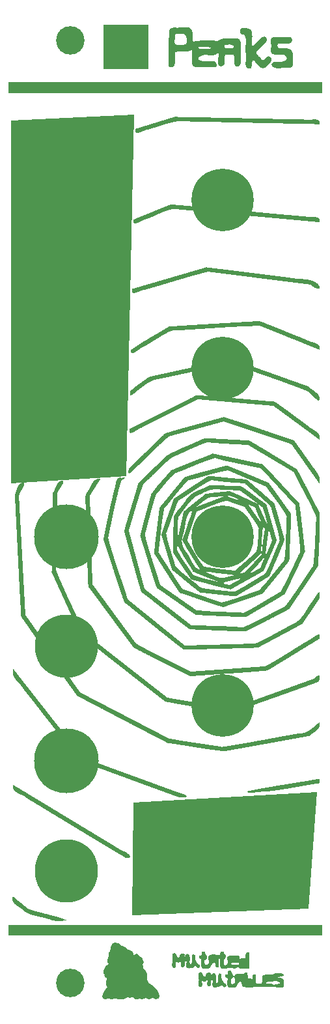
<source format=gbr>
G04 #@! TF.FileFunction,Soldermask,Top*
%FSLAX46Y46*%
G04 Gerber Fmt 4.6, Leading zero omitted, Abs format (unit mm)*
G04 Created by KiCad (PCBNEW 4.0.1-stable) date Mittwoch, 01. Juni 2016 'u57' 17:57:12*
%MOMM*%
G01*
G04 APERTURE LIST*
%ADD10C,0.150000*%
%ADD11C,3.600000*%
%ADD12C,5.700000*%
%ADD13C,8.400000*%
%ADD14C,8.200000*%
%ADD15C,8.100000*%
%ADD16C,3.700000*%
G04 APERTURE END LIST*
D10*
G36*
X109711036Y-95307023D02*
X111054899Y-95763427D01*
X111069324Y-95786780D01*
X111083825Y-95810111D01*
X111098403Y-95833422D01*
X111113055Y-95856713D01*
X111127780Y-95879985D01*
X111142576Y-95903236D01*
X111157443Y-95926469D01*
X111172377Y-95949683D01*
X111187379Y-95972879D01*
X111202446Y-95996058D01*
X111217576Y-96019219D01*
X111232770Y-96042363D01*
X111248024Y-96065490D01*
X111263337Y-96088602D01*
X111278708Y-96111698D01*
X111294136Y-96134778D01*
X111309618Y-96157844D01*
X111325153Y-96180895D01*
X111340741Y-96203932D01*
X111356379Y-96226955D01*
X111372065Y-96249965D01*
X111387799Y-96272962D01*
X111403578Y-96295947D01*
X111419402Y-96318920D01*
X111435269Y-96341881D01*
X111451177Y-96364831D01*
X111467124Y-96387770D01*
X111483110Y-96410698D01*
X111499132Y-96433617D01*
X111515190Y-96456526D01*
X111531281Y-96479426D01*
X111547405Y-96502317D01*
X111563559Y-96525199D01*
X111579743Y-96548074D01*
X111595954Y-96570941D01*
X111612191Y-96593801D01*
X111628453Y-96616654D01*
X111644738Y-96639501D01*
X111661045Y-96662342D01*
X111677371Y-96685177D01*
X111693717Y-96708007D01*
X111710079Y-96730833D01*
X111726457Y-96753654D01*
X111742850Y-96776471D01*
X111759254Y-96799285D01*
X111775670Y-96822096D01*
X111792096Y-96844904D01*
X111808529Y-96867710D01*
X111824969Y-96890513D01*
X111841414Y-96913316D01*
X111857863Y-96936117D01*
X111874313Y-96958918D01*
X111890765Y-96981718D01*
X111907215Y-97004519D01*
X111923662Y-97027320D01*
X111940106Y-97050122D01*
X111956544Y-97072925D01*
X111972975Y-97095731D01*
X111989398Y-97118538D01*
X112005810Y-97141348D01*
X112022211Y-97164161D01*
X112038599Y-97186978D01*
X112054972Y-97209798D01*
X112071329Y-97232623D01*
X112087669Y-97255452D01*
X112103990Y-97278286D01*
X112120290Y-97301126D01*
X112136567Y-97323972D01*
X112152822Y-97346823D01*
X112169051Y-97369682D01*
X112185253Y-97392547D01*
X112201427Y-97415420D01*
X112667754Y-97084140D01*
X111482091Y-95387499D01*
X112390494Y-95811935D01*
X112882178Y-96931455D01*
X113334174Y-96610094D01*
X113322976Y-96584502D01*
X113311810Y-96558878D01*
X113300675Y-96533224D01*
X113289566Y-96507543D01*
X113278482Y-96481838D01*
X113267419Y-96456111D01*
X113256376Y-96430366D01*
X113245348Y-96404604D01*
X113234334Y-96378829D01*
X113223331Y-96353043D01*
X113212336Y-96327249D01*
X113201347Y-96301449D01*
X113190360Y-96275647D01*
X113179373Y-96249845D01*
X113168383Y-96224045D01*
X113157387Y-96198251D01*
X113146383Y-96172465D01*
X113135369Y-96146689D01*
X113124340Y-96120927D01*
X113113295Y-96095181D01*
X113102231Y-96069454D01*
X113091145Y-96043749D01*
X113080034Y-96018067D01*
X113068896Y-95992413D01*
X113057728Y-95966788D01*
X113046527Y-95941195D01*
X113035291Y-95915637D01*
X113024016Y-95890117D01*
X113012700Y-95864637D01*
X113001341Y-95839200D01*
X112989935Y-95813809D01*
X112978480Y-95788467D01*
X112966973Y-95763175D01*
X112955412Y-95737937D01*
X112943793Y-95712756D01*
X112932115Y-95687634D01*
X112920373Y-95662574D01*
X112908566Y-95637578D01*
X112896691Y-95612650D01*
X112884745Y-95587791D01*
X112872725Y-95563005D01*
X112860629Y-95538295D01*
X112848453Y-95513662D01*
X112836196Y-95489110D01*
X112823855Y-95464642D01*
X112811426Y-95440259D01*
X112798907Y-95415966D01*
X112786295Y-95391764D01*
X112773588Y-95367656D01*
X112747826Y-95357214D01*
X112722074Y-95346718D01*
X112696330Y-95336169D01*
X112670595Y-95325567D01*
X112644869Y-95314914D01*
X112619152Y-95304211D01*
X112593443Y-95293458D01*
X112567742Y-95282657D01*
X112542049Y-95271807D01*
X112516364Y-95260911D01*
X112490687Y-95249970D01*
X112465017Y-95238983D01*
X112439355Y-95227952D01*
X112413700Y-95216878D01*
X112388053Y-95205762D01*
X112362412Y-95194604D01*
X112336778Y-95183406D01*
X112311151Y-95172169D01*
X112285530Y-95160893D01*
X112259916Y-95149579D01*
X112234307Y-95138229D01*
X112208705Y-95126843D01*
X112183109Y-95115421D01*
X112157518Y-95103966D01*
X112131934Y-95092478D01*
X112106354Y-95080958D01*
X112080780Y-95069406D01*
X112055211Y-95057824D01*
X112029646Y-95046213D01*
X112004087Y-95034573D01*
X111978532Y-95022906D01*
X111952982Y-95011212D01*
X111927436Y-94999492D01*
X111901894Y-94987747D01*
X111876356Y-94975978D01*
X111850823Y-94964187D01*
X111825292Y-94952373D01*
X111799766Y-94940538D01*
X111774243Y-94928682D01*
X111748723Y-94916808D01*
X111723206Y-94904915D01*
X111697692Y-94893004D01*
X111672181Y-94881077D01*
X111646672Y-94869134D01*
X111621166Y-94857176D01*
X111595663Y-94845205D01*
X111570161Y-94833220D01*
X111544662Y-94821224D01*
X111519164Y-94809216D01*
X111493668Y-94797198D01*
X111468173Y-94785171D01*
X111442680Y-94773135D01*
X111417189Y-94761092D01*
X111391698Y-94749042D01*
X111366208Y-94736987D01*
X111340719Y-94724927D01*
X111315231Y-94712863D01*
X111289743Y-94700797D01*
X111264255Y-94688728D01*
X111238767Y-94676658D01*
X111213280Y-94664588D01*
X111187792Y-94652519D01*
X111162304Y-94640451D01*
X111136815Y-94628387D01*
X111111326Y-94616325D01*
X111085836Y-94604268D01*
X111060345Y-94592217D01*
X111034853Y-94580171D01*
X111009360Y-94568133D01*
X110983866Y-94556103D01*
X110958369Y-94544082D01*
X110932871Y-94532070D01*
X110907372Y-94520070D01*
X110881870Y-94508081D01*
X110856366Y-94496105D01*
X110830860Y-94484142D01*
X110805351Y-94472194D01*
X110779839Y-94460262D01*
X110754325Y-94448345D01*
X110728808Y-94436446D01*
X110703287Y-94424565D01*
X110677764Y-94412703D01*
X110652237Y-94400861D01*
X110626706Y-94389040D01*
X110601172Y-94377241D01*
X110575633Y-94365464D01*
X110550091Y-94353712D01*
X110524545Y-94341983D01*
X110498994Y-94330280D01*
X110473438Y-94318604D01*
X110447878Y-94306954D01*
X110422314Y-94295333D01*
X110396744Y-94283741D01*
X110371169Y-94272179D01*
X110345589Y-94260648D01*
X110320003Y-94249149D01*
X110294412Y-94237682D01*
X110268815Y-94226250D01*
X110243212Y-94214852D01*
X110217603Y-94203489D01*
X109997116Y-94683597D01*
X110022137Y-94696673D01*
X110047157Y-94709798D01*
X110072176Y-94722964D01*
X110097193Y-94736158D01*
X110122205Y-94749372D01*
X110147213Y-94762594D01*
X110172213Y-94775813D01*
X110197206Y-94789020D01*
X110222190Y-94802204D01*
X110247163Y-94815354D01*
X110272125Y-94828461D01*
X110297073Y-94841513D01*
X110322007Y-94854500D01*
X110346925Y-94867412D01*
X110371827Y-94880238D01*
X110396710Y-94892968D01*
X110421573Y-94905591D01*
X110446415Y-94918097D01*
X110471236Y-94930475D01*
X110496032Y-94942716D01*
X110520804Y-94954808D01*
X110545549Y-94966740D01*
X110570267Y-94978504D01*
X110594957Y-94990088D01*
X110619616Y-95001481D01*
X110644244Y-95012674D01*
X110621615Y-95004741D01*
X110598450Y-94996750D01*
X110574774Y-94988704D01*
X110550612Y-94980604D01*
X110525989Y-94972454D01*
X110500929Y-94964256D01*
X110475458Y-94956013D01*
X110449599Y-94947727D01*
X110423379Y-94939402D01*
X110396823Y-94931040D01*
X110369954Y-94922644D01*
X110342798Y-94914216D01*
X110315380Y-94905758D01*
X110287724Y-94897275D01*
X110259856Y-94888768D01*
X110231801Y-94880239D01*
X110203582Y-94871693D01*
X110175226Y-94863131D01*
X110146758Y-94854556D01*
X110118201Y-94845970D01*
X110089581Y-94837377D01*
X110060923Y-94828779D01*
X110032252Y-94820179D01*
X110003592Y-94811579D01*
X109974969Y-94802983D01*
X109946407Y-94794392D01*
X109711036Y-95307023D01*
X109711036Y-95307023D01*
G37*
G36*
X109711036Y-95307023D02*
X109946407Y-94794392D01*
X109912888Y-94784299D01*
X109879408Y-94774210D01*
X109845993Y-94764128D01*
X109812673Y-94754056D01*
X109779475Y-94743998D01*
X109746427Y-94733957D01*
X109713558Y-94723935D01*
X109680896Y-94713935D01*
X109648468Y-94703962D01*
X109616303Y-94694018D01*
X109584429Y-94684106D01*
X109552874Y-94674229D01*
X109521666Y-94664390D01*
X109490834Y-94654593D01*
X109460405Y-94644841D01*
X109430407Y-94635137D01*
X109400869Y-94625483D01*
X109371819Y-94615884D01*
X109343285Y-94606342D01*
X109315294Y-94596860D01*
X109287876Y-94587442D01*
X109261058Y-94578090D01*
X109234868Y-94568808D01*
X109209334Y-94559598D01*
X109184485Y-94550465D01*
X109160349Y-94541411D01*
X109136953Y-94532439D01*
X109114326Y-94523552D01*
X109092496Y-94514754D01*
X109071491Y-94506048D01*
X109051339Y-94497436D01*
X109032069Y-94488922D01*
X109013708Y-94480509D01*
X108996284Y-94472201D01*
X108979826Y-94463999D01*
X108964362Y-94455908D01*
X108949919Y-94447931D01*
X108936526Y-94440070D01*
X108924212Y-94432328D01*
X108913003Y-94424710D01*
X108902929Y-94417218D01*
X108894018Y-94409855D01*
X108886296Y-94402624D01*
X108879794Y-94395529D01*
X108874538Y-94388572D01*
X108870556Y-94381757D01*
X108867878Y-94375087D01*
X108866531Y-94368565D01*
X108866543Y-94362194D01*
X108867942Y-94355977D01*
X108870756Y-94349917D01*
X108875014Y-94344018D01*
X108880744Y-94338282D01*
X108887973Y-94332713D01*
X108896730Y-94327314D01*
X108907043Y-94322088D01*
X108918940Y-94317038D01*
X108944849Y-94318243D01*
X108970744Y-94319962D01*
X108996627Y-94322184D01*
X109022497Y-94324897D01*
X109048353Y-94328091D01*
X109074198Y-94331754D01*
X109100029Y-94335876D01*
X109125849Y-94340445D01*
X109151655Y-94345452D01*
X109177450Y-94350883D01*
X109203233Y-94356730D01*
X109229003Y-94362979D01*
X109254762Y-94369622D01*
X109280509Y-94376646D01*
X109306245Y-94384041D01*
X109331969Y-94391795D01*
X109357681Y-94399898D01*
X109383382Y-94408339D01*
X109409072Y-94417106D01*
X109434751Y-94426189D01*
X109460419Y-94435576D01*
X109486076Y-94445257D01*
X109511723Y-94455221D01*
X109537358Y-94465456D01*
X109562984Y-94475952D01*
X109588598Y-94486697D01*
X109614203Y-94497681D01*
X109639798Y-94508893D01*
X109665382Y-94520321D01*
X109690956Y-94531955D01*
X109716521Y-94543784D01*
X109742076Y-94555796D01*
X109767621Y-94567981D01*
X109793157Y-94580327D01*
X109818684Y-94592824D01*
X109844201Y-94605461D01*
X109869709Y-94618226D01*
X109895208Y-94631109D01*
X109920698Y-94644099D01*
X109946180Y-94657184D01*
X109971652Y-94670353D01*
X109997116Y-94683597D01*
X110217603Y-94203489D01*
X110191983Y-94192106D01*
X110166372Y-94180664D01*
X110140769Y-94169170D01*
X110115174Y-94157630D01*
X110089585Y-94146052D01*
X110064000Y-94134444D01*
X110038419Y-94122811D01*
X110012840Y-94111163D01*
X109987263Y-94099505D01*
X109961685Y-94087846D01*
X109936106Y-94076191D01*
X109910525Y-94064549D01*
X109884941Y-94052926D01*
X109859351Y-94041330D01*
X109833756Y-94029769D01*
X109808153Y-94018248D01*
X109782543Y-94006776D01*
X109756923Y-93995359D01*
X109731292Y-93984005D01*
X109705649Y-93972721D01*
X109679994Y-93961514D01*
X109654324Y-93950392D01*
X109628639Y-93939361D01*
X109602938Y-93928429D01*
X109577218Y-93917602D01*
X109551480Y-93906889D01*
X109525722Y-93896296D01*
X109499942Y-93885831D01*
X109474140Y-93875500D01*
X109448315Y-93865312D01*
X109422464Y-93855272D01*
X109396588Y-93845389D01*
X109370685Y-93835669D01*
X109344753Y-93826120D01*
X109318791Y-93816749D01*
X109292799Y-93807563D01*
X109266775Y-93798569D01*
X109240718Y-93789775D01*
X109214627Y-93781187D01*
X109188500Y-93772813D01*
X109162337Y-93764661D01*
X109136136Y-93756736D01*
X109109896Y-93749047D01*
X109083615Y-93741601D01*
X109057294Y-93734405D01*
X109031504Y-93737809D01*
X109005588Y-93740903D01*
X108979568Y-93743738D01*
X108953465Y-93746369D01*
X108927299Y-93748848D01*
X108901093Y-93751228D01*
X108874868Y-93753561D01*
X108848646Y-93755900D01*
X108822447Y-93758298D01*
X108796293Y-93760808D01*
X108770205Y-93763483D01*
X108744205Y-93766375D01*
X108850038Y-95014878D01*
X109711036Y-95307023D01*
X109711036Y-95307023D01*
G37*
G36*
X103212209Y-99438381D02*
X102987862Y-100141732D01*
X103000333Y-100166134D01*
X103012855Y-100190529D01*
X103025428Y-100214919D01*
X103038052Y-100239302D01*
X103050726Y-100263680D01*
X103063450Y-100288051D01*
X103076223Y-100312417D01*
X103089044Y-100336776D01*
X103101913Y-100361130D01*
X103114830Y-100385479D01*
X103127794Y-100409821D01*
X103140805Y-100434159D01*
X103153862Y-100458490D01*
X103166964Y-100482816D01*
X103180111Y-100507137D01*
X103193303Y-100531453D01*
X103206539Y-100555763D01*
X103219818Y-100580068D01*
X103233141Y-100604368D01*
X103246506Y-100628663D01*
X103259913Y-100652953D01*
X103273361Y-100677238D01*
X103286851Y-100701517D01*
X103300381Y-100725793D01*
X103313951Y-100750063D01*
X103327560Y-100774329D01*
X103341209Y-100798590D01*
X103354896Y-100822846D01*
X103368621Y-100847098D01*
X103382383Y-100871345D01*
X103396182Y-100895588D01*
X103410018Y-100919827D01*
X103423890Y-100944061D01*
X103437797Y-100968291D01*
X103451739Y-100992517D01*
X103465715Y-101016739D01*
X103479726Y-101040957D01*
X103493769Y-101065171D01*
X103507846Y-101089381D01*
X103521955Y-101113587D01*
X103536096Y-101137789D01*
X103550268Y-101161988D01*
X103564472Y-101186183D01*
X103578705Y-101210374D01*
X103592969Y-101234561D01*
X103607261Y-101258746D01*
X103621583Y-101282926D01*
X103635933Y-101307104D01*
X103650311Y-101331278D01*
X103664716Y-101355448D01*
X103679148Y-101379616D01*
X103693606Y-101403780D01*
X103708090Y-101427942D01*
X103722600Y-101452100D01*
X103737134Y-101476256D01*
X103751692Y-101500408D01*
X103766275Y-101524558D01*
X103780880Y-101548705D01*
X103795509Y-101572849D01*
X103810159Y-101596991D01*
X103824832Y-101621129D01*
X103839525Y-101645266D01*
X103854239Y-101669400D01*
X103868974Y-101693532D01*
X103883728Y-101717661D01*
X103898502Y-101741788D01*
X103913294Y-101765912D01*
X103928105Y-101790035D01*
X103942933Y-101814155D01*
X103957778Y-101838274D01*
X103972641Y-101862390D01*
X103987519Y-101886505D01*
X104002413Y-101910618D01*
X104017322Y-101934728D01*
X104032246Y-101958838D01*
X104047184Y-101982945D01*
X104062136Y-102007051D01*
X104077100Y-102031155D01*
X104092078Y-102055258D01*
X104107068Y-102079359D01*
X104122069Y-102103459D01*
X104137081Y-102127558D01*
X104152104Y-102151655D01*
X104167137Y-102175752D01*
X104182180Y-102199847D01*
X104197232Y-102223941D01*
X104212292Y-102248034D01*
X104227361Y-102272126D01*
X104242437Y-102296217D01*
X104257520Y-102320307D01*
X104272610Y-102344397D01*
X104287706Y-102368486D01*
X104302807Y-102392574D01*
X104317913Y-102416662D01*
X104333024Y-102440749D01*
X104348139Y-102464836D01*
X104363258Y-102488922D01*
X104378379Y-102513008D01*
X104393503Y-102537094D01*
X104408630Y-102561179D01*
X104423757Y-102585264D01*
X104438886Y-102609350D01*
X104454015Y-102633435D01*
X104469144Y-102657520D01*
X104484272Y-102681605D01*
X104499400Y-102705691D01*
X104514526Y-102729776D01*
X104529650Y-102753862D01*
X104544771Y-102777948D01*
X104559890Y-102802035D01*
X104575005Y-102826122D01*
X104590115Y-102850210D01*
X104605222Y-102874298D01*
X104620323Y-102898386D01*
X104635418Y-102922476D01*
X104650508Y-102946566D01*
X104665591Y-102970657D01*
X104680666Y-102994749D01*
X104695735Y-103018842D01*
X104710795Y-103042936D01*
X104725846Y-103067031D01*
X105006965Y-102441953D01*
X103584830Y-100128502D01*
X103735311Y-99656110D01*
X103212209Y-99438381D01*
X103212209Y-99438381D01*
G37*
G36*
X103212209Y-99438381D02*
X103735311Y-99656110D01*
X104350468Y-97726856D01*
X103875321Y-97405498D01*
X103864076Y-97434947D01*
X103852676Y-97464626D01*
X103841154Y-97494484D01*
X103829543Y-97524474D01*
X103817879Y-97554545D01*
X103806192Y-97584649D01*
X103794519Y-97614738D01*
X103782891Y-97644761D01*
X103771342Y-97674671D01*
X103759907Y-97704418D01*
X103748618Y-97733952D01*
X103737509Y-97763227D01*
X103726613Y-97792191D01*
X103715965Y-97820796D01*
X103705597Y-97848994D01*
X103695543Y-97876736D01*
X103685837Y-97903971D01*
X103676512Y-97930652D01*
X103667602Y-97956730D01*
X103659139Y-97982155D01*
X103651159Y-98006878D01*
X103643694Y-98030851D01*
X103636777Y-98054025D01*
X103630443Y-98076350D01*
X103624725Y-98097778D01*
X103619656Y-98118260D01*
X103615269Y-98137746D01*
X103611599Y-98156188D01*
X103608680Y-98173537D01*
X103606543Y-98189744D01*
X103605223Y-98204759D01*
X103212209Y-99438381D01*
X103212209Y-99438381D01*
G37*
G36*
X102538073Y-99158913D02*
X103063932Y-99377195D01*
X103071744Y-99350475D01*
X103077455Y-99324107D01*
X103085980Y-99297270D01*
X103094332Y-99271642D01*
X103102480Y-99245889D01*
X103110429Y-99220014D01*
X103118185Y-99194021D01*
X103125752Y-99167913D01*
X103133136Y-99141692D01*
X103140342Y-99115363D01*
X103147376Y-99088928D01*
X103154243Y-99062391D01*
X103160947Y-99035755D01*
X103167495Y-99009023D01*
X103173891Y-98982199D01*
X103180141Y-98955285D01*
X103186250Y-98928284D01*
X103192224Y-98901201D01*
X103198067Y-98874038D01*
X103203785Y-98846798D01*
X103209383Y-98819485D01*
X103214866Y-98792102D01*
X103220241Y-98764652D01*
X103225511Y-98737139D01*
X103230682Y-98709565D01*
X103235760Y-98681934D01*
X103240750Y-98654249D01*
X103245657Y-98626513D01*
X103250486Y-98598730D01*
X103255242Y-98570902D01*
X103259932Y-98543033D01*
X103264560Y-98515127D01*
X103269131Y-98487185D01*
X103273651Y-98459213D01*
X103278124Y-98431212D01*
X103282557Y-98403186D01*
X103286955Y-98375139D01*
X103291322Y-98347073D01*
X103295664Y-98318991D01*
X103299987Y-98290898D01*
X103304295Y-98262796D01*
X103308594Y-98234688D01*
X103312889Y-98206578D01*
X103317185Y-98178468D01*
X103321488Y-98150363D01*
X103325803Y-98122265D01*
X103330136Y-98094178D01*
X103334490Y-98066104D01*
X103338873Y-98038047D01*
X103343288Y-98010011D01*
X103347742Y-97981997D01*
X103352239Y-97954011D01*
X103356785Y-97926054D01*
X103361386Y-97898130D01*
X103366045Y-97870243D01*
X103370769Y-97842395D01*
X103375563Y-97814590D01*
X103380433Y-97786831D01*
X103385382Y-97759121D01*
X103390418Y-97731464D01*
X103395544Y-97703862D01*
X103400767Y-97676319D01*
X103406091Y-97648838D01*
X103411522Y-97621422D01*
X103417065Y-97594075D01*
X103422726Y-97566800D01*
X103428509Y-97539600D01*
X103434420Y-97512478D01*
X103440464Y-97485437D01*
X103446647Y-97458481D01*
X103452973Y-97431613D01*
X103459448Y-97404836D01*
X103466077Y-97378154D01*
X103472866Y-97351569D01*
X103479820Y-97325085D01*
X103486944Y-97298704D01*
X103494243Y-97272431D01*
X103501723Y-97246269D01*
X103509388Y-97220220D01*
X103517245Y-97194288D01*
X103525298Y-97168476D01*
X103024244Y-96828926D01*
X102538073Y-99158913D01*
X102538073Y-99158913D01*
G37*
G36*
X101791726Y-98848579D02*
X102334123Y-99074026D01*
X102333970Y-99045388D01*
X102333823Y-99016752D01*
X102333682Y-98988119D01*
X102333551Y-98959489D01*
X102333431Y-98930863D01*
X102333325Y-98902242D01*
X102333234Y-98873627D01*
X102333162Y-98845018D01*
X102333110Y-98816417D01*
X102333080Y-98787823D01*
X102333074Y-98759239D01*
X102333096Y-98730664D01*
X102333146Y-98702100D01*
X102333227Y-98673547D01*
X102333341Y-98645006D01*
X102333491Y-98616477D01*
X102333679Y-98587963D01*
X102333906Y-98559462D01*
X102334175Y-98530977D01*
X102334488Y-98502507D01*
X102334848Y-98474054D01*
X102335256Y-98445619D01*
X102335714Y-98417201D01*
X102336226Y-98388803D01*
X102336792Y-98360424D01*
X102337416Y-98332066D01*
X102338099Y-98303729D01*
X102338844Y-98275415D01*
X102339652Y-98247123D01*
X102340526Y-98218855D01*
X102341469Y-98190611D01*
X102342481Y-98162393D01*
X102343566Y-98134200D01*
X102344726Y-98106034D01*
X102345962Y-98077896D01*
X102347278Y-98049786D01*
X102348674Y-98021705D01*
X102350154Y-97993654D01*
X102351720Y-97965634D01*
X102353373Y-97937645D01*
X102355116Y-97909689D01*
X102356951Y-97881765D01*
X102358880Y-97853875D01*
X102360906Y-97826020D01*
X102363030Y-97798199D01*
X102365255Y-97770415D01*
X102367583Y-97742668D01*
X102370016Y-97714959D01*
X102372556Y-97687288D01*
X102375206Y-97659656D01*
X102377967Y-97632064D01*
X102380843Y-97604513D01*
X102383834Y-97577004D01*
X102386943Y-97549536D01*
X102390173Y-97522112D01*
X102393525Y-97494732D01*
X102397003Y-97467396D01*
X102400607Y-97440106D01*
X102404340Y-97412862D01*
X102408204Y-97385665D01*
X102412202Y-97358516D01*
X102416335Y-97331416D01*
X102420606Y-97304364D01*
X102425017Y-97277363D01*
X102429571Y-97250413D01*
X102434268Y-97223514D01*
X102439113Y-97196668D01*
X102444105Y-97169875D01*
X102449249Y-97143136D01*
X102454546Y-97116451D01*
X102459998Y-97089822D01*
X102465607Y-97063250D01*
X102471376Y-97036735D01*
X102489245Y-97017386D01*
X102506723Y-96997548D01*
X102523848Y-96977269D01*
X102540661Y-96956598D01*
X102557199Y-96935585D01*
X102573503Y-96914279D01*
X102589612Y-96892729D01*
X102605566Y-96870984D01*
X102621402Y-96849093D01*
X102637162Y-96827106D01*
X102652883Y-96805072D01*
X102668606Y-96783039D01*
X102684370Y-96761058D01*
X102700213Y-96739177D01*
X102716176Y-96717446D01*
X102732297Y-96695913D01*
X102748616Y-96674628D01*
X102765172Y-96653641D01*
X102292230Y-96332833D01*
X102275160Y-96355296D01*
X102258192Y-96377797D01*
X102241335Y-96400337D01*
X102224596Y-96422921D01*
X102207986Y-96445551D01*
X102191512Y-96468230D01*
X102175182Y-96490961D01*
X102159005Y-96513747D01*
X102142989Y-96536592D01*
X102127144Y-96559497D01*
X102111477Y-96582467D01*
X102095996Y-96605504D01*
X102080711Y-96628612D01*
X102065630Y-96651792D01*
X102050761Y-96675049D01*
X102036113Y-96698385D01*
X102021694Y-96721803D01*
X102007513Y-96745306D01*
X101993577Y-96768898D01*
X101979897Y-96792581D01*
X101966479Y-96816358D01*
X101953333Y-96840232D01*
X101940467Y-96864207D01*
X101927889Y-96888284D01*
X101915608Y-96912469D01*
X101903632Y-96936762D01*
X101891971Y-96961167D01*
X101880631Y-96985688D01*
X101869623Y-97010327D01*
X101858953Y-97035088D01*
X101848632Y-97059973D01*
X101838666Y-97084985D01*
X101829065Y-97110127D01*
X101819838Y-97135402D01*
X101819545Y-97163438D01*
X101819252Y-97191473D01*
X101818958Y-97219509D01*
X101818663Y-97247545D01*
X101818367Y-97275581D01*
X101818069Y-97303618D01*
X101817770Y-97331655D01*
X101817468Y-97359693D01*
X101817164Y-97387732D01*
X101816857Y-97415772D01*
X101816547Y-97443812D01*
X101816235Y-97471853D01*
X101815918Y-97499895D01*
X101815599Y-97527939D01*
X101815275Y-97555983D01*
X101814947Y-97584029D01*
X101814615Y-97612076D01*
X101814278Y-97640124D01*
X101813936Y-97668174D01*
X101813589Y-97696225D01*
X101813237Y-97724278D01*
X101812879Y-97752333D01*
X101812515Y-97780389D01*
X101812144Y-97808447D01*
X101811768Y-97836507D01*
X101811384Y-97864569D01*
X101810994Y-97892633D01*
X101810596Y-97920700D01*
X101810191Y-97948768D01*
X101809778Y-97976839D01*
X101809357Y-98004912D01*
X101808928Y-98032988D01*
X101808490Y-98061066D01*
X101808043Y-98089146D01*
X101807588Y-98117230D01*
X101807123Y-98145316D01*
X101806648Y-98173404D01*
X101806164Y-98201496D01*
X101805670Y-98229591D01*
X101805165Y-98257689D01*
X101804650Y-98285790D01*
X101804124Y-98313894D01*
X101803586Y-98342001D01*
X101803038Y-98370112D01*
X101802478Y-98398226D01*
X101801906Y-98426343D01*
X101801321Y-98454465D01*
X101800725Y-98482589D01*
X101800116Y-98510718D01*
X101799494Y-98538850D01*
X101798858Y-98566987D01*
X101798210Y-98595127D01*
X101797547Y-98623271D01*
X101796871Y-98651419D01*
X101796181Y-98679572D01*
X101795476Y-98707729D01*
X101794756Y-98735890D01*
X101794022Y-98764055D01*
X101793272Y-98792225D01*
X101792506Y-98820400D01*
X101791726Y-98848579D01*
X101791726Y-98848579D01*
G37*
G36*
X103905638Y-104889898D02*
X104162502Y-104319942D01*
X104147344Y-104296353D01*
X104132136Y-104272778D01*
X104116878Y-104249218D01*
X104101571Y-104225671D01*
X104086218Y-104202139D01*
X104070820Y-104178620D01*
X104055377Y-104155113D01*
X104039891Y-104131619D01*
X104024364Y-104108137D01*
X104008796Y-104084667D01*
X103993190Y-104061208D01*
X103977546Y-104037760D01*
X103961866Y-104014323D01*
X103946150Y-103990896D01*
X103930401Y-103967479D01*
X103914620Y-103944071D01*
X103898807Y-103920672D01*
X103882965Y-103897282D01*
X103867094Y-103873900D01*
X103851196Y-103850526D01*
X103835273Y-103827160D01*
X103819325Y-103803800D01*
X103803353Y-103780448D01*
X103787360Y-103757102D01*
X103771347Y-103733761D01*
X103755314Y-103710427D01*
X103739263Y-103687097D01*
X103723195Y-103663773D01*
X103707113Y-103640453D01*
X103691016Y-103617137D01*
X103674906Y-103593825D01*
X103658786Y-103570516D01*
X103642655Y-103547210D01*
X103626515Y-103523906D01*
X103610368Y-103500605D01*
X103594215Y-103477305D01*
X103578057Y-103454007D01*
X103561896Y-103430710D01*
X103545732Y-103407413D01*
X103529568Y-103384117D01*
X103513404Y-103360821D01*
X103497242Y-103337524D01*
X103481082Y-103314226D01*
X103464928Y-103290927D01*
X103448779Y-103267626D01*
X103432637Y-103244323D01*
X103416503Y-103221018D01*
X103400379Y-103197710D01*
X103384266Y-103174399D01*
X103368165Y-103151084D01*
X103352078Y-103127765D01*
X103336006Y-103104442D01*
X103319950Y-103081114D01*
X103303912Y-103057781D01*
X103287892Y-103034443D01*
X103271893Y-103011099D01*
X103255915Y-102987748D01*
X103239959Y-102964391D01*
X103224028Y-102941027D01*
X103208123Y-102917656D01*
X103192244Y-102894276D01*
X103176393Y-102870889D01*
X103160571Y-102847493D01*
X103144780Y-102824088D01*
X103129021Y-102800674D01*
X103113296Y-102777250D01*
X103097605Y-102753816D01*
X103081950Y-102730371D01*
X103066332Y-102706916D01*
X103050752Y-102683449D01*
X103035213Y-102659971D01*
X103019715Y-102636481D01*
X103004259Y-102612979D01*
X102988847Y-102589464D01*
X102973480Y-102565935D01*
X102958159Y-102542393D01*
X102942887Y-102518838D01*
X102927663Y-102495268D01*
X102912490Y-102471683D01*
X102897368Y-102448083D01*
X102882299Y-102424468D01*
X102867285Y-102400837D01*
X102852326Y-102377190D01*
X102837425Y-102353526D01*
X102822581Y-102329846D01*
X102807797Y-102306148D01*
X102793074Y-102282432D01*
X102778413Y-102258698D01*
X102763816Y-102234946D01*
X102749283Y-102211175D01*
X102734817Y-102187384D01*
X102720418Y-102163574D01*
X102706087Y-102139744D01*
X102691827Y-102115894D01*
X102677638Y-102092022D01*
X102663522Y-102068130D01*
X102649480Y-102044216D01*
X102635513Y-102020280D01*
X102621623Y-101996322D01*
X102607811Y-101972341D01*
X102594078Y-101948337D01*
X102580425Y-101924310D01*
X102566855Y-101900259D01*
X102553368Y-101876183D01*
X102539965Y-101852083D01*
X102526648Y-101827958D01*
X102513418Y-101803808D01*
X102500277Y-101779632D01*
X102487225Y-101755429D01*
X102474265Y-101731201D01*
X102461396Y-101706945D01*
X102448622Y-101682662D01*
X102435943Y-101658351D01*
X102423360Y-101634013D01*
X102410874Y-101609646D01*
X102398488Y-101585250D01*
X102386201Y-101560825D01*
X102374017Y-101536370D01*
X102361935Y-101511885D01*
X102349958Y-101487371D01*
X102338086Y-101462825D01*
X102326321Y-101438248D01*
X102314664Y-101413640D01*
X102303116Y-101389000D01*
X102291679Y-101364327D01*
X102287834Y-101312934D01*
X102284897Y-101265046D01*
X102282849Y-101220594D01*
X102281673Y-101179506D01*
X102281352Y-101141713D01*
X102281868Y-101107143D01*
X102283203Y-101075726D01*
X102285340Y-101047391D01*
X102288261Y-101022068D01*
X102291948Y-100999686D01*
X102296385Y-100980174D01*
X102301552Y-100963462D01*
X102307434Y-100949480D01*
X102314011Y-100938156D01*
X102321267Y-100929420D01*
X102329184Y-100923202D01*
X102337744Y-100919430D01*
X102346929Y-100918034D01*
X102356723Y-100918944D01*
X102365382Y-100921431D01*
X102374439Y-100925444D01*
X102383883Y-100930941D01*
X102393704Y-100937881D01*
X102403889Y-100946223D01*
X102414429Y-100955923D01*
X102425313Y-100966941D01*
X102436529Y-100979234D01*
X102448067Y-100992761D01*
X102459916Y-101007480D01*
X102472065Y-101023350D01*
X102484503Y-101040327D01*
X102497218Y-101058371D01*
X102510201Y-101077440D01*
X102523441Y-101097492D01*
X102536926Y-101118485D01*
X102550645Y-101140377D01*
X102564588Y-101163127D01*
X102578743Y-101186692D01*
X102593101Y-101211031D01*
X102607649Y-101236103D01*
X102622377Y-101261865D01*
X102637275Y-101288275D01*
X102652331Y-101315292D01*
X102667533Y-101342873D01*
X102682873Y-101370978D01*
X102698338Y-101399565D01*
X102713917Y-101428590D01*
X102729600Y-101458013D01*
X102745376Y-101487793D01*
X102761234Y-101517886D01*
X102777163Y-101548251D01*
X102793151Y-101578847D01*
X102809190Y-101609632D01*
X102825266Y-101640563D01*
X102841370Y-101671600D01*
X102857490Y-101702699D01*
X102873616Y-101733820D01*
X102889736Y-101764921D01*
X102905840Y-101795960D01*
X102921918Y-101826894D01*
X102937957Y-101857683D01*
X102953947Y-101888284D01*
X102969877Y-101918656D01*
X102985737Y-101948756D01*
X103001515Y-101978544D01*
X103017200Y-102007977D01*
X103032782Y-102037013D01*
X103048250Y-102065610D01*
X103063593Y-102093728D01*
X103078799Y-102121323D01*
X103093858Y-102148355D01*
X103108760Y-102174781D01*
X103123492Y-102200559D01*
X103138045Y-102225649D01*
X103152407Y-102250007D01*
X103166568Y-102273592D01*
X103180516Y-102296363D01*
X103194241Y-102318277D01*
X103207732Y-102339293D01*
X103220977Y-102359369D01*
X103233966Y-102378463D01*
X103246689Y-102396533D01*
X103259134Y-102413538D01*
X103271289Y-102429435D01*
X103283146Y-102444183D01*
X103294691Y-102457741D01*
X103305915Y-102470066D01*
X104262824Y-104096701D01*
X104552765Y-103451778D01*
X104536400Y-103431021D01*
X104520235Y-103410030D01*
X104504265Y-103388813D01*
X104488482Y-103367375D01*
X104472883Y-103345724D01*
X104457461Y-103323865D01*
X104442211Y-103301807D01*
X104427126Y-103279554D01*
X104412203Y-103257113D01*
X104397434Y-103234492D01*
X104382815Y-103211696D01*
X104368339Y-103188732D01*
X104354002Y-103165606D01*
X104339797Y-103142326D01*
X104325719Y-103118897D01*
X104311763Y-103095327D01*
X104297923Y-103071621D01*
X104284192Y-103047786D01*
X104270567Y-103023829D01*
X104257040Y-102999757D01*
X104243607Y-102975575D01*
X104230262Y-102951290D01*
X104217000Y-102926910D01*
X104203813Y-102902439D01*
X104190699Y-102877886D01*
X104177649Y-102853256D01*
X104164660Y-102828555D01*
X104151725Y-102803792D01*
X104138838Y-102778971D01*
X104125995Y-102754100D01*
X104113190Y-102729185D01*
X104100416Y-102704232D01*
X104087669Y-102679248D01*
X104074943Y-102654240D01*
X104062232Y-102629215D01*
X104049531Y-102604177D01*
X104036834Y-102579135D01*
X104024135Y-102554095D01*
X104011429Y-102529063D01*
X103998711Y-102504046D01*
X103985974Y-102479050D01*
X103973213Y-102454081D01*
X103960423Y-102429148D01*
X103947598Y-102404255D01*
X103934732Y-102379409D01*
X103921820Y-102354617D01*
X103908857Y-102329886D01*
X103895835Y-102305222D01*
X103882751Y-102280631D01*
X103869598Y-102256120D01*
X103856372Y-102231696D01*
X103843065Y-102207364D01*
X103829673Y-102183133D01*
X103816190Y-102159007D01*
X103802610Y-102134994D01*
X103788929Y-102111101D01*
X103775140Y-102087333D01*
X103761237Y-102063697D01*
X103747216Y-102040200D01*
X103733070Y-102016848D01*
X103718794Y-101993648D01*
X103704382Y-101970606D01*
X103689830Y-101947729D01*
X103675130Y-101925024D01*
X103660278Y-101902496D01*
X103645268Y-101880153D01*
X103630095Y-101858001D01*
X103614752Y-101836046D01*
X103599235Y-101814295D01*
X103583537Y-101792755D01*
X103567653Y-101771432D01*
X103551578Y-101750332D01*
X103535306Y-101729463D01*
X103518831Y-101708830D01*
X103502147Y-101688440D01*
X103483368Y-101665907D01*
X103464871Y-101643328D01*
X103446659Y-101620702D01*
X103428731Y-101598028D01*
X103411088Y-101575308D01*
X103393732Y-101552539D01*
X103376662Y-101529724D01*
X103359880Y-101506861D01*
X103343387Y-101483950D01*
X103327182Y-101460991D01*
X103311268Y-101437985D01*
X103295644Y-101414930D01*
X103280311Y-101391827D01*
X103265271Y-101368676D01*
X103250523Y-101345476D01*
X103236069Y-101322228D01*
X103221910Y-101298932D01*
X103208045Y-101275586D01*
X103194477Y-101252192D01*
X103181205Y-101228748D01*
X103168230Y-101205256D01*
X103155553Y-101181714D01*
X103143176Y-101158123D01*
X103131098Y-101134483D01*
X103119320Y-101110793D01*
X103107843Y-101087053D01*
X103096668Y-101063263D01*
X103085796Y-101039424D01*
X103075227Y-101015535D01*
X103064962Y-100991595D01*
X103055002Y-100967605D01*
X103045348Y-100943565D01*
X103035999Y-100919474D01*
X103026958Y-100895332D01*
X103018225Y-100871140D01*
X103009800Y-100846897D01*
X103001685Y-100822603D01*
X102993880Y-100798258D01*
X102986385Y-100773862D01*
X102979202Y-100749414D01*
X102972331Y-100724915D01*
X102965774Y-100700365D01*
X102959530Y-100675762D01*
X102953600Y-100651108D01*
X102947986Y-100626402D01*
X102942688Y-100601644D01*
X102937707Y-100576834D01*
X102933043Y-100551972D01*
X102928698Y-100527057D01*
X102924671Y-100502090D01*
X102920965Y-100477070D01*
X102917578Y-100451997D01*
X102914514Y-100426872D01*
X102911771Y-100401694D01*
X102909351Y-100376462D01*
X102907254Y-100351178D01*
X102905482Y-100325840D01*
X102904034Y-100300449D01*
X102902913Y-100275004D01*
X102902118Y-100249505D01*
X102901650Y-100223953D01*
X102901510Y-100198347D01*
X102901699Y-100172687D01*
X102902217Y-100146973D01*
X102903065Y-100121204D01*
X102904245Y-100095381D01*
X102905756Y-100069504D01*
X102907600Y-100043572D01*
X102909777Y-100017585D01*
X102912288Y-99991544D01*
X102915133Y-99965448D01*
X102918315Y-99939296D01*
X102921832Y-99913090D01*
X102925686Y-99886828D01*
X102929878Y-99860511D01*
X102934408Y-99834138D01*
X102939278Y-99807710D01*
X102944488Y-99781226D01*
X102950038Y-99754686D01*
X102955930Y-99728090D01*
X102962163Y-99701438D01*
X102968740Y-99674729D01*
X102975661Y-99647965D01*
X102982926Y-99621144D01*
X102990536Y-99594266D01*
X102998492Y-99567332D01*
X103006794Y-99540341D01*
X103015445Y-99513293D01*
X103024443Y-99486188D01*
X103033790Y-99459026D01*
X103043487Y-99431806D01*
X103053534Y-99404529D01*
X103063932Y-99377195D01*
X102538073Y-99158913D01*
X102316484Y-100221107D01*
X102318512Y-100193704D01*
X102320410Y-100166253D01*
X102322182Y-100138757D01*
X102323831Y-100111217D01*
X102325362Y-100083634D01*
X102326779Y-100056010D01*
X102328084Y-100028347D01*
X102329283Y-100000644D01*
X102330378Y-99972905D01*
X102331374Y-99945130D01*
X102332275Y-99917320D01*
X102333084Y-99889478D01*
X102333806Y-99861604D01*
X102334444Y-99833700D01*
X102335002Y-99805768D01*
X102335484Y-99777808D01*
X102335894Y-99749822D01*
X102336236Y-99721812D01*
X102336513Y-99693778D01*
X102336729Y-99665723D01*
X102336889Y-99637648D01*
X102336996Y-99609554D01*
X102337054Y-99581442D01*
X102337067Y-99553314D01*
X102337038Y-99525171D01*
X102336972Y-99497015D01*
X102336873Y-99468847D01*
X102336744Y-99440669D01*
X102336589Y-99412481D01*
X102336412Y-99384286D01*
X102336217Y-99356084D01*
X102336008Y-99327877D01*
X102335788Y-99299667D01*
X102335562Y-99271455D01*
X102335334Y-99243242D01*
X102335106Y-99215030D01*
X102334884Y-99186819D01*
X102334671Y-99158612D01*
X102334470Y-99130410D01*
X102334286Y-99102215D01*
X102334123Y-99074026D01*
X101791726Y-98848579D01*
X101790935Y-98876702D01*
X101790140Y-98904826D01*
X101789339Y-98932952D01*
X101788533Y-98961080D01*
X101787723Y-98989209D01*
X101786908Y-99017339D01*
X101786090Y-99045470D01*
X101785269Y-99073602D01*
X101784444Y-99101735D01*
X101783617Y-99129869D01*
X101782787Y-99158003D01*
X101781956Y-99186138D01*
X101781123Y-99214274D01*
X101780289Y-99242410D01*
X101779454Y-99270546D01*
X101778618Y-99298682D01*
X101777782Y-99326818D01*
X101776947Y-99354955D01*
X101776112Y-99383091D01*
X101775278Y-99411226D01*
X101774446Y-99439362D01*
X101773615Y-99467497D01*
X101772786Y-99495631D01*
X101771960Y-99523764D01*
X101771136Y-99551897D01*
X101770316Y-99580029D01*
X101769499Y-99608160D01*
X101768686Y-99636289D01*
X101767878Y-99664418D01*
X101767073Y-99692545D01*
X101766274Y-99720670D01*
X101765481Y-99748794D01*
X101764692Y-99776916D01*
X101763910Y-99805037D01*
X101763135Y-99833156D01*
X101762366Y-99861272D01*
X101761604Y-99889387D01*
X101760850Y-99917499D01*
X101760104Y-99945609D01*
X101759366Y-99973716D01*
X101758637Y-100001821D01*
X101757916Y-100029924D01*
X101757205Y-100058023D01*
X101756504Y-100086120D01*
X101755813Y-100114214D01*
X101755132Y-100142305D01*
X101754462Y-100170392D01*
X101753803Y-100198477D01*
X101753155Y-100226558D01*
X101752520Y-100254635D01*
X101751897Y-100282709D01*
X101751286Y-100310779D01*
X101750688Y-100338845D01*
X101750104Y-100366907D01*
X101749533Y-100394966D01*
X101748977Y-100423020D01*
X101748435Y-100451070D01*
X101747907Y-100479115D01*
X101747395Y-100507156D01*
X101746898Y-100535193D01*
X101746418Y-100563225D01*
X101745953Y-100591252D01*
X101745505Y-100619274D01*
X101745074Y-100647291D01*
X101744661Y-100675303D01*
X101744265Y-100703310D01*
X101743887Y-100731311D01*
X101743528Y-100759307D01*
X101743187Y-100787298D01*
X101742866Y-100815283D01*
X101742564Y-100843262D01*
X101742282Y-100871236D01*
X101742020Y-100899203D01*
X101741779Y-100927164D01*
X101741559Y-100955119D01*
X101741360Y-100983068D01*
X101741183Y-101011011D01*
X101741028Y-101038947D01*
X101740895Y-101066876D01*
X101740786Y-101094799D01*
X101740699Y-101122714D01*
X101740636Y-101150623D01*
X101740597Y-101178525D01*
X101740582Y-101206420D01*
X101740591Y-101234307D01*
X101740626Y-101262188D01*
X101740686Y-101290060D01*
X101740771Y-101317925D01*
X101740883Y-101345783D01*
X101741021Y-101373632D01*
X101741186Y-101401474D01*
X101741378Y-101429308D01*
X101741598Y-101457134D01*
X101741846Y-101484951D01*
X101742122Y-101512760D01*
X101742426Y-101540561D01*
X101742759Y-101568353D01*
X101743122Y-101596137D01*
X101743515Y-101623911D01*
X101743937Y-101651677D01*
X101744390Y-101679434D01*
X101744874Y-101707182D01*
X101760810Y-101730184D01*
X101776734Y-101753204D01*
X101792644Y-101776242D01*
X101808542Y-101799298D01*
X101824428Y-101822372D01*
X101840301Y-101845462D01*
X101856162Y-101868569D01*
X101872012Y-101891692D01*
X101887850Y-101914832D01*
X101903677Y-101937987D01*
X101919493Y-101961158D01*
X101935298Y-101984343D01*
X101951092Y-102007544D01*
X101966877Y-102030758D01*
X101982651Y-102053987D01*
X101998415Y-102077230D01*
X102014170Y-102100486D01*
X102029916Y-102123754D01*
X102045652Y-102147036D01*
X102061379Y-102170330D01*
X102077098Y-102193636D01*
X102092809Y-102216954D01*
X102108511Y-102240283D01*
X102124206Y-102263623D01*
X102139893Y-102286974D01*
X102155572Y-102310336D01*
X102171244Y-102333707D01*
X102186909Y-102357088D01*
X102202568Y-102380479D01*
X102218220Y-102403878D01*
X102233866Y-102427286D01*
X102249506Y-102450703D01*
X102265140Y-102474128D01*
X102280768Y-102497560D01*
X102296391Y-102521000D01*
X102312010Y-102544447D01*
X102327623Y-102567900D01*
X102343232Y-102591360D01*
X102358836Y-102614826D01*
X102374437Y-102638298D01*
X102390033Y-102661775D01*
X102405626Y-102685257D01*
X102421216Y-102708744D01*
X102436802Y-102732235D01*
X102452386Y-102755730D01*
X102467967Y-102779229D01*
X102483545Y-102802731D01*
X102499121Y-102826237D01*
X102514696Y-102849745D01*
X102530268Y-102873255D01*
X102545839Y-102896768D01*
X102561409Y-102920282D01*
X102576978Y-102943798D01*
X102592546Y-102967314D01*
X102608114Y-102990832D01*
X102623682Y-103014349D01*
X102639249Y-103037867D01*
X102654816Y-103061384D01*
X102670384Y-103084901D01*
X102685953Y-103108417D01*
X102701523Y-103131932D01*
X102717093Y-103155445D01*
X102732666Y-103178956D01*
X102748239Y-103202465D01*
X102763815Y-103225971D01*
X102779393Y-103249474D01*
X102794973Y-103272974D01*
X102810556Y-103296470D01*
X102826141Y-103319962D01*
X102841730Y-103343450D01*
X102857322Y-103366934D01*
X102872917Y-103390412D01*
X102888516Y-103413885D01*
X102904119Y-103437353D01*
X102919727Y-103460814D01*
X102935339Y-103484269D01*
X102950956Y-103507718D01*
X102966577Y-103531160D01*
X102982204Y-103554594D01*
X102997837Y-103578021D01*
X103013475Y-103601440D01*
X103029118Y-103624850D01*
X103044769Y-103648252D01*
X103060425Y-103671645D01*
X103076088Y-103695028D01*
X103091758Y-103718402D01*
X103107435Y-103741766D01*
X103123120Y-103765120D01*
X103138812Y-103788463D01*
X103154512Y-103811795D01*
X103170220Y-103835116D01*
X103185936Y-103858425D01*
X103201661Y-103881723D01*
X103217395Y-103905008D01*
X103233137Y-103928280D01*
X103248889Y-103951539D01*
X103264651Y-103974785D01*
X103280422Y-103998018D01*
X103296203Y-104021236D01*
X103311995Y-104044441D01*
X103327796Y-104067630D01*
X103343609Y-104090805D01*
X103359432Y-104113964D01*
X103375267Y-104137108D01*
X103391113Y-104160235D01*
X103406971Y-104183347D01*
X103422840Y-104206442D01*
X103438722Y-104229519D01*
X103454616Y-104252580D01*
X103470523Y-104275623D01*
X103486442Y-104298648D01*
X103502375Y-104321654D01*
X103518321Y-104344642D01*
X103534280Y-104367611D01*
X103550253Y-104390561D01*
X103566241Y-104413491D01*
X103582242Y-104436401D01*
X103598258Y-104459291D01*
X103614289Y-104482160D01*
X103630335Y-104505009D01*
X103646396Y-104527836D01*
X103662473Y-104550641D01*
X103678565Y-104573424D01*
X103694673Y-104596185D01*
X103710797Y-104618924D01*
X103726938Y-104641639D01*
X103743095Y-104664331D01*
X103759270Y-104687000D01*
X103775461Y-104709645D01*
X103791670Y-104732265D01*
X103807896Y-104754860D01*
X103824140Y-104777431D01*
X103840403Y-104799976D01*
X103856683Y-104822496D01*
X103872983Y-104844990D01*
X103889301Y-104867457D01*
X103905638Y-104889898D01*
X103905638Y-104889898D01*
G37*
G36*
X109275026Y-106474644D02*
X109033593Y-105911300D01*
X108989938Y-105904174D01*
X108947806Y-105897072D01*
X108907182Y-105889996D01*
X108868051Y-105882945D01*
X108830400Y-105875918D01*
X108794214Y-105868916D01*
X108759478Y-105861937D01*
X108726179Y-105854983D01*
X108694302Y-105848051D01*
X108663833Y-105841143D01*
X108634757Y-105834258D01*
X108607061Y-105827396D01*
X108580729Y-105820556D01*
X108555747Y-105813738D01*
X108532102Y-105806942D01*
X108509778Y-105800168D01*
X108488762Y-105793415D01*
X108469039Y-105786684D01*
X108450595Y-105779973D01*
X108433415Y-105773283D01*
X108417486Y-105766613D01*
X108402792Y-105759964D01*
X108389320Y-105753334D01*
X108377055Y-105746724D01*
X108365983Y-105740133D01*
X108356090Y-105733562D01*
X108347360Y-105727009D01*
X108339781Y-105720475D01*
X108333337Y-105713959D01*
X108328015Y-105707461D01*
X108323799Y-105700981D01*
X108320676Y-105694518D01*
X108318632Y-105688073D01*
X108317651Y-105681645D01*
X108317720Y-105675233D01*
X108318824Y-105668838D01*
X108320950Y-105662460D01*
X108324081Y-105656097D01*
X108328206Y-105649750D01*
X108333308Y-105643418D01*
X108339374Y-105637102D01*
X108346389Y-105630801D01*
X108354340Y-105624514D01*
X108363211Y-105618242D01*
X108372988Y-105611983D01*
X108383658Y-105605739D01*
X108395205Y-105599509D01*
X108407616Y-105593292D01*
X108420875Y-105587088D01*
X108434970Y-105580896D01*
X108449885Y-105574718D01*
X108465606Y-105568552D01*
X108482119Y-105562398D01*
X108499410Y-105556256D01*
X108517463Y-105550125D01*
X108536266Y-105544006D01*
X108555802Y-105537898D01*
X108576060Y-105531800D01*
X108597022Y-105525714D01*
X108618677Y-105519637D01*
X108641009Y-105513571D01*
X108664003Y-105507514D01*
X108687646Y-105501467D01*
X108711924Y-105495429D01*
X108736821Y-105489400D01*
X108762324Y-105483380D01*
X108788418Y-105477368D01*
X108815089Y-105471365D01*
X108842322Y-105465369D01*
X108611913Y-104928484D01*
X108585509Y-104933577D01*
X108559116Y-104938515D01*
X108532736Y-104943289D01*
X108506369Y-104947891D01*
X108480015Y-104952312D01*
X108453676Y-104956546D01*
X108427352Y-104960583D01*
X108401043Y-104964415D01*
X108374751Y-104968034D01*
X108348476Y-104971432D01*
X108322218Y-104974600D01*
X108295978Y-104977532D01*
X108269757Y-104980217D01*
X108243556Y-104982648D01*
X108217374Y-104984818D01*
X108191213Y-104986717D01*
X108165074Y-104988337D01*
X108138957Y-104989671D01*
X108112862Y-104990710D01*
X108086791Y-104991446D01*
X108060743Y-104991871D01*
X108034720Y-104991976D01*
X108008722Y-104991754D01*
X107982750Y-104991196D01*
X107956805Y-104990293D01*
X107930887Y-104989039D01*
X107904996Y-104987424D01*
X107879134Y-104985441D01*
X107853301Y-104983080D01*
X107827497Y-104980335D01*
X107801724Y-104977197D01*
X107775982Y-104973657D01*
X107750271Y-104969707D01*
X107724592Y-104965340D01*
X107698947Y-104960547D01*
X107673335Y-104955320D01*
X107647757Y-104949650D01*
X107622213Y-104943530D01*
X107596705Y-104936951D01*
X107571234Y-104929905D01*
X107545799Y-104922384D01*
X107520401Y-104914380D01*
X107495041Y-104905884D01*
X107469720Y-104896889D01*
X107444438Y-104887385D01*
X107419196Y-104877366D01*
X107393994Y-104866822D01*
X107368834Y-104855746D01*
X107343715Y-104844129D01*
X107318639Y-104831964D01*
X107293606Y-104819241D01*
X107268617Y-104805953D01*
X107243672Y-104792092D01*
X107218772Y-104777649D01*
X107193917Y-104762616D01*
X107169109Y-104746986D01*
X107144348Y-104730749D01*
X107119634Y-104713897D01*
X107094969Y-104696424D01*
X107060047Y-104683769D01*
X107025391Y-104671182D01*
X106991016Y-104658667D01*
X106956939Y-104646227D01*
X106923175Y-104633868D01*
X106889742Y-104621592D01*
X106856654Y-104609405D01*
X106823929Y-104597310D01*
X106791582Y-104585310D01*
X106759630Y-104573411D01*
X106728088Y-104561617D01*
X106696973Y-104549930D01*
X106666301Y-104538356D01*
X106636088Y-104526899D01*
X106606350Y-104515562D01*
X106577104Y-104504350D01*
X106548366Y-104493267D01*
X106520151Y-104482316D01*
X106492476Y-104471503D01*
X106465357Y-104460830D01*
X106438810Y-104450302D01*
X106412851Y-104439923D01*
X106387497Y-104429698D01*
X106362763Y-104419629D01*
X106338666Y-104409722D01*
X106315223Y-104399980D01*
X106292448Y-104390408D01*
X106270358Y-104381009D01*
X106248970Y-104371788D01*
X106228299Y-104362749D01*
X106208362Y-104353895D01*
X106189174Y-104345230D01*
X106170753Y-104336760D01*
X106153113Y-104328488D01*
X106136272Y-104320417D01*
X106120246Y-104312553D01*
X106105049Y-104304899D01*
X106090700Y-104297459D01*
X106077213Y-104290237D01*
X106064605Y-104283237D01*
X106052893Y-104276464D01*
X106042091Y-104269922D01*
X106032218Y-104263614D01*
X106023287Y-104257544D01*
X106015317Y-104251717D01*
X106008322Y-104246137D01*
X106002319Y-104240808D01*
X105997325Y-104235734D01*
X105993355Y-104230918D01*
X105990425Y-104226366D01*
X105988552Y-104222081D01*
X105987752Y-104218067D01*
X105988040Y-104214328D01*
X105989434Y-104210868D01*
X105991949Y-104207692D01*
X105995601Y-104204803D01*
X106000407Y-104202206D01*
X106006382Y-104199904D01*
X106013543Y-104197902D01*
X106021907Y-104196204D01*
X106031488Y-104194814D01*
X106042303Y-104193735D01*
X106054369Y-104192972D01*
X106067702Y-104192530D01*
X106082317Y-104192411D01*
X106098231Y-104192620D01*
X106115460Y-104193162D01*
X106130157Y-104193835D01*
X106145711Y-104194726D01*
X106162130Y-104195835D01*
X106179422Y-104197165D01*
X106197596Y-104198718D01*
X106216658Y-104200496D01*
X106236618Y-104202501D01*
X106257483Y-104204735D01*
X106279261Y-104207200D01*
X106301961Y-104209899D01*
X106325590Y-104212833D01*
X106350156Y-104216003D01*
X106375668Y-104219413D01*
X106402133Y-104223065D01*
X106429560Y-104226959D01*
X106457955Y-104231099D01*
X106487329Y-104235486D01*
X106517688Y-104240123D01*
X106549040Y-104245011D01*
X106581394Y-104250152D01*
X106614757Y-104255549D01*
X106649138Y-104261203D01*
X106684544Y-104267117D01*
X106720984Y-104273292D01*
X106758466Y-104279731D01*
X106796997Y-104286436D01*
X106836586Y-104293408D01*
X106877240Y-104300649D01*
X108421744Y-104484757D01*
X108165429Y-103886135D01*
X105715278Y-103593993D01*
X105006965Y-102441953D01*
X104725846Y-103067031D01*
X104740517Y-103090502D01*
X104755210Y-103113971D01*
X104769925Y-103137438D01*
X104784657Y-103160903D01*
X104799406Y-103184367D01*
X104814167Y-103207829D01*
X104828940Y-103231290D01*
X104843720Y-103254750D01*
X104858506Y-103278210D01*
X104873296Y-103301669D01*
X104888087Y-103325129D01*
X104902875Y-103348589D01*
X104917660Y-103372049D01*
X104932438Y-103395511D01*
X104947207Y-103418973D01*
X104961965Y-103442437D01*
X104976708Y-103465903D01*
X104991435Y-103489371D01*
X105006143Y-103512841D01*
X105020830Y-103536313D01*
X105035492Y-103559789D01*
X105050128Y-103583267D01*
X105064736Y-103606749D01*
X105079311Y-103630235D01*
X105093853Y-103653724D01*
X105108359Y-103677218D01*
X105122825Y-103700717D01*
X105137251Y-103724220D01*
X105151632Y-103747728D01*
X105165968Y-103771241D01*
X105180254Y-103794760D01*
X105194490Y-103818285D01*
X105208671Y-103841817D01*
X105222797Y-103865354D01*
X105236864Y-103888899D01*
X105250869Y-103912450D01*
X105264811Y-103936009D01*
X105278687Y-103959575D01*
X105292495Y-103983149D01*
X105264056Y-103975328D01*
X105236141Y-103966894D01*
X105208738Y-103957863D01*
X105181836Y-103948245D01*
X105155425Y-103938055D01*
X105129492Y-103927305D01*
X105104027Y-103916008D01*
X105079019Y-103904177D01*
X105054457Y-103891826D01*
X105030329Y-103878967D01*
X105006625Y-103865613D01*
X104983333Y-103851778D01*
X104960442Y-103837473D01*
X104937942Y-103822713D01*
X104915820Y-103807510D01*
X104894067Y-103791877D01*
X104872670Y-103775827D01*
X104851619Y-103759373D01*
X104830903Y-103742528D01*
X104810510Y-103725306D01*
X104790430Y-103707718D01*
X104770651Y-103689779D01*
X104751162Y-103671500D01*
X104731952Y-103652896D01*
X104713011Y-103633978D01*
X104694326Y-103614761D01*
X104675887Y-103595256D01*
X104657683Y-103575478D01*
X104639702Y-103555438D01*
X104621934Y-103535150D01*
X104604367Y-103514627D01*
X104586991Y-103493883D01*
X104569794Y-103472929D01*
X104552765Y-103451778D01*
X104262824Y-104096701D01*
X104304717Y-104167807D01*
X104329800Y-104179371D01*
X104354913Y-104190902D01*
X104380054Y-104202398D01*
X104405223Y-104213862D01*
X104430420Y-104225294D01*
X104455645Y-104236693D01*
X104480897Y-104248061D01*
X104506176Y-104259397D01*
X104531481Y-104270702D01*
X104556813Y-104281977D01*
X104582170Y-104293222D01*
X104607553Y-104304437D01*
X104632961Y-104315623D01*
X104658393Y-104326780D01*
X104683850Y-104337908D01*
X104709331Y-104349008D01*
X104734836Y-104360081D01*
X104760364Y-104371127D01*
X104785915Y-104382145D01*
X104811489Y-104393137D01*
X104837085Y-104404104D01*
X104862703Y-104415044D01*
X104888343Y-104425960D01*
X104914004Y-104436850D01*
X104939685Y-104447716D01*
X104965388Y-104458559D01*
X104991110Y-104469377D01*
X105016853Y-104480173D01*
X105042615Y-104490945D01*
X105068396Y-104501696D01*
X105094196Y-104512424D01*
X105120014Y-104523131D01*
X105145851Y-104533817D01*
X105171705Y-104544482D01*
X105197577Y-104555127D01*
X105223466Y-104565751D01*
X105249371Y-104576357D01*
X105275293Y-104586943D01*
X105301231Y-104597511D01*
X105327185Y-104608060D01*
X105353153Y-104618591D01*
X105379137Y-104629105D01*
X105405136Y-104639602D01*
X105431149Y-104650082D01*
X105457175Y-104660546D01*
X105483216Y-104670994D01*
X105509269Y-104681427D01*
X105535335Y-104691845D01*
X105561414Y-104702248D01*
X105587505Y-104712637D01*
X105613608Y-104723012D01*
X105639723Y-104733373D01*
X105665848Y-104743722D01*
X105691984Y-104754058D01*
X105718131Y-104764382D01*
X105744288Y-104774695D01*
X105770455Y-104784995D01*
X105796630Y-104795285D01*
X105822815Y-104805565D01*
X105849009Y-104815834D01*
X105875211Y-104826094D01*
X105901421Y-104836344D01*
X105927639Y-104846585D01*
X105953863Y-104856818D01*
X105980095Y-104867043D01*
X106006334Y-104877260D01*
X106032578Y-104887470D01*
X106058829Y-104897672D01*
X106085085Y-104907869D01*
X106111346Y-104918059D01*
X106137612Y-104928244D01*
X106163883Y-104938424D01*
X106190158Y-104948598D01*
X106216436Y-104958768D01*
X106242718Y-104968935D01*
X106269003Y-104979097D01*
X106295291Y-104989257D01*
X106321581Y-104999413D01*
X106347873Y-105009568D01*
X106374167Y-105019720D01*
X106400463Y-105029871D01*
X106426759Y-105040020D01*
X106453056Y-105050169D01*
X106479353Y-105060317D01*
X106505650Y-105070466D01*
X106531947Y-105080615D01*
X106558243Y-105090765D01*
X106584538Y-105100916D01*
X106610832Y-105111068D01*
X106637123Y-105121223D01*
X106663413Y-105131381D01*
X106689700Y-105141541D01*
X106715984Y-105151705D01*
X106742265Y-105161872D01*
X106768543Y-105172043D01*
X106794816Y-105182219D01*
X106821086Y-105192400D01*
X106847350Y-105202587D01*
X106873610Y-105212779D01*
X106899865Y-105222977D01*
X106926114Y-105233182D01*
X106952356Y-105243394D01*
X106978593Y-105253613D01*
X107004823Y-105263840D01*
X107031046Y-105274075D01*
X107057261Y-105284319D01*
X107083469Y-105294572D01*
X107109668Y-105304834D01*
X107135860Y-105315106D01*
X107162042Y-105325389D01*
X107188215Y-105335682D01*
X107214379Y-105345986D01*
X107240533Y-105356301D01*
X107266677Y-105366629D01*
X107292810Y-105376968D01*
X107318932Y-105387321D01*
X107345044Y-105397686D01*
X107371143Y-105408065D01*
X107397231Y-105418458D01*
X107423306Y-105428865D01*
X107449369Y-105439287D01*
X107475419Y-105449724D01*
X107501455Y-105460177D01*
X107527478Y-105470646D01*
X107553486Y-105481130D01*
X107579481Y-105491632D01*
X107605460Y-105502151D01*
X107631425Y-105512687D01*
X107657374Y-105523242D01*
X107683307Y-105533815D01*
X107709225Y-105544406D01*
X107735125Y-105555017D01*
X107761009Y-105565648D01*
X107786876Y-105576298D01*
X107812725Y-105586969D01*
X107838557Y-105597661D01*
X107812380Y-105589307D01*
X107786147Y-105581032D01*
X107759858Y-105572835D01*
X107733515Y-105564715D01*
X107707118Y-105556670D01*
X107680670Y-105548698D01*
X107654170Y-105540797D01*
X107627621Y-105532966D01*
X107601023Y-105525204D01*
X107574378Y-105517508D01*
X107547686Y-105509878D01*
X107520949Y-105502311D01*
X107494168Y-105494805D01*
X107467344Y-105487361D01*
X107440478Y-105479975D01*
X107413571Y-105472646D01*
X107386625Y-105465372D01*
X107359641Y-105458153D01*
X107332620Y-105450985D01*
X107305562Y-105443868D01*
X107278469Y-105436801D01*
X107251343Y-105429781D01*
X107224184Y-105422806D01*
X107196994Y-105415876D01*
X107169773Y-105408989D01*
X107142523Y-105402142D01*
X107115245Y-105395335D01*
X107087940Y-105388565D01*
X107060610Y-105381832D01*
X107033254Y-105375134D01*
X107005876Y-105368468D01*
X106978475Y-105361834D01*
X106951052Y-105355229D01*
X106923610Y-105348653D01*
X106896149Y-105342103D01*
X106868670Y-105335578D01*
X106841174Y-105329077D01*
X106813664Y-105322597D01*
X106786138Y-105316137D01*
X106758600Y-105309696D01*
X106731049Y-105303271D01*
X106703488Y-105296862D01*
X106675917Y-105290467D01*
X106648337Y-105284083D01*
X106620750Y-105277710D01*
X106593157Y-105271346D01*
X106565558Y-105264989D01*
X106537956Y-105258638D01*
X106510350Y-105252291D01*
X106482743Y-105245946D01*
X106455135Y-105239602D01*
X106427528Y-105233257D01*
X106399923Y-105226910D01*
X106372320Y-105220558D01*
X106344722Y-105214201D01*
X106317129Y-105207837D01*
X106289541Y-105201464D01*
X106261962Y-105195081D01*
X106234391Y-105188685D01*
X106206829Y-105182276D01*
X106179279Y-105175852D01*
X106151741Y-105169410D01*
X106124215Y-105162950D01*
X106096704Y-105156470D01*
X106069209Y-105149969D01*
X106041730Y-105143444D01*
X106014269Y-105136894D01*
X105986827Y-105130317D01*
X105959404Y-105123713D01*
X105932003Y-105117078D01*
X105904625Y-105110412D01*
X105877269Y-105103714D01*
X105849939Y-105096980D01*
X105822634Y-105090211D01*
X105795356Y-105083404D01*
X105768106Y-105076557D01*
X105740885Y-105069669D01*
X105713695Y-105062739D01*
X105686536Y-105055764D01*
X105659410Y-105048744D01*
X105632317Y-105041676D01*
X105605260Y-105034559D01*
X105578238Y-105027391D01*
X105551254Y-105020171D01*
X105524308Y-105012898D01*
X105497401Y-105005569D01*
X105470536Y-104998182D01*
X105443712Y-104990737D01*
X105416931Y-104983232D01*
X105390194Y-104975665D01*
X105363502Y-104968034D01*
X105336856Y-104960338D01*
X105310258Y-104952575D01*
X105283709Y-104944744D01*
X105257210Y-104936843D01*
X105230761Y-104928871D01*
X105204365Y-104920825D01*
X105178022Y-104912704D01*
X105151733Y-104904507D01*
X105125500Y-104896232D01*
X105099323Y-104887878D01*
X105073204Y-104879442D01*
X105047145Y-104870923D01*
X105021145Y-104862320D01*
X104995206Y-104853631D01*
X104969330Y-104844855D01*
X104943518Y-104835989D01*
X104917770Y-104827032D01*
X104892088Y-104817982D01*
X104866473Y-104808839D01*
X104840926Y-104799600D01*
X104815449Y-104790263D01*
X104790041Y-104780828D01*
X104764706Y-104771292D01*
X104739443Y-104761654D01*
X104714254Y-104751912D01*
X104689139Y-104742065D01*
X104664101Y-104732111D01*
X104639141Y-104722049D01*
X104614258Y-104711876D01*
X104589456Y-104701591D01*
X104564734Y-104691193D01*
X104540094Y-104680680D01*
X104515536Y-104670051D01*
X104491063Y-104659303D01*
X104466676Y-104648436D01*
X104442375Y-104637447D01*
X104418161Y-104626335D01*
X104394036Y-104615098D01*
X104370001Y-104603735D01*
X104346057Y-104592244D01*
X104331853Y-104569235D01*
X104317174Y-104546363D01*
X104302105Y-104523605D01*
X104286726Y-104500937D01*
X104271122Y-104478335D01*
X104255374Y-104455774D01*
X104239565Y-104433232D01*
X104223778Y-104410683D01*
X104208096Y-104388103D01*
X104192601Y-104365469D01*
X104177375Y-104342757D01*
X104162502Y-104319942D01*
X103905638Y-104889898D01*
X103921851Y-104912526D01*
X103937819Y-104935501D01*
X103953587Y-104958759D01*
X103969199Y-104982236D01*
X103984701Y-105005869D01*
X104000138Y-105029595D01*
X104015554Y-105053350D01*
X104030994Y-105077071D01*
X104046505Y-105100693D01*
X104062130Y-105124155D01*
X104077914Y-105147391D01*
X104093903Y-105170340D01*
X104110141Y-105192936D01*
X104126674Y-105215117D01*
X104153916Y-105221767D01*
X104181161Y-105228436D01*
X104208408Y-105235124D01*
X104235657Y-105241832D01*
X104262909Y-105248558D01*
X104290163Y-105255302D01*
X104317420Y-105262065D01*
X104344679Y-105268846D01*
X104371940Y-105275644D01*
X104399203Y-105282459D01*
X104426468Y-105289292D01*
X104453736Y-105296141D01*
X104481006Y-105303007D01*
X104508278Y-105309889D01*
X104535551Y-105316787D01*
X104562827Y-105323701D01*
X104590105Y-105330630D01*
X104617385Y-105337574D01*
X104644666Y-105344533D01*
X104671950Y-105351506D01*
X104699235Y-105358494D01*
X104726522Y-105365496D01*
X104753811Y-105372512D01*
X104781102Y-105379541D01*
X104808394Y-105386583D01*
X104835688Y-105393638D01*
X104862984Y-105400706D01*
X104890281Y-105407786D01*
X104917580Y-105414878D01*
X104944880Y-105421982D01*
X104972182Y-105429097D01*
X104999485Y-105436224D01*
X105026789Y-105443362D01*
X105054095Y-105450510D01*
X105081402Y-105457669D01*
X105108711Y-105464838D01*
X105136021Y-105472017D01*
X105163332Y-105479205D01*
X105190644Y-105486403D01*
X105217957Y-105493610D01*
X105245272Y-105500825D01*
X105272587Y-105508049D01*
X105299904Y-105515282D01*
X105327221Y-105522522D01*
X105354540Y-105529770D01*
X105381860Y-105537025D01*
X105409180Y-105544287D01*
X105436501Y-105551556D01*
X105463824Y-105558832D01*
X105491147Y-105566114D01*
X105518470Y-105573402D01*
X105545795Y-105580696D01*
X105573120Y-105587995D01*
X105600446Y-105595299D01*
X105627772Y-105602609D01*
X105655099Y-105609922D01*
X105682427Y-105617241D01*
X105709755Y-105624563D01*
X105737084Y-105631889D01*
X105764413Y-105639219D01*
X105791742Y-105646552D01*
X105819072Y-105653887D01*
X105846403Y-105661226D01*
X105873733Y-105668567D01*
X105901064Y-105675910D01*
X105928395Y-105683255D01*
X105955726Y-105690601D01*
X105983058Y-105697949D01*
X106010389Y-105705298D01*
X106037721Y-105712648D01*
X106065053Y-105719998D01*
X106092384Y-105727348D01*
X106119716Y-105734698D01*
X106147048Y-105742048D01*
X106174379Y-105749398D01*
X106201711Y-105756746D01*
X106229042Y-105764093D01*
X106256373Y-105771439D01*
X106283704Y-105778783D01*
X106311035Y-105786125D01*
X106338365Y-105793465D01*
X106365695Y-105800802D01*
X106393025Y-105808136D01*
X106420354Y-105815468D01*
X106447683Y-105822795D01*
X106475011Y-105830120D01*
X106502339Y-105837440D01*
X106529667Y-105844756D01*
X106556993Y-105852068D01*
X106584320Y-105859374D01*
X106611645Y-105866676D01*
X106638970Y-105873973D01*
X106666294Y-105881264D01*
X106693617Y-105888549D01*
X106720940Y-105895828D01*
X106748262Y-105903100D01*
X106775583Y-105910366D01*
X106802903Y-105917625D01*
X106830222Y-105924876D01*
X106857540Y-105932120D01*
X106884857Y-105939356D01*
X106912173Y-105946585D01*
X106939488Y-105953804D01*
X106966802Y-105961016D01*
X106994115Y-105968218D01*
X107021426Y-105975411D01*
X107048737Y-105982595D01*
X107076046Y-105989768D01*
X107103354Y-105996932D01*
X107130660Y-106004086D01*
X107157966Y-106011229D01*
X107185269Y-106018361D01*
X107212572Y-106025482D01*
X107239873Y-106032592D01*
X107267172Y-106039690D01*
X107294470Y-106046776D01*
X107321766Y-106053850D01*
X107349061Y-106060912D01*
X107376354Y-106067960D01*
X107403646Y-106074996D01*
X107430935Y-106082018D01*
X107458223Y-106089027D01*
X107485510Y-106096022D01*
X107512794Y-106103002D01*
X107540077Y-106109969D01*
X107567357Y-106116920D01*
X107594636Y-106123857D01*
X107621913Y-106130778D01*
X107649188Y-106137684D01*
X107676460Y-106144574D01*
X107703731Y-106151448D01*
X107731000Y-106158305D01*
X107758266Y-106165146D01*
X107785531Y-106171970D01*
X107812793Y-106178777D01*
X107840053Y-106185566D01*
X107867310Y-106192338D01*
X107894566Y-106199092D01*
X107921819Y-106205827D01*
X107949069Y-106212544D01*
X107976318Y-106219242D01*
X108003563Y-106225921D01*
X108030807Y-106232580D01*
X108058047Y-106239220D01*
X108085286Y-106245840D01*
X108112521Y-106252439D01*
X108139754Y-106259018D01*
X108166985Y-106265577D01*
X108194212Y-106272114D01*
X108221437Y-106278630D01*
X108248659Y-106285124D01*
X108275879Y-106291597D01*
X108303095Y-106298047D01*
X108330309Y-106304475D01*
X108357520Y-106310880D01*
X108384727Y-106317262D01*
X108411932Y-106323621D01*
X108439134Y-106329956D01*
X108466333Y-106336268D01*
X108493528Y-106342556D01*
X108520721Y-106348819D01*
X108547910Y-106355057D01*
X108575097Y-106361271D01*
X108602280Y-106367459D01*
X108629459Y-106373622D01*
X108656636Y-106379759D01*
X108683809Y-106385871D01*
X108710979Y-106391956D01*
X108738145Y-106398014D01*
X108765308Y-106404045D01*
X108792467Y-106410050D01*
X108819623Y-106416027D01*
X108846776Y-106421976D01*
X108873924Y-106427897D01*
X108901070Y-106433790D01*
X108928211Y-106439655D01*
X108955349Y-106445491D01*
X108982483Y-106451298D01*
X109009614Y-106457075D01*
X109036740Y-106462823D01*
X109063863Y-106468541D01*
X109090982Y-106474229D01*
X109118097Y-106479886D01*
X109145208Y-106485513D01*
X109172315Y-106491108D01*
X109199418Y-106496673D01*
X109226517Y-106502206D01*
X109250765Y-106488418D01*
X109275026Y-106474644D01*
X109275026Y-106474644D01*
G37*
G36*
X111735100Y-102349348D02*
X109841124Y-104086228D01*
X108165429Y-103886135D01*
X108421744Y-104484757D01*
X109816870Y-104651223D01*
X109789572Y-104656340D01*
X109762263Y-104661608D01*
X109734943Y-104667020D01*
X109707614Y-104672570D01*
X109680274Y-104678251D01*
X109652925Y-104684056D01*
X109625568Y-104689978D01*
X109598202Y-104696009D01*
X109570829Y-104702145D01*
X109543449Y-104708376D01*
X109516062Y-104714697D01*
X109488669Y-104721101D01*
X109461270Y-104727580D01*
X109433867Y-104734128D01*
X109406458Y-104740738D01*
X109379046Y-104747404D01*
X109351630Y-104754117D01*
X109324211Y-104760872D01*
X109296789Y-104767661D01*
X109269366Y-104774478D01*
X109241940Y-104781316D01*
X109214514Y-104788167D01*
X109187088Y-104795026D01*
X109159661Y-104801884D01*
X109132235Y-104808736D01*
X109104810Y-104815574D01*
X109077386Y-104822392D01*
X109049964Y-104829182D01*
X109022545Y-104835938D01*
X108995129Y-104842652D01*
X108967717Y-104849319D01*
X108940309Y-104855931D01*
X108912905Y-104862481D01*
X108885506Y-104868962D01*
X108858113Y-104875368D01*
X108830727Y-104881691D01*
X108803346Y-104887925D01*
X108775973Y-104894062D01*
X108748608Y-104900097D01*
X108721251Y-104906022D01*
X108693902Y-104911830D01*
X108666563Y-104917514D01*
X108639233Y-104923067D01*
X108611913Y-104928484D01*
X108842322Y-105465369D01*
X108870842Y-105458785D01*
X108896543Y-105452152D01*
X108919942Y-105445477D01*
X108941555Y-105438770D01*
X108961899Y-105432039D01*
X108981491Y-105425294D01*
X109000847Y-105418543D01*
X109020484Y-105411795D01*
X109040918Y-105405059D01*
X109062666Y-105398344D01*
X109086244Y-105391658D01*
X109112168Y-105385011D01*
X109140957Y-105378411D01*
X109173125Y-105371867D01*
X109209190Y-105365388D01*
X109249668Y-105358983D01*
X109286448Y-105349560D01*
X109323050Y-105340205D01*
X109359455Y-105330926D01*
X109395641Y-105321730D01*
X109431589Y-105312625D01*
X109467279Y-105303618D01*
X109502692Y-105294718D01*
X109537808Y-105285931D01*
X109572606Y-105277266D01*
X109607066Y-105268729D01*
X109641169Y-105260330D01*
X109674896Y-105252074D01*
X109708225Y-105243970D01*
X109741138Y-105236026D01*
X109773613Y-105228249D01*
X109805632Y-105220647D01*
X109837175Y-105213227D01*
X109868221Y-105205997D01*
X109898751Y-105198965D01*
X109928744Y-105192137D01*
X109958182Y-105185523D01*
X109987043Y-105179129D01*
X110015309Y-105172963D01*
X110042959Y-105167033D01*
X110069973Y-105161347D01*
X110096332Y-105155911D01*
X110122015Y-105150733D01*
X110147003Y-105145822D01*
X110171276Y-105141185D01*
X110194813Y-105136829D01*
X110217596Y-105132763D01*
X110239604Y-105128993D01*
X110260817Y-105125527D01*
X110281215Y-105122373D01*
X110300779Y-105119539D01*
X110319489Y-105117032D01*
X110337324Y-105114860D01*
X110354265Y-105113030D01*
X110370292Y-105111550D01*
X110385385Y-105110428D01*
X110399524Y-105109671D01*
X110412689Y-105109287D01*
X110424861Y-105109284D01*
X110436537Y-105109705D01*
X110447076Y-105110561D01*
X110456454Y-105111861D01*
X110464649Y-105113614D01*
X110471638Y-105115828D01*
X110477398Y-105118512D01*
X110481906Y-105121675D01*
X110485140Y-105125325D01*
X110487076Y-105129472D01*
X110487691Y-105134124D01*
X110486963Y-105139291D01*
X110484869Y-105144979D01*
X110481386Y-105151200D01*
X110476491Y-105157960D01*
X110470161Y-105165270D01*
X110462373Y-105173137D01*
X110453105Y-105181570D01*
X110442333Y-105190579D01*
X110430035Y-105200172D01*
X110416188Y-105210358D01*
X110400768Y-105221146D01*
X110383754Y-105232543D01*
X110365122Y-105244560D01*
X110344849Y-105257205D01*
X110322913Y-105270486D01*
X110299290Y-105284412D01*
X110273958Y-105298993D01*
X110246894Y-105314237D01*
X110218074Y-105330152D01*
X110187477Y-105346748D01*
X110155079Y-105364033D01*
X110120857Y-105382015D01*
X110084789Y-105400705D01*
X110046851Y-105420110D01*
X110007021Y-105440239D01*
X109965276Y-105461101D01*
X109921592Y-105482705D01*
X109875948Y-105505060D01*
X109828320Y-105528174D01*
X109778686Y-105552056D01*
X109727021Y-105576714D01*
X109100290Y-105925634D01*
X109075479Y-105920829D01*
X109057161Y-105916086D01*
X109033593Y-105911300D01*
X109275026Y-106474644D01*
X109299455Y-106460686D01*
X109323895Y-106446738D01*
X109348346Y-106432800D01*
X109372808Y-106418872D01*
X109397280Y-106404953D01*
X109421763Y-106391044D01*
X109446255Y-106377144D01*
X109470758Y-106363253D01*
X109495271Y-106349371D01*
X109519793Y-106335497D01*
X109544325Y-106321633D01*
X109568866Y-106307777D01*
X109593416Y-106293929D01*
X109617976Y-106280089D01*
X109642544Y-106266257D01*
X109667120Y-106252433D01*
X109691706Y-106238617D01*
X109716299Y-106224808D01*
X109740900Y-106211006D01*
X109765510Y-106197212D01*
X109790127Y-106183425D01*
X109814752Y-106169645D01*
X109839384Y-106155871D01*
X109864023Y-106142104D01*
X109888670Y-106128343D01*
X109913323Y-106114589D01*
X109937983Y-106100841D01*
X109962650Y-106087098D01*
X109987323Y-106073362D01*
X110012002Y-106059631D01*
X110036687Y-106045905D01*
X110061378Y-106032185D01*
X110086075Y-106018470D01*
X110110777Y-106004760D01*
X110135484Y-105991055D01*
X110160197Y-105977354D01*
X110184915Y-105963658D01*
X110209637Y-105949966D01*
X110234364Y-105936279D01*
X110259096Y-105922596D01*
X110283832Y-105908916D01*
X110308572Y-105895240D01*
X110333315Y-105881568D01*
X110358063Y-105867899D01*
X110382814Y-105854234D01*
X110407569Y-105840571D01*
X110432327Y-105826912D01*
X110457088Y-105813255D01*
X110481852Y-105799601D01*
X110506618Y-105785950D01*
X110531387Y-105772301D01*
X110556159Y-105758653D01*
X110580933Y-105745008D01*
X110605708Y-105731365D01*
X110630486Y-105717724D01*
X110655265Y-105704084D01*
X110680046Y-105690445D01*
X110704828Y-105676808D01*
X110729612Y-105663171D01*
X110754396Y-105649536D01*
X110779181Y-105635901D01*
X110803967Y-105622267D01*
X110828753Y-105608633D01*
X110853539Y-105595000D01*
X110878326Y-105581367D01*
X110903113Y-105567733D01*
X110927899Y-105554100D01*
X110952685Y-105540466D01*
X110977470Y-105526832D01*
X111002255Y-105513196D01*
X111027039Y-105499561D01*
X111051821Y-105485924D01*
X111076603Y-105472286D01*
X111101383Y-105458646D01*
X111126161Y-105445006D01*
X111150938Y-105431363D01*
X111175712Y-105417719D01*
X111200485Y-105404073D01*
X111225255Y-105390425D01*
X111250022Y-105376774D01*
X111274787Y-105363122D01*
X111299549Y-105349466D01*
X111324309Y-105335808D01*
X111349065Y-105322147D01*
X111373817Y-105308483D01*
X111398566Y-105294816D01*
X111423312Y-105281146D01*
X111448053Y-105267471D01*
X111472791Y-105253794D01*
X111497524Y-105240112D01*
X111522253Y-105226427D01*
X111546978Y-105212737D01*
X111571697Y-105199043D01*
X111596412Y-105185345D01*
X111621122Y-105171642D01*
X111645826Y-105157934D01*
X111670525Y-105144222D01*
X111695218Y-105130504D01*
X111719906Y-105116781D01*
X111744587Y-105103053D01*
X111769263Y-105089319D01*
X111793932Y-105075580D01*
X111818595Y-105061834D01*
X111843251Y-105048083D01*
X111867900Y-105034325D01*
X111892543Y-105020561D01*
X111917178Y-105006791D01*
X111941805Y-104993014D01*
X111966426Y-104979230D01*
X111991038Y-104965439D01*
X112015643Y-104951641D01*
X112040240Y-104937836D01*
X112064828Y-104924023D01*
X112089408Y-104910203D01*
X112113980Y-104896375D01*
X112138543Y-104882539D01*
X112163097Y-104868695D01*
X112187642Y-104854843D01*
X112212177Y-104840983D01*
X112236704Y-104827113D01*
X112261220Y-104813236D01*
X112285727Y-104799349D01*
X112310224Y-104785453D01*
X112334711Y-104771549D01*
X112359187Y-104757634D01*
X112383653Y-104743711D01*
X112408109Y-104729778D01*
X112432553Y-104715835D01*
X112456987Y-104701882D01*
X112481410Y-104687919D01*
X112505821Y-104673945D01*
X112530220Y-104659961D01*
X112554608Y-104645967D01*
X112578985Y-104631962D01*
X112603349Y-104617946D01*
X112627701Y-104603919D01*
X112652040Y-104589881D01*
X112676367Y-104575831D01*
X112700682Y-104561770D01*
X112724983Y-104547697D01*
X112749271Y-104533613D01*
X112773547Y-104519516D01*
X112797808Y-104505407D01*
X112822056Y-104491286D01*
X112846291Y-104477153D01*
X112870511Y-104463006D01*
X112894718Y-104448847D01*
X112918910Y-104434675D01*
X112943087Y-104420490D01*
X112967250Y-104406292D01*
X112991399Y-104392081D01*
X113015532Y-104377855D01*
X113039650Y-104363616D01*
X113063753Y-104349363D01*
X113087840Y-104335097D01*
X113111912Y-104320816D01*
X113135968Y-104306520D01*
X113160007Y-104292210D01*
X113184031Y-104277886D01*
X113208038Y-104263546D01*
X113232029Y-104249192D01*
X113256003Y-104234822D01*
X113279960Y-104220437D01*
X113303900Y-104206037D01*
X113327823Y-104191621D01*
X113351729Y-104177189D01*
X113375617Y-104162742D01*
X113399487Y-104148278D01*
X113423339Y-104133798D01*
X113447173Y-104119302D01*
X113060771Y-103719669D01*
X113043975Y-103729171D01*
X113027069Y-103738758D01*
X113010062Y-103748427D01*
X112992958Y-103758172D01*
X112975764Y-103767988D01*
X112958487Y-103777871D01*
X112941133Y-103787815D01*
X112923707Y-103797816D01*
X112906217Y-103807868D01*
X112888667Y-103817967D01*
X112871066Y-103828107D01*
X112853418Y-103838284D01*
X112835730Y-103848493D01*
X112818009Y-103858728D01*
X112800261Y-103868985D01*
X112782491Y-103879258D01*
X112764706Y-103889544D01*
X112746912Y-103899836D01*
X112729117Y-103910130D01*
X112711325Y-103920420D01*
X112693543Y-103930703D01*
X112675777Y-103940973D01*
X112658034Y-103951224D01*
X112640319Y-103961452D01*
X112622640Y-103971653D01*
X112605002Y-103981820D01*
X112587411Y-103991949D01*
X112569874Y-104002036D01*
X112552398Y-104012075D01*
X112534987Y-104022060D01*
X112517649Y-104031988D01*
X112500390Y-104041853D01*
X112483215Y-104051650D01*
X112466132Y-104061375D01*
X112449147Y-104071022D01*
X112432265Y-104080586D01*
X112415493Y-104090062D01*
X112398837Y-104099446D01*
X112382304Y-104108733D01*
X112365899Y-104117916D01*
X112349629Y-104126992D01*
X112333501Y-104135956D01*
X112317520Y-104144802D01*
X112301692Y-104153526D01*
X112286025Y-104162122D01*
X112270523Y-104170586D01*
X112255194Y-104178913D01*
X112240044Y-104187097D01*
X112225079Y-104195134D01*
X112210304Y-104203019D01*
X112195727Y-104210746D01*
X112181354Y-104218312D01*
X112167191Y-104225710D01*
X112153243Y-104232936D01*
X112139518Y-104239984D01*
X112126022Y-104246851D01*
X112112760Y-104253531D01*
X112099740Y-104260018D01*
X112086967Y-104266309D01*
X112074447Y-104272398D01*
X112062187Y-104278280D01*
X112050194Y-104283949D01*
X112038472Y-104289402D01*
X112027030Y-104294634D01*
X112015871Y-104299638D01*
X112005004Y-104304410D01*
X111994435Y-104308946D01*
X111984168Y-104313240D01*
X111974212Y-104317288D01*
X111964572Y-104321083D01*
X111955253Y-104324623D01*
X111946264Y-104327900D01*
X111937609Y-104330911D01*
X111929295Y-104333650D01*
X111921328Y-104336113D01*
X111913715Y-104338295D01*
X111906461Y-104340190D01*
X111899574Y-104341793D01*
X111893059Y-104343100D01*
X111886922Y-104344106D01*
X111881169Y-104344805D01*
X111875808Y-104345193D01*
X111870844Y-104345265D01*
X111866283Y-104345016D01*
X111862132Y-104344440D01*
X111858397Y-104343533D01*
X111855085Y-104342291D01*
X111852200Y-104340706D01*
X111849750Y-104338776D01*
X111847741Y-104336495D01*
X111846179Y-104333858D01*
X111845071Y-104330860D01*
X111844422Y-104327495D01*
X111844239Y-104323760D01*
X111844529Y-104319649D01*
X111845296Y-104315157D01*
X111846548Y-104310279D01*
X111848291Y-104305011D01*
X111850531Y-104299346D01*
X111853275Y-104293281D01*
X111856528Y-104286810D01*
X111860296Y-104279929D01*
X111864587Y-104272632D01*
X111869407Y-104264914D01*
X111874760Y-104256770D01*
X111880655Y-104248196D01*
X111887096Y-104239186D01*
X111894091Y-104229736D01*
X111901646Y-104219841D01*
X111909766Y-104209495D01*
X111918458Y-104198693D01*
X111927729Y-104187431D01*
X111937583Y-104175704D01*
X111948029Y-104163506D01*
X111959072Y-104150833D01*
X111970718Y-104137680D01*
X111982973Y-104124042D01*
X111995844Y-104109913D01*
X112009338Y-104095289D01*
X112023459Y-104080165D01*
X112038215Y-104064536D01*
X112053611Y-104048397D01*
X112069655Y-104031742D01*
X112086351Y-104014568D01*
X112103707Y-103996869D01*
X112121729Y-103978639D01*
X112140423Y-103959875D01*
X112159795Y-103940571D01*
X112179851Y-103920722D01*
X112200598Y-103900323D01*
X112222042Y-103879369D01*
X112244189Y-103857855D01*
X112267045Y-103835777D01*
X112290617Y-103813129D01*
X112314911Y-103789906D01*
X112339933Y-103766104D01*
X112365689Y-103741717D01*
X112376711Y-103732676D01*
X112389083Y-103721548D01*
X112402708Y-103708483D01*
X112417489Y-103693632D01*
X112433328Y-103677145D01*
X112450129Y-103659172D01*
X112467795Y-103639863D01*
X112486228Y-103619368D01*
X112505330Y-103597837D01*
X112525006Y-103575422D01*
X112545158Y-103552271D01*
X112565689Y-103528535D01*
X112586501Y-103504365D01*
X112607498Y-103479909D01*
X112628582Y-103455320D01*
X112649657Y-103430746D01*
X112670625Y-103406339D01*
X112691389Y-103382248D01*
X112711852Y-103358623D01*
X112319938Y-102954032D01*
X111020725Y-104357977D01*
X110304143Y-104495781D01*
X112157330Y-102785359D01*
X111735100Y-102349348D01*
X111735100Y-102349348D01*
G37*
G36*
X112807212Y-100000621D02*
X112805808Y-100029518D01*
X112804368Y-100058397D01*
X112802889Y-100087257D01*
X112801367Y-100116097D01*
X112799799Y-100144914D01*
X112798183Y-100173708D01*
X112796515Y-100202477D01*
X112794793Y-100231220D01*
X112793012Y-100259934D01*
X112791170Y-100288619D01*
X112789264Y-100317272D01*
X112787290Y-100345893D01*
X112785247Y-100374480D01*
X112783129Y-100403032D01*
X112780935Y-100431546D01*
X112778661Y-100460021D01*
X112776305Y-100488456D01*
X112773862Y-100516849D01*
X112771331Y-100545199D01*
X112768707Y-100573504D01*
X112765988Y-100601763D01*
X112763170Y-100629975D01*
X112760251Y-100658136D01*
X112757228Y-100686247D01*
X112754097Y-100714306D01*
X112750855Y-100742310D01*
X112747499Y-100770260D01*
X112744026Y-100798152D01*
X112740433Y-100825986D01*
X112736717Y-100853760D01*
X112732874Y-100881472D01*
X112728902Y-100909122D01*
X112724798Y-100936707D01*
X112720558Y-100964226D01*
X112716179Y-100991677D01*
X112711658Y-101019059D01*
X112706993Y-101046371D01*
X112702179Y-101073610D01*
X112697214Y-101100776D01*
X112692095Y-101127867D01*
X112686819Y-101154881D01*
X112681382Y-101181817D01*
X112675781Y-101208673D01*
X112670014Y-101235448D01*
X112664077Y-101262140D01*
X112657967Y-101288748D01*
X112651681Y-101315271D01*
X112645216Y-101341705D01*
X112638569Y-101368052D01*
X112631737Y-101394307D01*
X112624716Y-101420471D01*
X112617503Y-101446542D01*
X112610096Y-101472517D01*
X112602491Y-101498397D01*
X112594686Y-101524178D01*
X112586676Y-101549860D01*
X112578459Y-101575441D01*
X111735100Y-102349348D01*
X112319938Y-102954032D01*
X112711852Y-103358623D01*
X112732622Y-103334676D01*
X112753587Y-103310429D01*
X112774729Y-103285909D01*
X112796029Y-103261145D01*
X112817467Y-103236168D01*
X112839025Y-103211005D01*
X112860684Y-103185687D01*
X112882426Y-103160242D01*
X112904231Y-103134699D01*
X112926080Y-103109087D01*
X112947955Y-103083436D01*
X112969837Y-103057775D01*
X112991707Y-103032132D01*
X113013546Y-103006537D01*
X113035335Y-102981019D01*
X113057056Y-102955606D01*
X113078690Y-102930329D01*
X113100217Y-102905216D01*
X113121619Y-102880296D01*
X113142877Y-102855599D01*
X113163973Y-102831153D01*
X113184887Y-102806988D01*
X113205600Y-102783132D01*
X113226094Y-102759615D01*
X113246350Y-102736466D01*
X113266349Y-102713714D01*
X113286073Y-102691388D01*
X113305501Y-102669517D01*
X113324616Y-102648130D01*
X113343399Y-102627257D01*
X113361830Y-102606926D01*
X113379891Y-102587167D01*
X113397564Y-102568009D01*
X113414829Y-102549480D01*
X113431667Y-102531610D01*
X113448059Y-102514428D01*
X113463988Y-102497963D01*
X113479433Y-102482245D01*
X113494377Y-102467301D01*
X113508799Y-102453162D01*
X113522682Y-102439856D01*
X113536006Y-102427413D01*
X113548753Y-102415862D01*
X113560904Y-102405231D01*
X113572440Y-102395551D01*
X113583342Y-102386849D01*
X113593591Y-102379155D01*
X113603169Y-102372499D01*
X113625516Y-102360445D01*
X113641201Y-102358718D01*
X113646847Y-102362375D01*
X113650286Y-102369459D01*
X113651434Y-102380097D01*
X113650206Y-102394416D01*
X113646515Y-102412543D01*
X113640277Y-102434607D01*
X113631407Y-102460734D01*
X113619818Y-102491051D01*
X113605426Y-102525686D01*
X113588145Y-102564766D01*
X113567891Y-102608419D01*
X113084475Y-103706439D01*
X113060771Y-103719669D01*
X113447173Y-104119302D01*
X113471043Y-104105440D01*
X113495442Y-104092049D01*
X113519822Y-104078642D01*
X113543637Y-104064731D01*
X113554532Y-104038892D01*
X113565442Y-104013053D01*
X113576366Y-103987216D01*
X113587304Y-103961379D01*
X113598256Y-103935544D01*
X113609221Y-103909709D01*
X113620199Y-103883876D01*
X113631190Y-103858043D01*
X113642193Y-103832211D01*
X113653209Y-103806380D01*
X113664238Y-103780550D01*
X113675278Y-103754721D01*
X113686329Y-103728893D01*
X113697392Y-103703066D01*
X113708466Y-103677239D01*
X113719550Y-103651413D01*
X113730645Y-103625588D01*
X113741751Y-103599763D01*
X113752866Y-103573940D01*
X113763991Y-103548117D01*
X113775126Y-103522294D01*
X113786270Y-103496473D01*
X113797423Y-103470652D01*
X113808584Y-103444831D01*
X113819754Y-103419011D01*
X113830932Y-103393192D01*
X113842119Y-103367374D01*
X113853312Y-103341556D01*
X113864513Y-103315738D01*
X113875722Y-103289921D01*
X113886937Y-103264104D01*
X113898159Y-103238288D01*
X113909387Y-103212473D01*
X113920621Y-103186658D01*
X113931861Y-103160843D01*
X113943106Y-103135029D01*
X113954357Y-103109215D01*
X113965613Y-103083401D01*
X113976874Y-103057588D01*
X113988139Y-103031775D01*
X113999409Y-103005962D01*
X114010682Y-102980150D01*
X114021960Y-102954338D01*
X114033240Y-102928526D01*
X114044524Y-102902714D01*
X114055811Y-102876903D01*
X114067101Y-102851092D01*
X114078393Y-102825281D01*
X114089687Y-102799470D01*
X114100983Y-102773659D01*
X114112281Y-102747848D01*
X114123580Y-102722038D01*
X114134881Y-102696227D01*
X114146182Y-102670417D01*
X114157484Y-102644607D01*
X114168786Y-102618796D01*
X114180088Y-102592986D01*
X114191390Y-102567176D01*
X114202692Y-102541365D01*
X114213993Y-102515555D01*
X114225293Y-102489745D01*
X114236592Y-102463934D01*
X114247889Y-102438123D01*
X114259185Y-102412313D01*
X114270478Y-102386502D01*
X114281770Y-102360690D01*
X114293058Y-102334879D01*
X114304344Y-102309068D01*
X114315627Y-102283256D01*
X114326907Y-102257444D01*
X114338183Y-102231632D01*
X114349456Y-102205819D01*
X114360724Y-102180006D01*
X114371988Y-102154193D01*
X114383247Y-102128380D01*
X114394502Y-102102566D01*
X114405751Y-102076752D01*
X114416995Y-102050937D01*
X114428233Y-102025122D01*
X114439465Y-101999307D01*
X114450692Y-101973491D01*
X114461911Y-101947675D01*
X114473124Y-101921858D01*
X114484330Y-101896041D01*
X114495529Y-101870223D01*
X114506721Y-101844405D01*
X114517904Y-101818586D01*
X114529080Y-101792766D01*
X114540248Y-101766946D01*
X114551406Y-101741125D01*
X114562557Y-101715304D01*
X114573698Y-101689482D01*
X114584829Y-101663659D01*
X114595952Y-101637836D01*
X114607064Y-101612012D01*
X114618166Y-101586187D01*
X114629258Y-101560362D01*
X114640340Y-101534535D01*
X114651410Y-101508708D01*
X114662470Y-101482880D01*
X114673518Y-101457051D01*
X114684554Y-101431222D01*
X114695578Y-101405391D01*
X114706591Y-101379560D01*
X114717591Y-101353728D01*
X114728578Y-101327895D01*
X114739552Y-101302061D01*
X114750513Y-101276226D01*
X114761460Y-101250390D01*
X114772394Y-101224553D01*
X114783314Y-101198715D01*
X114794219Y-101172876D01*
X114805110Y-101147035D01*
X114815987Y-101121194D01*
X114826848Y-101095352D01*
X114837694Y-101069509D01*
X114848524Y-101043664D01*
X114859338Y-101017819D01*
X114870137Y-100991972D01*
X114880919Y-100966124D01*
X114891684Y-100940275D01*
X114902433Y-100914424D01*
X114913164Y-100888573D01*
X114923878Y-100862720D01*
X114429439Y-100661526D01*
X114418670Y-100686901D01*
X114407823Y-100712548D01*
X114396905Y-100738446D01*
X114385921Y-100764576D01*
X114374878Y-100790919D01*
X114363780Y-100817453D01*
X114352633Y-100844158D01*
X114341443Y-100871016D01*
X114330216Y-100898005D01*
X114318958Y-100925106D01*
X114307673Y-100952298D01*
X114296368Y-100979563D01*
X114285049Y-101006878D01*
X114273720Y-101034226D01*
X114262389Y-101061585D01*
X114251060Y-101088935D01*
X114239738Y-101116257D01*
X114228431Y-101143531D01*
X114217143Y-101170735D01*
X114205880Y-101197852D01*
X114194648Y-101224859D01*
X114183452Y-101251738D01*
X114172299Y-101278469D01*
X114161193Y-101305030D01*
X114150141Y-101331403D01*
X114139148Y-101357567D01*
X114128220Y-101383503D01*
X114117362Y-101409189D01*
X114106581Y-101434607D01*
X114095881Y-101459736D01*
X114085269Y-101484556D01*
X114074750Y-101509046D01*
X114064330Y-101533189D01*
X114054014Y-101556962D01*
X114043809Y-101580346D01*
X114033720Y-101603321D01*
X114023752Y-101625867D01*
X114013912Y-101647963D01*
X114004204Y-101669591D01*
X113994635Y-101690730D01*
X113985210Y-101711359D01*
X113975936Y-101731459D01*
X113966817Y-101751010D01*
X113957859Y-101769992D01*
X113949068Y-101788384D01*
X113940450Y-101806167D01*
X113932010Y-101823321D01*
X113923755Y-101839825D01*
X113915688Y-101855660D01*
X113907818Y-101870806D01*
X113900148Y-101885242D01*
X113892685Y-101898948D01*
X113885434Y-101911905D01*
X113878402Y-101924093D01*
X113871593Y-101935491D01*
X113865014Y-101946079D01*
X113858669Y-101955837D01*
X113852566Y-101964746D01*
X113846709Y-101972786D01*
X113841104Y-101979935D01*
X113835756Y-101986175D01*
X113830672Y-101991485D01*
X113825858Y-101995846D01*
X113821318Y-101999236D01*
X113817059Y-102001637D01*
X113813085Y-102003027D01*
X113809404Y-102003388D01*
X113806020Y-102002699D01*
X113802939Y-102000940D01*
X113800167Y-101998091D01*
X113797710Y-101994132D01*
X113795573Y-101989043D01*
X113793762Y-101982803D01*
X113792282Y-101975394D01*
X113791140Y-101966794D01*
X113790340Y-101956985D01*
X113789889Y-101945945D01*
X113789792Y-101933655D01*
X113790056Y-101920095D01*
X113790684Y-101905244D01*
X113791685Y-101889083D01*
X113986813Y-100481280D01*
X113459851Y-100266856D01*
X113239364Y-101960189D01*
X112319938Y-102954032D01*
X111735100Y-102349348D01*
X112157330Y-102785359D01*
X113170463Y-101849947D01*
X113198024Y-101767265D01*
X113316535Y-100207877D01*
X112807212Y-100000621D01*
X112807212Y-100000621D01*
G37*
G36*
X114072803Y-96085338D02*
X113607027Y-96416066D01*
X114199030Y-98528324D01*
X114187258Y-98502983D01*
X114175494Y-98477634D01*
X114163736Y-98452279D01*
X114151986Y-98426917D01*
X114140242Y-98401548D01*
X114128506Y-98376173D01*
X114116776Y-98350790D01*
X114105054Y-98325401D01*
X114093338Y-98300005D01*
X114081630Y-98274602D01*
X114069928Y-98249193D01*
X114058233Y-98223777D01*
X114046545Y-98198354D01*
X114034864Y-98172925D01*
X114023190Y-98147489D01*
X114011522Y-98122047D01*
X113999861Y-98096598D01*
X113988207Y-98071142D01*
X113976559Y-98045680D01*
X113964919Y-98020212D01*
X113953284Y-97994737D01*
X113941657Y-97969256D01*
X113930036Y-97943768D01*
X113918421Y-97918273D01*
X113906813Y-97892773D01*
X113895212Y-97867266D01*
X113883617Y-97841753D01*
X113872028Y-97816233D01*
X113860446Y-97790707D01*
X113848871Y-97765175D01*
X113837301Y-97739636D01*
X113825738Y-97714092D01*
X113814182Y-97688541D01*
X113802631Y-97662984D01*
X113791087Y-97637421D01*
X113779550Y-97611851D01*
X113768018Y-97586276D01*
X113756493Y-97560694D01*
X113744973Y-97535107D01*
X113733460Y-97509513D01*
X113721953Y-97483913D01*
X113710452Y-97458308D01*
X113698958Y-97432696D01*
X113687469Y-97407078D01*
X113675986Y-97381455D01*
X113664509Y-97355825D01*
X113653039Y-97330190D01*
X113641574Y-97304548D01*
X113630115Y-97278901D01*
X113618662Y-97253248D01*
X113607215Y-97227590D01*
X113595773Y-97201925D01*
X113584338Y-97176255D01*
X113572908Y-97150579D01*
X113561484Y-97124897D01*
X113550066Y-97099209D01*
X113538653Y-97073516D01*
X113527246Y-97047817D01*
X113515845Y-97022113D01*
X113504450Y-96996403D01*
X113493060Y-96970687D01*
X113481675Y-96944966D01*
X113470296Y-96919239D01*
X113458923Y-96893507D01*
X113447555Y-96867769D01*
X113436193Y-96842026D01*
X113424836Y-96816277D01*
X113413485Y-96790523D01*
X113402138Y-96764764D01*
X113390798Y-96738999D01*
X113379462Y-96713228D01*
X113368132Y-96687453D01*
X113356808Y-96661672D01*
X113345488Y-96635885D01*
X113334174Y-96610094D01*
X112882178Y-96931455D01*
X113424022Y-98166727D01*
X112667754Y-97084140D01*
X112201427Y-97415420D01*
X112217986Y-97438861D01*
X112234541Y-97462301D01*
X112251089Y-97485744D01*
X112267625Y-97509189D01*
X112284142Y-97532638D01*
X112300637Y-97556094D01*
X112317103Y-97579557D01*
X112333537Y-97603029D01*
X112349932Y-97626510D01*
X112366284Y-97650004D01*
X112382587Y-97673510D01*
X112398837Y-97697030D01*
X112415029Y-97720567D01*
X112431156Y-97744120D01*
X112447216Y-97767692D01*
X112463201Y-97791284D01*
X112479107Y-97814898D01*
X112494930Y-97838534D01*
X112510663Y-97862195D01*
X112526302Y-97885881D01*
X112541842Y-97909595D01*
X112557278Y-97933337D01*
X112572604Y-97957109D01*
X112587816Y-97980912D01*
X112602909Y-98004747D01*
X112617876Y-98028617D01*
X112632714Y-98052523D01*
X112647417Y-98076466D01*
X112661980Y-98100446D01*
X112676398Y-98124467D01*
X112690666Y-98148529D01*
X112704779Y-98172634D01*
X112718731Y-98196782D01*
X112732518Y-98220976D01*
X112746135Y-98245217D01*
X112759576Y-98269506D01*
X112772837Y-98293845D01*
X112785912Y-98318235D01*
X112798796Y-98342677D01*
X112811484Y-98367174D01*
X112823972Y-98391726D01*
X112836253Y-98416334D01*
X112848323Y-98441001D01*
X112860177Y-98465727D01*
X112871810Y-98490514D01*
X112883216Y-98515364D01*
X112894391Y-98540277D01*
X112905329Y-98565256D01*
X112901579Y-98591953D01*
X112897954Y-98618709D01*
X112894449Y-98645525D01*
X112891062Y-98672398D01*
X112887790Y-98699327D01*
X112884629Y-98726309D01*
X112881578Y-98753345D01*
X112878631Y-98780432D01*
X112875788Y-98807569D01*
X112873044Y-98834754D01*
X112870396Y-98861986D01*
X112867842Y-98889264D01*
X112865378Y-98916585D01*
X112863001Y-98943949D01*
X112860709Y-98971354D01*
X112858498Y-98998798D01*
X112856365Y-99026281D01*
X112854307Y-99053800D01*
X112852321Y-99081354D01*
X112850404Y-99108941D01*
X112848553Y-99136561D01*
X112846765Y-99164211D01*
X112845037Y-99191891D01*
X112843365Y-99219598D01*
X112841748Y-99247331D01*
X112840180Y-99275089D01*
X112838661Y-99302870D01*
X112837186Y-99330673D01*
X112835752Y-99358496D01*
X112834357Y-99386338D01*
X112832998Y-99414197D01*
X112831670Y-99442073D01*
X112830372Y-99469962D01*
X112829100Y-99497864D01*
X112827852Y-99525778D01*
X112826623Y-99553702D01*
X112825412Y-99581634D01*
X112824214Y-99609573D01*
X112823028Y-99637517D01*
X112821849Y-99665466D01*
X112820676Y-99693417D01*
X112819504Y-99721369D01*
X112818330Y-99749320D01*
X112817153Y-99777270D01*
X112815968Y-99805216D01*
X112814773Y-99833158D01*
X112813564Y-99861093D01*
X112812339Y-99889020D01*
X112811094Y-99916938D01*
X112809827Y-99944845D01*
X112808533Y-99972740D01*
X112807212Y-100000621D01*
X113316535Y-100207877D01*
X113459851Y-98322169D01*
X113666559Y-98680459D01*
X113459851Y-100266856D01*
X113986813Y-100481280D01*
X114238169Y-98668332D01*
X114652129Y-100145037D01*
X114644362Y-100158990D01*
X114635933Y-100175276D01*
X114626894Y-100193714D01*
X114617294Y-100214123D01*
X114607187Y-100236324D01*
X114596622Y-100260136D01*
X114585652Y-100285378D01*
X114574327Y-100311870D01*
X114562699Y-100339430D01*
X114550819Y-100367879D01*
X114538739Y-100397037D01*
X114526509Y-100426722D01*
X114514180Y-100456753D01*
X114501805Y-100486951D01*
X114489434Y-100517136D01*
X114477119Y-100547125D01*
X114464911Y-100576740D01*
X114452860Y-100605798D01*
X114441019Y-100634121D01*
X114429439Y-100661526D01*
X114923878Y-100862720D01*
X114934682Y-100836823D01*
X114945631Y-100810938D01*
X114956712Y-100785062D01*
X114967912Y-100759197D01*
X114979217Y-100733339D01*
X114990613Y-100707488D01*
X115002085Y-100681644D01*
X115013621Y-100655804D01*
X115025207Y-100629969D01*
X115036828Y-100604136D01*
X115048471Y-100578305D01*
X115060122Y-100552475D01*
X115071768Y-100526644D01*
X115083395Y-100500812D01*
X115094988Y-100474978D01*
X115106535Y-100449140D01*
X115118021Y-100423298D01*
X115129432Y-100397450D01*
X115140755Y-100371595D01*
X115151976Y-100345732D01*
X115163082Y-100319861D01*
X115174057Y-100293980D01*
X115184890Y-100268088D01*
X115195565Y-100242183D01*
X115206070Y-100216266D01*
X115216389Y-100190334D01*
X115226511Y-100164388D01*
X115236420Y-100138425D01*
X115228494Y-100111521D01*
X115220578Y-100084610D01*
X115212672Y-100057692D01*
X115204776Y-100030767D01*
X115196890Y-100003835D01*
X115189014Y-99976896D01*
X115181147Y-99949951D01*
X115173290Y-99923000D01*
X115165442Y-99896042D01*
X115157602Y-99869078D01*
X115149772Y-99842108D01*
X115141950Y-99815132D01*
X115134137Y-99788150D01*
X115126332Y-99761162D01*
X115118535Y-99734169D01*
X115110747Y-99707170D01*
X115102966Y-99680165D01*
X115095193Y-99653156D01*
X115087427Y-99626141D01*
X115079669Y-99599121D01*
X115071918Y-99572096D01*
X115064174Y-99545066D01*
X115056437Y-99518031D01*
X115048707Y-99490992D01*
X115040983Y-99463948D01*
X115033266Y-99436900D01*
X115025554Y-99409847D01*
X115017849Y-99382790D01*
X115010150Y-99355730D01*
X115002457Y-99328665D01*
X114994769Y-99301596D01*
X114987086Y-99274524D01*
X114979409Y-99247448D01*
X114971737Y-99220368D01*
X114964070Y-99193285D01*
X114956407Y-99166199D01*
X114948749Y-99139110D01*
X114941096Y-99112017D01*
X114933447Y-99084922D01*
X114925802Y-99057823D01*
X114918161Y-99030722D01*
X114910524Y-99003619D01*
X114902890Y-98976513D01*
X114895260Y-98949404D01*
X114887633Y-98922293D01*
X114880009Y-98895180D01*
X114872388Y-98868065D01*
X114864770Y-98840948D01*
X114857155Y-98813830D01*
X114849542Y-98786709D01*
X114841932Y-98759587D01*
X114834323Y-98732463D01*
X114826717Y-98705338D01*
X114819112Y-98678212D01*
X114811509Y-98651085D01*
X114803908Y-98623956D01*
X114796308Y-98596827D01*
X114788709Y-98569697D01*
X114781111Y-98542566D01*
X114773514Y-98515434D01*
X114765918Y-98488302D01*
X114758322Y-98461170D01*
X114750727Y-98434038D01*
X114743132Y-98406905D01*
X114735536Y-98379772D01*
X114727941Y-98352640D01*
X114720345Y-98325507D01*
X114712749Y-98298375D01*
X114705153Y-98271243D01*
X114697555Y-98244112D01*
X114689957Y-98216982D01*
X114682357Y-98189852D01*
X114674757Y-98162723D01*
X114667155Y-98135595D01*
X114659551Y-98108468D01*
X114651945Y-98081343D01*
X114644338Y-98054218D01*
X114636728Y-98027096D01*
X114629116Y-97999974D01*
X114621502Y-97972855D01*
X114613885Y-97945737D01*
X114606266Y-97918621D01*
X114598644Y-97891507D01*
X114591018Y-97864395D01*
X114583389Y-97837286D01*
X114575757Y-97810179D01*
X114568122Y-97783074D01*
X114560482Y-97755972D01*
X114552839Y-97728872D01*
X114545192Y-97701775D01*
X114537541Y-97674681D01*
X114529885Y-97647591D01*
X114522224Y-97620503D01*
X114514559Y-97593418D01*
X114506889Y-97566337D01*
X114499215Y-97539260D01*
X114491535Y-97512186D01*
X114483849Y-97485115D01*
X114476158Y-97458049D01*
X114468462Y-97430986D01*
X114460759Y-97403927D01*
X114453051Y-97376873D01*
X114445336Y-97349823D01*
X114437615Y-97322777D01*
X114429888Y-97295735D01*
X114422154Y-97268699D01*
X114414413Y-97241667D01*
X114406665Y-97214639D01*
X114398910Y-97187617D01*
X114391148Y-97160600D01*
X114383378Y-97133588D01*
X114375601Y-97106581D01*
X114367816Y-97079579D01*
X114360023Y-97052583D01*
X114352222Y-97025593D01*
X114344412Y-96998608D01*
X114336595Y-96971630D01*
X114328768Y-96944657D01*
X114320933Y-96917690D01*
X114313089Y-96890729D01*
X114305235Y-96863775D01*
X114297373Y-96836827D01*
X114289501Y-96809885D01*
X114281619Y-96782951D01*
X114273728Y-96756022D01*
X114265827Y-96729101D01*
X114257916Y-96702187D01*
X114249994Y-96675280D01*
X114242062Y-96648380D01*
X114234120Y-96621487D01*
X114226167Y-96594602D01*
X114218203Y-96567724D01*
X114210228Y-96540854D01*
X114202241Y-96513991D01*
X114194244Y-96487137D01*
X114186235Y-96460290D01*
X114178214Y-96433452D01*
X114170181Y-96406621D01*
X114162136Y-96379799D01*
X114154079Y-96352986D01*
X114146010Y-96326181D01*
X114137928Y-96299384D01*
X114129834Y-96272597D01*
X114121726Y-96245818D01*
X114113606Y-96219048D01*
X114105472Y-96192288D01*
X114097325Y-96165536D01*
X114089165Y-96138794D01*
X114080991Y-96112061D01*
X114072803Y-96085338D01*
X114072803Y-96085338D01*
G37*
G36*
X112586175Y-94496184D02*
X110784804Y-93880477D01*
X110806897Y-93897362D01*
X110829019Y-93914227D01*
X110851168Y-93931073D01*
X110873343Y-93947900D01*
X110895544Y-93964710D01*
X110917771Y-93981502D01*
X110940021Y-93998277D01*
X110962296Y-94015036D01*
X110984593Y-94031780D01*
X111006912Y-94048508D01*
X111029252Y-94065221D01*
X111051613Y-94081921D01*
X111073993Y-94098606D01*
X111096393Y-94115279D01*
X111118810Y-94131939D01*
X111141245Y-94148587D01*
X111163697Y-94165223D01*
X111186164Y-94181849D01*
X111208646Y-94198464D01*
X111231143Y-94215070D01*
X111253653Y-94231666D01*
X111276175Y-94248253D01*
X111298710Y-94264832D01*
X111321256Y-94281403D01*
X111343812Y-94297967D01*
X111366378Y-94314524D01*
X111388953Y-94331076D01*
X111411535Y-94347621D01*
X111434126Y-94364162D01*
X111456722Y-94380698D01*
X111479324Y-94397230D01*
X111501932Y-94413759D01*
X111524543Y-94430285D01*
X111547158Y-94446808D01*
X111569776Y-94463330D01*
X111592395Y-94479851D01*
X111615016Y-94496370D01*
X111637636Y-94512890D01*
X111660257Y-94529409D01*
X111682876Y-94545930D01*
X111705493Y-94562452D01*
X111728108Y-94578976D01*
X111750718Y-94595502D01*
X111773325Y-94612032D01*
X111795926Y-94628565D01*
X111818522Y-94645102D01*
X111841111Y-94661643D01*
X111863692Y-94678190D01*
X111886266Y-94694742D01*
X111908830Y-94711301D01*
X111931384Y-94727866D01*
X111953929Y-94744439D01*
X111976461Y-94761020D01*
X111998982Y-94777609D01*
X112021490Y-94794206D01*
X112043984Y-94810814D01*
X112066464Y-94827431D01*
X112088929Y-94844059D01*
X112111377Y-94860697D01*
X112133809Y-94877348D01*
X112156224Y-94894010D01*
X112178620Y-94910685D01*
X112200998Y-94927373D01*
X112223355Y-94944076D01*
X112245692Y-94960792D01*
X112268007Y-94977523D01*
X112290301Y-94994269D01*
X112312571Y-95011032D01*
X112334818Y-95027810D01*
X112357040Y-95044606D01*
X112379237Y-95061419D01*
X112401408Y-95078250D01*
X112423553Y-95095100D01*
X112445670Y-95111969D01*
X112467758Y-95128857D01*
X112489817Y-95145766D01*
X112511847Y-95162695D01*
X112533845Y-95179645D01*
X112555813Y-95196618D01*
X112577748Y-95213612D01*
X112599650Y-95230630D01*
X112621519Y-95247670D01*
X112643353Y-95264735D01*
X112665151Y-95281824D01*
X112686914Y-95298938D01*
X112708639Y-95316078D01*
X112730327Y-95333244D01*
X112751977Y-95350436D01*
X112773588Y-95367656D01*
X112795644Y-95385153D01*
X112817835Y-95402557D01*
X112840146Y-95419878D01*
X112862561Y-95437127D01*
X112885065Y-95454314D01*
X112907644Y-95471450D01*
X112930282Y-95488546D01*
X112952964Y-95505610D01*
X112975676Y-95522655D01*
X112998401Y-95539690D01*
X113021126Y-95556726D01*
X113043834Y-95573774D01*
X113066511Y-95590843D01*
X113089142Y-95607945D01*
X113111712Y-95625089D01*
X113134205Y-95642287D01*
X113156607Y-95659548D01*
X113178903Y-95676883D01*
X113201077Y-95694303D01*
X113223114Y-95711817D01*
X113245000Y-95729437D01*
X113266719Y-95747173D01*
X113288257Y-95765035D01*
X113309597Y-95783034D01*
X113330726Y-95801181D01*
X113351627Y-95819484D01*
X113372287Y-95837956D01*
X113392689Y-95856607D01*
X113412820Y-95875446D01*
X113432663Y-95894485D01*
X113452204Y-95913734D01*
X113471427Y-95933203D01*
X113607027Y-96416066D01*
X114072803Y-96085338D01*
X114064882Y-96059237D01*
X114057090Y-96033047D01*
X114049415Y-96006776D01*
X114041845Y-95980433D01*
X114034364Y-95954028D01*
X114026962Y-95927569D01*
X114019624Y-95901066D01*
X114012338Y-95874527D01*
X114005091Y-95847961D01*
X113997869Y-95821378D01*
X113990660Y-95794786D01*
X113983450Y-95768194D01*
X113976226Y-95741612D01*
X113968976Y-95715048D01*
X113961687Y-95688512D01*
X113954344Y-95662012D01*
X113946936Y-95635557D01*
X113939449Y-95609157D01*
X113931870Y-95582820D01*
X113924186Y-95556556D01*
X113916384Y-95530373D01*
X113908452Y-95504280D01*
X113900375Y-95478287D01*
X113892141Y-95452402D01*
X113883737Y-95426634D01*
X113860910Y-95410487D01*
X113838084Y-95394340D01*
X113815258Y-95378190D01*
X113792432Y-95362040D01*
X113769608Y-95345887D01*
X113746784Y-95329733D01*
X113723961Y-95313576D01*
X113701138Y-95297416D01*
X113678317Y-95281253D01*
X113655497Y-95265087D01*
X113632678Y-95248918D01*
X113609861Y-95232744D01*
X113587045Y-95216567D01*
X113564231Y-95200384D01*
X113541418Y-95184198D01*
X113518608Y-95168006D01*
X113495799Y-95151808D01*
X113472992Y-95135605D01*
X113450187Y-95119397D01*
X113427384Y-95103182D01*
X113404584Y-95086960D01*
X113381786Y-95070732D01*
X113358990Y-95054496D01*
X113336198Y-95038254D01*
X113313407Y-95022003D01*
X113290620Y-95005745D01*
X113267836Y-94989478D01*
X113245054Y-94973203D01*
X113222276Y-94956918D01*
X113199501Y-94940625D01*
X113176730Y-94924323D01*
X113153961Y-94908010D01*
X113131197Y-94891688D01*
X113108436Y-94875355D01*
X113085678Y-94859012D01*
X113062925Y-94842657D01*
X113040175Y-94826292D01*
X113017430Y-94809915D01*
X112994689Y-94793526D01*
X112971952Y-94777126D01*
X112949219Y-94760713D01*
X112926491Y-94744287D01*
X112903767Y-94727848D01*
X112881048Y-94711396D01*
X112858334Y-94694931D01*
X112835625Y-94678452D01*
X112812921Y-94661958D01*
X112790222Y-94645450D01*
X112767528Y-94628928D01*
X112744839Y-94612391D01*
X112722156Y-94595838D01*
X112699478Y-94579270D01*
X112676806Y-94562685D01*
X112654139Y-94546085D01*
X112631479Y-94529468D01*
X112608824Y-94512835D01*
X112586175Y-94496184D01*
X112586175Y-94496184D01*
G37*
G36*
X108681365Y-93022234D02*
X108728770Y-93581717D01*
X110488801Y-93659441D01*
X110509301Y-93675681D01*
X110530025Y-93691762D01*
X110550943Y-93707707D01*
X110572023Y-93723539D01*
X110593234Y-93739278D01*
X110614544Y-93754948D01*
X110635921Y-93770571D01*
X110657334Y-93786168D01*
X110678752Y-93801763D01*
X110700143Y-93817378D01*
X110721475Y-93833034D01*
X110742717Y-93848755D01*
X110763837Y-93864562D01*
X110784804Y-93880477D01*
X112586175Y-94496184D01*
X112563398Y-94479424D01*
X112540622Y-94462656D01*
X112517850Y-94445882D01*
X112495079Y-94429103D01*
X112472310Y-94412318D01*
X112449542Y-94395529D01*
X112426776Y-94378735D01*
X112404012Y-94361938D01*
X112381248Y-94345138D01*
X112358485Y-94328335D01*
X112335723Y-94311531D01*
X112312962Y-94294724D01*
X112290201Y-94277918D01*
X112267440Y-94261110D01*
X112244678Y-94244303D01*
X112221917Y-94227497D01*
X112199155Y-94210692D01*
X112176393Y-94193889D01*
X112153629Y-94177088D01*
X112130865Y-94160290D01*
X112108099Y-94143495D01*
X112085332Y-94126705D01*
X112062564Y-94109919D01*
X112039793Y-94093138D01*
X112017021Y-94076363D01*
X111994247Y-94059593D01*
X111971470Y-94042831D01*
X111948690Y-94026075D01*
X111925908Y-94009328D01*
X111903123Y-93992589D01*
X111880335Y-93975858D01*
X111857543Y-93959137D01*
X111834748Y-93942426D01*
X111811949Y-93925725D01*
X111789147Y-93909036D01*
X111766340Y-93892358D01*
X111743529Y-93875691D01*
X111720714Y-93859038D01*
X111697893Y-93842398D01*
X111675068Y-93825771D01*
X111652238Y-93809159D01*
X111629403Y-93792561D01*
X111606563Y-93775979D01*
X111583716Y-93759413D01*
X111560864Y-93742863D01*
X111538006Y-93726330D01*
X111515142Y-93709814D01*
X111492272Y-93693317D01*
X111469394Y-93676838D01*
X111446510Y-93660378D01*
X111423620Y-93643937D01*
X111400722Y-93627517D01*
X111377816Y-93611118D01*
X111354904Y-93594740D01*
X111331983Y-93578383D01*
X111309055Y-93562050D01*
X111286118Y-93545738D01*
X111263173Y-93529451D01*
X111240220Y-93513187D01*
X111217258Y-93496948D01*
X111194287Y-93480734D01*
X111171307Y-93464545D01*
X111148318Y-93448383D01*
X111125320Y-93432247D01*
X111102312Y-93416138D01*
X111079294Y-93400057D01*
X111056266Y-93384004D01*
X111033228Y-93367981D01*
X111010179Y-93351986D01*
X110987120Y-93336022D01*
X110964050Y-93320088D01*
X110940969Y-93304184D01*
X110917877Y-93288313D01*
X110894774Y-93272473D01*
X110871659Y-93256666D01*
X110848533Y-93240892D01*
X110825394Y-93225152D01*
X110802244Y-93209446D01*
X110779081Y-93193775D01*
X110755906Y-93178139D01*
X110732718Y-93162539D01*
X110709517Y-93146975D01*
X110686303Y-93131449D01*
X110663076Y-93115959D01*
X110639835Y-93100508D01*
X110611885Y-93099516D01*
X110583935Y-93098522D01*
X110555984Y-93097528D01*
X110528033Y-93096532D01*
X110500081Y-93095535D01*
X110472129Y-93094536D01*
X110444177Y-93093536D01*
X110416224Y-93092533D01*
X110388271Y-93091529D01*
X110360318Y-93090523D01*
X110332364Y-93089515D01*
X110304409Y-93088505D01*
X110276454Y-93087492D01*
X110248498Y-93086477D01*
X110220542Y-93085460D01*
X110192585Y-93084440D01*
X110164627Y-93083417D01*
X110136669Y-93082391D01*
X110108710Y-93081362D01*
X110080751Y-93080330D01*
X110052790Y-93079294D01*
X110024829Y-93078256D01*
X109996867Y-93077214D01*
X109968905Y-93076168D01*
X109940941Y-93075119D01*
X109912977Y-93074066D01*
X109885012Y-93073009D01*
X109857046Y-93071948D01*
X109829079Y-93070882D01*
X109801111Y-93069813D01*
X109773142Y-93068739D01*
X109745172Y-93067661D01*
X109717201Y-93066578D01*
X109689229Y-93065490D01*
X109661257Y-93064398D01*
X109633283Y-93063300D01*
X109605307Y-93062198D01*
X109577331Y-93061090D01*
X109549354Y-93059977D01*
X109521375Y-93058859D01*
X109493396Y-93057735D01*
X109465415Y-93056606D01*
X109437433Y-93055470D01*
X109409449Y-93054329D01*
X109381465Y-93053182D01*
X109353479Y-93052029D01*
X109325491Y-93050870D01*
X109297503Y-93049704D01*
X109269513Y-93048532D01*
X109241521Y-93047354D01*
X109213529Y-93046169D01*
X109185534Y-93044977D01*
X109157539Y-93043778D01*
X109129541Y-93042572D01*
X109101543Y-93041359D01*
X109073542Y-93040139D01*
X109045541Y-93038911D01*
X109017537Y-93037676D01*
X108989532Y-93036434D01*
X108961526Y-93035183D01*
X108933518Y-93033925D01*
X108905508Y-93032659D01*
X108877496Y-93031385D01*
X108849483Y-93030103D01*
X108821468Y-93028813D01*
X108793451Y-93027514D01*
X108765432Y-93026207D01*
X108737412Y-93024891D01*
X108709390Y-93023567D01*
X108681365Y-93022234D01*
X108681365Y-93022234D01*
G37*
G36*
X80337491Y-40591180D02*
X80337491Y-42014416D01*
X80694392Y-42014416D01*
X120749961Y-42014416D01*
X121106862Y-42014416D01*
X121106862Y-40591180D01*
X120749961Y-40591180D01*
X80694392Y-40591180D01*
X80337491Y-40591180D01*
X80337491Y-40591180D01*
G37*
G36*
X80337491Y-150093401D02*
X80337491Y-151516639D01*
X80694392Y-151516639D01*
X120749961Y-151516639D01*
X121106862Y-151516639D01*
X121106862Y-150093401D01*
X120749961Y-150093401D01*
X80694392Y-150093401D01*
X80337491Y-150093401D01*
X80337491Y-150093401D01*
G37*
G36*
X94158729Y-152414568D02*
X94133074Y-152418654D01*
X94108105Y-152424210D01*
X94083814Y-152431179D01*
X94060191Y-152439503D01*
X94037226Y-152449126D01*
X94014910Y-152459990D01*
X93993235Y-152472040D01*
X93972190Y-152485217D01*
X93951767Y-152499464D01*
X93931957Y-152514725D01*
X93912749Y-152530943D01*
X93894136Y-152548061D01*
X93876107Y-152566021D01*
X93858653Y-152584766D01*
X93841765Y-152604241D01*
X93825434Y-152624387D01*
X93809651Y-152645147D01*
X93794406Y-152666465D01*
X93779689Y-152688284D01*
X93765493Y-152710546D01*
X93751807Y-152733194D01*
X93738622Y-152756173D01*
X93725929Y-152779423D01*
X93713719Y-152802890D01*
X93701982Y-152826514D01*
X93690709Y-152850241D01*
X93679891Y-152874011D01*
X93669519Y-152897770D01*
X93659583Y-152921458D01*
X93650075Y-152945021D01*
X93640984Y-152968399D01*
X93632301Y-152991537D01*
X93624018Y-153014378D01*
X93616125Y-153036864D01*
X93608613Y-153058938D01*
X93615653Y-153082127D01*
X93621210Y-153104943D01*
X93625349Y-153127403D01*
X93628134Y-153149528D01*
X93629629Y-153171335D01*
X93629899Y-153192845D01*
X93629007Y-153214075D01*
X93627019Y-153235046D01*
X93623999Y-153255776D01*
X93620011Y-153276283D01*
X93615119Y-153296587D01*
X93609387Y-153316707D01*
X93602881Y-153336662D01*
X93595663Y-153356471D01*
X93587800Y-153376152D01*
X93579354Y-153395725D01*
X93570391Y-153415208D01*
X93560975Y-153434622D01*
X93551169Y-153453983D01*
X93541039Y-153473313D01*
X93530648Y-153492629D01*
X93520061Y-153511950D01*
X93509343Y-153531296D01*
X93498557Y-153550685D01*
X93487768Y-153570136D01*
X93477041Y-153589669D01*
X93466439Y-153609302D01*
X93456027Y-153629054D01*
X93445869Y-153648945D01*
X93436030Y-153668993D01*
X93426574Y-153689216D01*
X93417566Y-153709635D01*
X93409068Y-153730268D01*
X93401147Y-153751135D01*
X93393867Y-153772253D01*
X93387290Y-153793642D01*
X93381483Y-153815321D01*
X93376509Y-153837309D01*
X93372433Y-153859625D01*
X93369319Y-153882287D01*
X93367231Y-153905316D01*
X93366233Y-153928729D01*
X93366391Y-153952546D01*
X93367768Y-153976786D01*
X93370429Y-154001467D01*
X93374437Y-154026609D01*
X93379858Y-154052230D01*
X93380145Y-154072525D01*
X93379482Y-154092895D01*
X93377926Y-154113337D01*
X93375532Y-154133847D01*
X93372356Y-154154422D01*
X93368455Y-154175059D01*
X93363883Y-154195754D01*
X93358697Y-154216504D01*
X93352952Y-154237304D01*
X93346705Y-154258153D01*
X93340011Y-154279045D01*
X93332927Y-154299978D01*
X93325507Y-154320949D01*
X93317809Y-154341953D01*
X93309887Y-154362987D01*
X93301798Y-154384049D01*
X93293597Y-154405133D01*
X93285341Y-154426238D01*
X93277085Y-154447359D01*
X93268885Y-154468493D01*
X93260797Y-154489636D01*
X93252877Y-154510785D01*
X93245181Y-154531937D01*
X93237764Y-154553088D01*
X93230683Y-154574234D01*
X93223993Y-154595373D01*
X93217751Y-154616500D01*
X93212011Y-154637613D01*
X93206830Y-154658707D01*
X93202264Y-154679779D01*
X93198369Y-154700826D01*
X93195200Y-154721844D01*
X93192814Y-154742830D01*
X93191265Y-154763780D01*
X93190611Y-154784692D01*
X93190907Y-154805560D01*
X93192209Y-154826383D01*
X93194572Y-154847156D01*
X93198053Y-154867876D01*
X93202708Y-154888539D01*
X93208592Y-154909142D01*
X93215761Y-154929682D01*
X93224271Y-154950155D01*
X93234177Y-154970558D01*
X93245537Y-154990887D01*
X93258405Y-155011138D01*
X93272838Y-155031309D01*
X93288891Y-155051395D01*
X93306621Y-155071394D01*
X93326082Y-155091301D01*
X93347332Y-155111114D01*
X93350767Y-155137287D01*
X93351879Y-155161137D01*
X93350798Y-155182810D01*
X93347656Y-155202451D01*
X93342585Y-155220207D01*
X93335715Y-155236222D01*
X93327178Y-155250644D01*
X93317104Y-155263616D01*
X93305626Y-155275287D01*
X93292874Y-155285800D01*
X93278980Y-155295303D01*
X93264075Y-155303940D01*
X93248290Y-155311858D01*
X93231757Y-155319203D01*
X93214606Y-155326119D01*
X93196969Y-155332754D01*
X93178977Y-155339252D01*
X93160761Y-155345760D01*
X93142453Y-155352423D01*
X93124184Y-155359388D01*
X93106085Y-155366799D01*
X93088287Y-155374803D01*
X93070922Y-155383546D01*
X93054121Y-155393173D01*
X93038014Y-155403831D01*
X93022734Y-155415664D01*
X93008412Y-155428819D01*
X92995178Y-155443442D01*
X92983164Y-155459678D01*
X92972501Y-155477673D01*
X92964872Y-155501822D01*
X92956405Y-155525714D01*
X92947171Y-155549370D01*
X92937239Y-155572814D01*
X92926681Y-155596070D01*
X92915567Y-155619159D01*
X92903967Y-155642106D01*
X92891952Y-155664933D01*
X92879591Y-155687663D01*
X92866957Y-155710320D01*
X92854119Y-155732926D01*
X92841147Y-155755506D01*
X92828113Y-155778080D01*
X92815086Y-155800674D01*
X92802137Y-155823310D01*
X92789336Y-155846011D01*
X92776755Y-155868800D01*
X92764462Y-155891700D01*
X92752530Y-155914735D01*
X92741028Y-155937927D01*
X92730027Y-155961299D01*
X92719597Y-155984875D01*
X92709808Y-156008678D01*
X92700732Y-156032731D01*
X92692439Y-156057057D01*
X92684998Y-156081678D01*
X92678481Y-156106619D01*
X92672958Y-156131902D01*
X92668500Y-156157550D01*
X92665176Y-156183586D01*
X92663058Y-156210034D01*
X92662216Y-156236917D01*
X92662720Y-156264257D01*
X92663464Y-156288023D01*
X92667187Y-156310352D01*
X92673516Y-156331406D01*
X92682081Y-156351348D01*
X92692513Y-156370342D01*
X92704440Y-156388550D01*
X92717491Y-156406136D01*
X92731297Y-156423263D01*
X92745487Y-156440093D01*
X92759690Y-156456791D01*
X92773535Y-156473518D01*
X92786653Y-156490438D01*
X92798672Y-156507714D01*
X92809222Y-156525509D01*
X92817932Y-156543987D01*
X92824432Y-156563309D01*
X92828351Y-156583640D01*
X92829319Y-156605142D01*
X92826966Y-156627979D01*
X92820920Y-156652313D01*
X92819965Y-156679191D01*
X92821358Y-156704374D01*
X92824943Y-156727977D01*
X92830565Y-156750113D01*
X92838069Y-156770899D01*
X92847301Y-156790449D01*
X92858105Y-156808877D01*
X92870328Y-156826299D01*
X92883813Y-156842828D01*
X92898406Y-156858581D01*
X92913953Y-156873670D01*
X92930298Y-156888213D01*
X92947287Y-156902322D01*
X92964764Y-156916112D01*
X92982575Y-156929700D01*
X93000565Y-156943198D01*
X93018579Y-156956723D01*
X93036463Y-156970388D01*
X93054061Y-156984308D01*
X93071218Y-156998599D01*
X93087781Y-157013375D01*
X93103593Y-157028751D01*
X93118500Y-157044841D01*
X93132347Y-157061760D01*
X93144980Y-157079623D01*
X93156243Y-157098545D01*
X93165981Y-157118640D01*
X93153375Y-157142224D01*
X93141380Y-157166106D01*
X93129999Y-157190268D01*
X93119232Y-157214697D01*
X93109082Y-157239377D01*
X93099548Y-157264293D01*
X93090633Y-157289428D01*
X93082339Y-157314769D01*
X93074665Y-157340299D01*
X93067614Y-157366004D01*
X93061187Y-157391868D01*
X93055385Y-157417876D01*
X93050210Y-157444012D01*
X93045662Y-157470261D01*
X93041744Y-157496608D01*
X93038456Y-157523038D01*
X93035801Y-157549535D01*
X93033778Y-157576085D01*
X93032390Y-157602671D01*
X93031638Y-157629278D01*
X93031523Y-157655891D01*
X93032047Y-157682496D01*
X93033210Y-157709076D01*
X93035015Y-157735616D01*
X93037462Y-157762101D01*
X93040553Y-157788515D01*
X93044289Y-157814844D01*
X93048672Y-157841072D01*
X93053702Y-157867184D01*
X93059382Y-157893165D01*
X93065712Y-157918998D01*
X93072693Y-157944669D01*
X93080328Y-157970163D01*
X93088618Y-157995464D01*
X93097563Y-158020558D01*
X93107165Y-158045427D01*
X93117426Y-158070059D01*
X93128347Y-158094436D01*
X93139928Y-158118544D01*
X93152173Y-158142368D01*
X93165080Y-158165891D01*
X93178653Y-158189100D01*
X93163365Y-158211335D01*
X93147801Y-158233452D01*
X93131986Y-158255465D01*
X93115948Y-158277386D01*
X93099713Y-158299229D01*
X93083309Y-158321008D01*
X93066761Y-158342736D01*
X93050097Y-158364425D01*
X93033343Y-158386091D01*
X93016527Y-158407745D01*
X92999674Y-158429401D01*
X92982811Y-158451073D01*
X92965966Y-158472774D01*
X92949165Y-158494518D01*
X92932434Y-158516316D01*
X92915801Y-158538184D01*
X92899291Y-158560135D01*
X92882933Y-158582181D01*
X92866752Y-158604336D01*
X92850776Y-158626614D01*
X92835031Y-158649027D01*
X92819543Y-158671590D01*
X92804340Y-158694315D01*
X92789448Y-158717216D01*
X92774894Y-158740306D01*
X92760705Y-158763599D01*
X92746907Y-158787108D01*
X92733527Y-158810846D01*
X92720592Y-158834827D01*
X92708129Y-158859063D01*
X92696164Y-158883569D01*
X92684724Y-158908358D01*
X92673835Y-158933443D01*
X92663526Y-158958837D01*
X92653821Y-158984555D01*
X92644748Y-159010608D01*
X92636335Y-159037011D01*
X92628606Y-159063776D01*
X92621590Y-159090918D01*
X92615312Y-159118450D01*
X92612676Y-159131586D01*
X92608655Y-159147052D01*
X92603522Y-159164644D01*
X92597549Y-159184161D01*
X92591006Y-159205398D01*
X92584166Y-159228153D01*
X92577300Y-159252223D01*
X92570679Y-159277405D01*
X92564576Y-159303496D01*
X92559261Y-159330294D01*
X92555007Y-159357596D01*
X92552085Y-159385198D01*
X92550766Y-159412898D01*
X92551322Y-159440493D01*
X92554025Y-159467779D01*
X92559146Y-159494555D01*
X92566957Y-159520617D01*
X92577729Y-159545763D01*
X92591735Y-159569789D01*
X92609245Y-159592493D01*
X92625883Y-159614409D01*
X92643687Y-159634168D01*
X92662581Y-159651871D01*
X92682494Y-159667616D01*
X92703350Y-159681500D01*
X92725076Y-159693625D01*
X92747598Y-159704087D01*
X92770843Y-159712987D01*
X92794737Y-159720422D01*
X92819206Y-159726492D01*
X92844176Y-159731295D01*
X92869574Y-159734932D01*
X92895325Y-159737499D01*
X92921357Y-159739096D01*
X92947596Y-159739823D01*
X92973967Y-159739777D01*
X93000397Y-159739058D01*
X93026812Y-159737764D01*
X93053139Y-159735995D01*
X93079303Y-159733849D01*
X93105232Y-159731425D01*
X93130851Y-159728822D01*
X93156086Y-159726138D01*
X93180864Y-159723474D01*
X93205112Y-159720926D01*
X93223970Y-159703763D01*
X93242744Y-159690068D01*
X93261459Y-159679582D01*
X93280141Y-159672045D01*
X93298815Y-159667198D01*
X93317507Y-159664782D01*
X93336242Y-159664538D01*
X93355046Y-159666205D01*
X93373945Y-159669525D01*
X93392963Y-159674239D01*
X93412127Y-159680087D01*
X93431463Y-159686809D01*
X93450995Y-159694147D01*
X93470749Y-159701841D01*
X93490751Y-159709631D01*
X93511026Y-159717259D01*
X93531600Y-159724465D01*
X93552499Y-159730989D01*
X93573748Y-159736573D01*
X93595372Y-159740957D01*
X93617397Y-159743882D01*
X93639850Y-159745087D01*
X93662754Y-159744315D01*
X93686136Y-159741306D01*
X93710021Y-159735799D01*
X93734897Y-159736340D01*
X93760231Y-159736945D01*
X93785923Y-159737481D01*
X93811876Y-159737816D01*
X93837991Y-159737816D01*
X93864168Y-159737348D01*
X93890310Y-159736280D01*
X93916318Y-159734477D01*
X93942092Y-159731807D01*
X93967535Y-159728136D01*
X93992548Y-159723332D01*
X94017031Y-159717262D01*
X94040887Y-159709791D01*
X94064017Y-159700788D01*
X94086321Y-159690119D01*
X94107703Y-159677651D01*
X94128061Y-159663251D01*
X94147299Y-159646785D01*
X94165317Y-159628121D01*
X94182017Y-159607125D01*
X94197300Y-159583665D01*
X94213552Y-159605774D01*
X94230740Y-159625754D01*
X94248818Y-159643707D01*
X94267735Y-159659734D01*
X94287444Y-159673938D01*
X94307896Y-159686422D01*
X94329042Y-159697288D01*
X94350834Y-159706638D01*
X94373222Y-159714574D01*
X94396159Y-159721198D01*
X94419596Y-159726613D01*
X94443483Y-159730922D01*
X94467773Y-159734226D01*
X94492417Y-159736627D01*
X94517366Y-159738229D01*
X94542571Y-159739132D01*
X94567984Y-159739441D01*
X94593556Y-159739256D01*
X94619239Y-159738680D01*
X94644984Y-159737815D01*
X94670742Y-159736765D01*
X94696465Y-159735630D01*
X94722103Y-159734513D01*
X94747609Y-159733517D01*
X94772934Y-159732744D01*
X94798029Y-159732296D01*
X94822846Y-159732275D01*
X94847335Y-159732784D01*
X94871448Y-159733924D01*
X94895137Y-159735799D01*
X94921842Y-159733772D01*
X94948718Y-159732485D01*
X94975744Y-159731843D01*
X95002900Y-159731752D01*
X95030164Y-159732116D01*
X95057516Y-159732841D01*
X95084933Y-159733831D01*
X95112395Y-159734992D01*
X95139880Y-159736229D01*
X95167368Y-159737446D01*
X95194837Y-159738550D01*
X95222266Y-159739444D01*
X95249633Y-159740033D01*
X95276919Y-159740224D01*
X95304101Y-159739921D01*
X95331158Y-159739028D01*
X95358070Y-159737452D01*
X95384814Y-159735097D01*
X95411370Y-159731867D01*
X95437717Y-159727669D01*
X95463834Y-159722408D01*
X95489698Y-159715987D01*
X95515290Y-159708313D01*
X95540588Y-159699290D01*
X95565571Y-159688823D01*
X95590217Y-159676818D01*
X95604124Y-159655772D01*
X95618904Y-159637077D01*
X95634516Y-159620612D01*
X95650923Y-159606252D01*
X95668085Y-159593878D01*
X95685962Y-159583365D01*
X95704515Y-159574591D01*
X95723705Y-159567435D01*
X95743494Y-159561774D01*
X95763840Y-159557486D01*
X95784707Y-159554448D01*
X95806054Y-159552538D01*
X95827841Y-159551634D01*
X95850031Y-159551614D01*
X95872583Y-159552354D01*
X95895459Y-159553734D01*
X95918619Y-159555630D01*
X95942023Y-159557921D01*
X95965634Y-159560483D01*
X95989411Y-159563195D01*
X96013316Y-159565934D01*
X96037309Y-159568579D01*
X96061350Y-159571006D01*
X96085402Y-159573094D01*
X96109424Y-159574719D01*
X96133377Y-159575761D01*
X96157222Y-159576096D01*
X96180921Y-159575602D01*
X96204432Y-159574158D01*
X96227719Y-159571640D01*
X96250741Y-159567926D01*
X96273458Y-159562894D01*
X96295833Y-159556422D01*
X96317825Y-159548387D01*
X96339716Y-159534076D01*
X96360431Y-159522430D01*
X96380045Y-159513312D01*
X96398630Y-159506585D01*
X96416258Y-159502112D01*
X96433003Y-159499755D01*
X96448937Y-159499378D01*
X96464133Y-159500843D01*
X96478664Y-159504013D01*
X96492602Y-159508751D01*
X96506021Y-159514920D01*
X96518992Y-159522384D01*
X96531589Y-159531004D01*
X96543885Y-159540643D01*
X96555952Y-159551165D01*
X96567863Y-159562433D01*
X96579691Y-159574309D01*
X96591509Y-159586656D01*
X96603389Y-159599338D01*
X96615404Y-159612216D01*
X96627627Y-159625155D01*
X96640130Y-159638016D01*
X96652987Y-159650663D01*
X96666270Y-159662958D01*
X96680052Y-159674765D01*
X96694406Y-159685946D01*
X96709404Y-159696364D01*
X96725120Y-159705883D01*
X96741625Y-159714365D01*
X96758994Y-159721672D01*
X96777297Y-159727668D01*
X96796609Y-159732216D01*
X96817003Y-159735179D01*
X96838550Y-159736419D01*
X96861323Y-159735799D01*
X96887656Y-159734331D01*
X96914141Y-159733634D01*
X96940752Y-159733561D01*
X96967460Y-159733966D01*
X96994240Y-159734700D01*
X97021062Y-159735616D01*
X97047900Y-159736568D01*
X97074727Y-159737409D01*
X97101516Y-159737991D01*
X97128238Y-159738167D01*
X97154868Y-159737790D01*
X97181377Y-159736713D01*
X97207738Y-159734789D01*
X97233924Y-159731871D01*
X97259907Y-159727811D01*
X97285661Y-159722462D01*
X97311158Y-159715678D01*
X97336370Y-159707311D01*
X97361271Y-159697214D01*
X97387119Y-159705726D01*
X97413207Y-159713095D01*
X97439518Y-159719392D01*
X97466032Y-159724687D01*
X97492732Y-159729052D01*
X97519601Y-159732558D01*
X97546620Y-159735274D01*
X97573771Y-159737272D01*
X97601036Y-159738623D01*
X97628398Y-159739397D01*
X97655838Y-159739665D01*
X97683339Y-159739498D01*
X97710882Y-159738967D01*
X97738450Y-159738142D01*
X97766024Y-159737095D01*
X97793587Y-159735895D01*
X97821120Y-159734614D01*
X97848607Y-159733322D01*
X97876028Y-159732091D01*
X97903365Y-159730991D01*
X97930602Y-159730092D01*
X97957720Y-159729467D01*
X97984700Y-159729184D01*
X98012689Y-159713682D01*
X98038542Y-159699007D01*
X98062498Y-159685310D01*
X98084798Y-159672740D01*
X98105683Y-159661447D01*
X98125391Y-159651582D01*
X98144163Y-159643295D01*
X98162238Y-159636735D01*
X98179858Y-159632052D01*
X98197262Y-159629397D01*
X98214690Y-159628919D01*
X98232381Y-159630768D01*
X98250577Y-159635095D01*
X98269517Y-159642049D01*
X98289441Y-159651781D01*
X98310589Y-159664439D01*
X98333200Y-159680175D01*
X98357516Y-159699139D01*
X98383776Y-159721479D01*
X98410443Y-159723745D01*
X98437330Y-159726100D01*
X98464406Y-159728474D01*
X98491644Y-159730798D01*
X98519014Y-159733001D01*
X98546487Y-159735012D01*
X98574033Y-159736761D01*
X98601623Y-159738179D01*
X98629227Y-159739195D01*
X98656818Y-159739739D01*
X98684364Y-159739740D01*
X98711838Y-159739129D01*
X98739209Y-159737835D01*
X98766448Y-159735787D01*
X98793527Y-159732917D01*
X98820415Y-159729153D01*
X98847085Y-159724425D01*
X98873505Y-159718663D01*
X98899647Y-159711797D01*
X98925482Y-159703756D01*
X98950981Y-159694471D01*
X98971875Y-159675424D01*
X98990759Y-159656952D01*
X99007829Y-159639250D01*
X99023281Y-159622509D01*
X99037312Y-159606923D01*
X99050119Y-159592684D01*
X99061896Y-159579984D01*
X99072842Y-159569018D01*
X99083152Y-159559977D01*
X99093024Y-159553055D01*
X99102652Y-159548444D01*
X99112234Y-159546337D01*
X99121966Y-159546926D01*
X99132044Y-159550406D01*
X99142666Y-159556967D01*
X99154026Y-159566804D01*
X99166322Y-159580109D01*
X99179751Y-159597075D01*
X99194508Y-159617894D01*
X99210789Y-159642760D01*
X99228792Y-159671865D01*
X99251762Y-159684761D01*
X99275357Y-159696132D01*
X99299520Y-159706045D01*
X99324197Y-159714564D01*
X99349333Y-159721754D01*
X99374873Y-159727681D01*
X99400762Y-159732411D01*
X99426944Y-159736007D01*
X99453365Y-159738535D01*
X99479970Y-159740062D01*
X99506703Y-159740651D01*
X99533509Y-159740368D01*
X99560334Y-159739279D01*
X99587122Y-159737448D01*
X99613818Y-159734941D01*
X99640367Y-159731822D01*
X99666714Y-159728158D01*
X99692804Y-159724014D01*
X99718583Y-159719454D01*
X99743994Y-159714544D01*
X99768982Y-159709349D01*
X99793701Y-159697817D01*
X99816551Y-159685060D01*
X99837587Y-159671136D01*
X99856863Y-159656105D01*
X99874436Y-159640025D01*
X99890360Y-159622957D01*
X99904691Y-159604959D01*
X99917483Y-159586089D01*
X99928792Y-159566408D01*
X99938673Y-159545974D01*
X99947181Y-159524847D01*
X99954372Y-159503085D01*
X99960300Y-159480747D01*
X99965020Y-159457893D01*
X99968588Y-159434582D01*
X99971059Y-159410873D01*
X99972488Y-159386825D01*
X99972930Y-159362497D01*
X99972441Y-159337948D01*
X99971075Y-159313237D01*
X99968888Y-159288423D01*
X99965934Y-159263566D01*
X99962269Y-159238725D01*
X99957949Y-159213958D01*
X99953027Y-159189325D01*
X99947560Y-159164885D01*
X99941603Y-159140696D01*
X99935210Y-159116819D01*
X99928437Y-159093312D01*
X99921339Y-159070233D01*
X99913972Y-159047644D01*
X99906389Y-159025601D01*
X99898647Y-159004165D01*
X99890801Y-158983395D01*
X99879815Y-158957884D01*
X99868463Y-158932618D01*
X99856751Y-158907594D01*
X99844685Y-158882809D01*
X99832271Y-158858260D01*
X99819515Y-158833944D01*
X99806424Y-158809858D01*
X99793003Y-158785999D01*
X99779258Y-158762365D01*
X99765196Y-158738952D01*
X99750823Y-158715757D01*
X99736145Y-158692777D01*
X99721168Y-158670011D01*
X99705898Y-158647453D01*
X99690342Y-158625102D01*
X99674504Y-158602955D01*
X99658392Y-158581009D01*
X99642012Y-158559260D01*
X99625369Y-158537706D01*
X99608470Y-158516344D01*
X99591322Y-158495171D01*
X99573929Y-158474183D01*
X99556298Y-158453379D01*
X99538435Y-158432755D01*
X99520347Y-158412308D01*
X99502039Y-158392035D01*
X99483518Y-158371933D01*
X99464790Y-158352000D01*
X99445860Y-158332232D01*
X99426736Y-158312626D01*
X99407422Y-158293180D01*
X99387926Y-158273890D01*
X99368252Y-158254753D01*
X99348408Y-158235768D01*
X99328400Y-158216930D01*
X99308233Y-158198236D01*
X99287914Y-158179685D01*
X99267449Y-158161272D01*
X99246844Y-158142995D01*
X99226105Y-158124851D01*
X99205238Y-158106837D01*
X99184249Y-158088950D01*
X99163145Y-158071187D01*
X99141931Y-158053546D01*
X99120613Y-158036022D01*
X99099199Y-158018614D01*
X99077693Y-158001318D01*
X99056102Y-157984131D01*
X99034433Y-157967051D01*
X99012690Y-157950074D01*
X98990881Y-157933198D01*
X98969011Y-157916419D01*
X98947087Y-157899735D01*
X98925115Y-157883142D01*
X98903100Y-157866639D01*
X98881049Y-157850221D01*
X98858968Y-157833886D01*
X98836863Y-157817631D01*
X98814740Y-157801452D01*
X98792605Y-157785348D01*
X98770465Y-157769315D01*
X98748326Y-157753350D01*
X98726193Y-157737450D01*
X98704073Y-157721612D01*
X98681972Y-157705834D01*
X98659895Y-157690112D01*
X98637850Y-157674443D01*
X98615842Y-157658824D01*
X98598380Y-157639165D01*
X98581581Y-157618940D01*
X98565435Y-157598171D01*
X98549937Y-157576882D01*
X98535079Y-157555094D01*
X98520853Y-157532830D01*
X98507253Y-157510110D01*
X98494270Y-157486959D01*
X98481897Y-157463396D01*
X98470126Y-157439446D01*
X98458952Y-157415129D01*
X98448365Y-157390469D01*
X98438359Y-157365486D01*
X98428926Y-157340204D01*
X98420059Y-157314644D01*
X98411750Y-157288828D01*
X98403992Y-157262779D01*
X98396778Y-157236519D01*
X98390100Y-157210070D01*
X98383951Y-157183453D01*
X98378324Y-157156692D01*
X98373210Y-157129807D01*
X98368603Y-157102822D01*
X98364496Y-157075759D01*
X98360880Y-157048639D01*
X98357748Y-157021484D01*
X98355094Y-156994317D01*
X98352909Y-156967160D01*
X98351186Y-156940036D01*
X98349918Y-156912965D01*
X98349098Y-156885970D01*
X98348718Y-156859074D01*
X98348770Y-156832299D01*
X98349248Y-156805666D01*
X98350143Y-156779197D01*
X98351449Y-156752916D01*
X98353158Y-156726843D01*
X98355262Y-156701001D01*
X98357755Y-156675413D01*
X98360629Y-156650100D01*
X98362837Y-156621388D01*
X98363715Y-156592909D01*
X98363310Y-156564670D01*
X98361671Y-156536675D01*
X98358844Y-156508931D01*
X98354878Y-156481441D01*
X98349821Y-156454212D01*
X98343720Y-156427248D01*
X98336624Y-156400556D01*
X98328580Y-156374140D01*
X98319636Y-156348005D01*
X98309841Y-156322158D01*
X98299241Y-156296603D01*
X98287884Y-156271345D01*
X98275820Y-156246391D01*
X98263094Y-156221745D01*
X98249756Y-156197412D01*
X98235853Y-156173398D01*
X98221433Y-156149708D01*
X98206544Y-156126348D01*
X98191234Y-156103323D01*
X98175550Y-156080637D01*
X98159540Y-156058298D01*
X98143253Y-156036308D01*
X98126736Y-156014675D01*
X98110037Y-155993404D01*
X98093203Y-155972499D01*
X98076284Y-155951966D01*
X98059326Y-155931810D01*
X98042377Y-155912036D01*
X98025485Y-155892651D01*
X98008699Y-155873659D01*
X97992065Y-155855066D01*
X97975633Y-155836876D01*
X97959449Y-155819095D01*
X97943561Y-155801729D01*
X97928018Y-155784783D01*
X97912867Y-155768261D01*
X97898157Y-155752171D01*
X97898049Y-155726729D01*
X97896816Y-155701500D01*
X97894575Y-155676476D01*
X97891445Y-155651647D01*
X97887543Y-155627003D01*
X97882988Y-155602534D01*
X97877897Y-155578231D01*
X97872390Y-155554086D01*
X97866583Y-155530087D01*
X97860595Y-155506226D01*
X97854543Y-155482494D01*
X97848547Y-155458880D01*
X97842723Y-155435375D01*
X97837190Y-155411970D01*
X97832067Y-155388656D01*
X97827470Y-155365422D01*
X97823518Y-155342259D01*
X97820329Y-155319159D01*
X97818022Y-155296110D01*
X97816713Y-155273105D01*
X97816522Y-155250132D01*
X97817566Y-155227184D01*
X97819963Y-155204250D01*
X97823832Y-155181321D01*
X97829290Y-155158387D01*
X97836455Y-155135439D01*
X97845446Y-155112468D01*
X97856380Y-155089463D01*
X97869375Y-155066416D01*
X97884550Y-155043317D01*
X97902023Y-155020157D01*
X97911711Y-154994708D01*
X97917129Y-154969094D01*
X97918689Y-154943433D01*
X97916804Y-154917843D01*
X97911884Y-154892440D01*
X97904340Y-154867341D01*
X97894586Y-154842665D01*
X97883031Y-154818529D01*
X97870089Y-154795049D01*
X97856169Y-154772343D01*
X97841685Y-154750528D01*
X97827047Y-154729723D01*
X97812667Y-154710043D01*
X97798956Y-154691607D01*
X97786327Y-154674531D01*
X97775190Y-154658933D01*
X97765958Y-154644931D01*
X97759042Y-154632641D01*
X97754853Y-154622181D01*
X97758784Y-154595235D01*
X97760432Y-154569113D01*
X97759895Y-154543818D01*
X97757273Y-154519355D01*
X97752665Y-154495727D01*
X97746170Y-154472940D01*
X97737887Y-154450996D01*
X97727916Y-154429901D01*
X97716355Y-154409658D01*
X97703305Y-154390271D01*
X97688864Y-154371746D01*
X97673131Y-154354085D01*
X97656207Y-154337293D01*
X97638189Y-154321373D01*
X97619178Y-154306332D01*
X97599273Y-154292171D01*
X97578572Y-154278896D01*
X97557175Y-154266510D01*
X97535182Y-154255019D01*
X97512691Y-154244425D01*
X97489802Y-154234733D01*
X97466613Y-154225947D01*
X97443226Y-154218072D01*
X97419737Y-154211111D01*
X97396248Y-154205068D01*
X97372856Y-154199948D01*
X97364280Y-154195602D01*
X97355739Y-154187940D01*
X97347144Y-154177310D01*
X97338402Y-154164058D01*
X97329423Y-154148532D01*
X97320116Y-154131080D01*
X97310389Y-154112047D01*
X97300152Y-154091781D01*
X97289313Y-154070629D01*
X97277782Y-154048938D01*
X97265467Y-154027056D01*
X97252276Y-154005329D01*
X97238120Y-153984104D01*
X97222907Y-153963728D01*
X97206546Y-153944549D01*
X97188945Y-153926914D01*
X97170014Y-153911169D01*
X97149661Y-153897662D01*
X97127796Y-153886740D01*
X97104328Y-153878749D01*
X97079164Y-153874037D01*
X97052215Y-153872951D01*
X97023389Y-153875839D01*
X96996734Y-153875725D01*
X96970558Y-153877637D01*
X96944819Y-153881385D01*
X96919474Y-153886779D01*
X96894479Y-153893629D01*
X96869792Y-153901745D01*
X96845368Y-153910938D01*
X96821164Y-153921016D01*
X96797138Y-153931791D01*
X96773245Y-153943072D01*
X96749444Y-153954669D01*
X96725689Y-153966393D01*
X96701939Y-153978052D01*
X96678150Y-153989458D01*
X96654278Y-154000421D01*
X96630281Y-154010750D01*
X96606115Y-154020255D01*
X96607779Y-153992030D01*
X96608111Y-153964365D01*
X96607145Y-153937262D01*
X96604918Y-153910724D01*
X96601466Y-153884753D01*
X96596825Y-153859352D01*
X96591030Y-153834523D01*
X96584119Y-153810270D01*
X96576127Y-153786594D01*
X96567090Y-153763498D01*
X96557043Y-153740984D01*
X96546024Y-153719056D01*
X96534067Y-153697716D01*
X96521210Y-153676966D01*
X96507487Y-153656809D01*
X96492935Y-153637248D01*
X96477591Y-153618284D01*
X96461489Y-153599922D01*
X96444666Y-153582162D01*
X96427158Y-153565008D01*
X96409001Y-153548463D01*
X96390231Y-153532528D01*
X96370884Y-153517207D01*
X96350996Y-153502502D01*
X96330603Y-153488415D01*
X96309740Y-153474950D01*
X96288445Y-153462108D01*
X96266753Y-153449893D01*
X96244699Y-153438306D01*
X96222321Y-153427351D01*
X96199653Y-153417029D01*
X96176732Y-153407345D01*
X96153595Y-153398299D01*
X96130276Y-153389895D01*
X96106812Y-153382135D01*
X96083239Y-153375022D01*
X96059593Y-153368559D01*
X96035910Y-153362747D01*
X96012226Y-153357590D01*
X95988577Y-153353090D01*
X95964999Y-153349249D01*
X95941528Y-153346071D01*
X95918200Y-153343557D01*
X95895051Y-153341711D01*
X95879158Y-153318280D01*
X95862688Y-153295591D01*
X95845660Y-153273623D01*
X95828090Y-153252355D01*
X95809999Y-153231768D01*
X95791403Y-153211839D01*
X95772320Y-153192550D01*
X95752770Y-153173878D01*
X95732770Y-153155804D01*
X95712338Y-153138307D01*
X95691493Y-153121367D01*
X95670252Y-153104962D01*
X95648634Y-153089073D01*
X95626657Y-153073678D01*
X95604340Y-153058757D01*
X95581699Y-153044290D01*
X95558754Y-153030256D01*
X95535522Y-153016634D01*
X95512022Y-153003404D01*
X95488273Y-152990545D01*
X95464291Y-152978037D01*
X95440095Y-152965859D01*
X95415704Y-152953990D01*
X95391135Y-152942410D01*
X95366407Y-152931099D01*
X95341538Y-152920035D01*
X95316546Y-152909199D01*
X95291449Y-152898569D01*
X95266265Y-152888125D01*
X95241013Y-152877846D01*
X95215711Y-152867713D01*
X95190376Y-152857704D01*
X95165028Y-152847798D01*
X95139683Y-152837976D01*
X95114361Y-152828216D01*
X95089080Y-152818498D01*
X95063857Y-152808801D01*
X95038711Y-152799106D01*
X95013659Y-152789390D01*
X94999695Y-152767684D01*
X94984837Y-152746813D01*
X94969118Y-152726762D01*
X94952571Y-152707514D01*
X94935230Y-152689053D01*
X94917128Y-152671361D01*
X94898297Y-152654423D01*
X94878770Y-152638222D01*
X94858582Y-152622741D01*
X94837764Y-152607964D01*
X94816350Y-152593874D01*
X94794373Y-152580455D01*
X94771866Y-152567690D01*
X94748862Y-152555562D01*
X94725395Y-152544056D01*
X94701497Y-152533154D01*
X94677201Y-152522840D01*
X94652540Y-152513098D01*
X94627549Y-152503910D01*
X94602258Y-152495261D01*
X94576703Y-152487134D01*
X94550915Y-152479512D01*
X94524928Y-152472378D01*
X94498775Y-152465717D01*
X94472489Y-152459511D01*
X94446103Y-152453745D01*
X94419650Y-152448401D01*
X94393164Y-152443463D01*
X94366676Y-152438915D01*
X94340222Y-152434739D01*
X94313832Y-152430920D01*
X94287541Y-152427441D01*
X94261382Y-152424285D01*
X94235388Y-152421435D01*
X94209591Y-152418876D01*
X94184025Y-152416591D01*
X94158724Y-152414563D01*
X94158729Y-152414568D01*
X94158729Y-152414568D01*
G37*
G36*
X97226790Y-155130957D02*
X97235414Y-155138732D01*
X97229806Y-155143774D01*
X97222690Y-155142407D01*
X97226790Y-155130957D01*
X97226790Y-155130957D01*
G37*
G36*
X93701222Y-156004082D02*
X93704609Y-156030523D01*
X93706626Y-156048847D01*
X93707035Y-156057622D01*
X93705601Y-156055418D01*
X93702087Y-156040805D01*
X93696254Y-156012351D01*
X93701222Y-156004082D01*
X93701222Y-156004082D01*
G37*
G36*
X92741034Y-33096810D02*
X98540782Y-33096810D01*
X98540782Y-38871613D01*
X92741034Y-38871613D01*
X92741034Y-33096810D01*
X92741034Y-33096810D01*
G37*
G36*
X110905519Y-33565399D02*
X110882809Y-33561908D01*
X110860703Y-33559406D01*
X110839201Y-33557866D01*
X110818301Y-33557265D01*
X110798000Y-33557578D01*
X110778299Y-33558780D01*
X110759194Y-33560849D01*
X110740684Y-33563758D01*
X110722768Y-33567484D01*
X110705444Y-33572003D01*
X110688710Y-33577289D01*
X110672564Y-33583319D01*
X110657006Y-33590068D01*
X110642033Y-33597512D01*
X110627644Y-33605627D01*
X110613836Y-33614387D01*
X110600610Y-33623769D01*
X110587962Y-33633748D01*
X110575891Y-33644301D01*
X110564395Y-33655401D01*
X110553474Y-33667026D01*
X110543125Y-33679151D01*
X110533346Y-33691751D01*
X110524136Y-33704802D01*
X110515494Y-33718280D01*
X110507417Y-33732160D01*
X110499905Y-33746417D01*
X110492954Y-33761029D01*
X110486565Y-33775969D01*
X110480735Y-33791214D01*
X110475462Y-33806739D01*
X110470745Y-33822521D01*
X110466582Y-33838534D01*
X110462971Y-33854754D01*
X110459912Y-33871157D01*
X110457402Y-33887718D01*
X110455439Y-33904413D01*
X110454023Y-33921219D01*
X110453151Y-33938109D01*
X110452821Y-33955060D01*
X110453033Y-33972048D01*
X110453784Y-33989048D01*
X110455073Y-34006036D01*
X110456898Y-34022987D01*
X110459258Y-34039877D01*
X110462150Y-34056682D01*
X110465574Y-34073377D01*
X110469527Y-34089937D01*
X110474008Y-34106340D01*
X110479016Y-34122559D01*
X110484548Y-34138571D01*
X110490603Y-34154352D01*
X110497180Y-34169876D01*
X110504276Y-34185120D01*
X110511891Y-34200059D01*
X110520022Y-34214670D01*
X110528668Y-34228926D01*
X110537827Y-34242805D01*
X110547497Y-34256281D01*
X110557678Y-34269330D01*
X110568366Y-34281929D01*
X110579562Y-34294052D01*
X110591262Y-34305675D01*
X110603466Y-34316774D01*
X110616171Y-34327324D01*
X110629377Y-34337302D01*
X110643081Y-34346681D01*
X110657282Y-34355440D01*
X110671978Y-34363552D01*
X110687167Y-34370993D01*
X110702848Y-34377740D01*
X110719020Y-34383767D01*
X110735680Y-34389051D01*
X110752827Y-34393567D01*
X110770460Y-34397290D01*
X110788576Y-34400197D01*
X110807174Y-34402262D01*
X110826252Y-34403462D01*
X110845810Y-34403772D01*
X110865844Y-34403167D01*
X110886354Y-34401624D01*
X110907338Y-34399118D01*
X110928794Y-34395625D01*
X110950720Y-34391119D01*
X110966225Y-34403955D01*
X110981160Y-34417315D01*
X110995535Y-34431192D01*
X111009360Y-34445576D01*
X111022644Y-34460459D01*
X111035397Y-34475832D01*
X111047628Y-34491686D01*
X111059346Y-34508012D01*
X111070561Y-34524802D01*
X111081283Y-34542046D01*
X111091522Y-34559737D01*
X111101286Y-34577865D01*
X111110585Y-34596421D01*
X111119428Y-34615397D01*
X111127826Y-34634785D01*
X111135788Y-34654574D01*
X111143323Y-34674757D01*
X111150440Y-34695324D01*
X111157150Y-34716268D01*
X111163461Y-34737579D01*
X111169384Y-34759248D01*
X111174927Y-34781266D01*
X111180100Y-34803626D01*
X111184914Y-34826318D01*
X111189376Y-34849333D01*
X111193498Y-34872663D01*
X111197287Y-34896298D01*
X111200755Y-34920231D01*
X111203909Y-34944451D01*
X111206761Y-34968952D01*
X111209318Y-34993723D01*
X111211592Y-35018756D01*
X111213591Y-35044042D01*
X111215324Y-35069573D01*
X111216802Y-35095339D01*
X111218034Y-35121333D01*
X111219029Y-35147545D01*
X111219797Y-35173966D01*
X111220348Y-35200587D01*
X111220690Y-35227401D01*
X111220834Y-35254397D01*
X111220788Y-35281568D01*
X111220563Y-35308905D01*
X111220168Y-35336398D01*
X111219612Y-35364040D01*
X111218905Y-35391820D01*
X111218057Y-35419732D01*
X111217076Y-35447765D01*
X111215973Y-35475910D01*
X111214757Y-35504161D01*
X111213437Y-35532506D01*
X111212024Y-35560939D01*
X111210526Y-35589449D01*
X111208952Y-35618029D01*
X111207314Y-35646668D01*
X111205619Y-35675360D01*
X111203878Y-35704094D01*
X111202099Y-35732863D01*
X111200294Y-35761657D01*
X111198470Y-35790467D01*
X111196638Y-35819285D01*
X111194807Y-35848103D01*
X111192986Y-35876910D01*
X111191186Y-35905699D01*
X111189415Y-35934461D01*
X111187683Y-35963187D01*
X111186000Y-35991868D01*
X111184375Y-36020496D01*
X111182817Y-36049061D01*
X111181337Y-36077555D01*
X111179943Y-36105969D01*
X111178645Y-36134295D01*
X111177453Y-36162524D01*
X111176376Y-36190646D01*
X111175424Y-36218653D01*
X111174605Y-36246537D01*
X111173931Y-36274288D01*
X111173410Y-36301898D01*
X111173051Y-36329359D01*
X111172865Y-36356660D01*
X111172860Y-36383794D01*
X111173046Y-36410752D01*
X111173433Y-36437524D01*
X111174031Y-36464103D01*
X111174848Y-36490480D01*
X111175894Y-36516645D01*
X111177179Y-36542590D01*
X111178713Y-36568306D01*
X111180504Y-36593785D01*
X111182562Y-36619017D01*
X111184897Y-36643994D01*
X111187519Y-36668707D01*
X111190436Y-36693148D01*
X111193658Y-36717307D01*
X111197196Y-36741176D01*
X111201057Y-36764746D01*
X111205253Y-36788008D01*
X111209792Y-36810954D01*
X111214346Y-36827118D01*
X111218583Y-36843605D01*
X111222510Y-36860405D01*
X111226136Y-36877513D01*
X111229468Y-36894918D01*
X111232514Y-36912614D01*
X111235282Y-36930592D01*
X111237781Y-36948845D01*
X111240017Y-36967363D01*
X111241999Y-36986140D01*
X111243736Y-37005167D01*
X111245233Y-37024435D01*
X111246501Y-37043938D01*
X111247546Y-37063667D01*
X111248377Y-37083613D01*
X111249001Y-37103770D01*
X111249426Y-37124128D01*
X111249661Y-37144680D01*
X111249712Y-37165418D01*
X111249589Y-37186334D01*
X111249299Y-37207419D01*
X111248850Y-37228665D01*
X111248250Y-37250066D01*
X111247506Y-37271611D01*
X111246627Y-37293295D01*
X111245621Y-37315107D01*
X111244495Y-37337042D01*
X111243258Y-37359089D01*
X111241917Y-37381242D01*
X111240480Y-37403492D01*
X111238956Y-37425831D01*
X111237351Y-37448251D01*
X111235675Y-37470745D01*
X111233935Y-37493303D01*
X111232138Y-37515919D01*
X111230293Y-37538583D01*
X111228408Y-37561289D01*
X111226491Y-37584027D01*
X111224549Y-37606790D01*
X111222591Y-37629570D01*
X111220624Y-37652359D01*
X111218656Y-37675149D01*
X111216696Y-37697931D01*
X111214750Y-37720698D01*
X111212828Y-37743441D01*
X111210937Y-37766153D01*
X111209085Y-37788826D01*
X111207279Y-37811451D01*
X111205528Y-37834020D01*
X111203840Y-37856526D01*
X111202223Y-37878960D01*
X111200684Y-37901315D01*
X111199231Y-37923581D01*
X111197873Y-37945752D01*
X111196617Y-37967819D01*
X111195471Y-37989774D01*
X111194443Y-38011609D01*
X111193541Y-38033317D01*
X111192773Y-38054888D01*
X111192147Y-38076315D01*
X111191671Y-38097590D01*
X111191353Y-38118705D01*
X111191200Y-38139652D01*
X111191220Y-38160422D01*
X111191422Y-38181008D01*
X111191814Y-38201402D01*
X111192403Y-38221596D01*
X111193196Y-38241581D01*
X111194203Y-38261349D01*
X111195431Y-38280894D01*
X111196888Y-38300205D01*
X111198582Y-38319276D01*
X111200521Y-38338099D01*
X111202712Y-38356664D01*
X111205164Y-38374965D01*
X111207885Y-38392994D01*
X111210882Y-38410741D01*
X111214163Y-38428200D01*
X111217737Y-38445361D01*
X111221611Y-38462218D01*
X111225793Y-38478762D01*
X111230292Y-38494985D01*
X111235114Y-38510878D01*
X111240268Y-38526435D01*
X111245762Y-38541646D01*
X111251603Y-38556504D01*
X111257801Y-38571001D01*
X111264361Y-38585129D01*
X111271294Y-38598880D01*
X111278606Y-38612245D01*
X111286305Y-38625216D01*
X111294399Y-38637786D01*
X111302897Y-38649947D01*
X111311805Y-38661690D01*
X111321133Y-38673008D01*
X111330888Y-38683891D01*
X111341077Y-38694334D01*
X111351709Y-38704326D01*
X111362792Y-38713861D01*
X111374334Y-38722930D01*
X111386342Y-38731525D01*
X111398824Y-38739638D01*
X111411789Y-38747261D01*
X111425244Y-38754386D01*
X111439198Y-38761005D01*
X111453657Y-38767111D01*
X111468631Y-38772694D01*
X111484126Y-38777746D01*
X111500151Y-38782261D01*
X111516714Y-38786229D01*
X111533823Y-38789644D01*
X111551486Y-38792495D01*
X111569710Y-38794777D01*
X111588503Y-38796480D01*
X111607874Y-38797596D01*
X111627830Y-38798118D01*
X111648380Y-38798038D01*
X111669531Y-38797347D01*
X111691290Y-38796037D01*
X111713667Y-38794100D01*
X111736668Y-38791529D01*
X111760303Y-38788315D01*
X111784578Y-38784450D01*
X111809502Y-38779927D01*
X111835082Y-38774736D01*
X111861327Y-38768871D01*
X111869097Y-38757845D01*
X111876575Y-38746404D01*
X111883769Y-38734561D01*
X111890687Y-38722330D01*
X111897335Y-38709727D01*
X111903721Y-38696764D01*
X111909853Y-38683456D01*
X111915738Y-38669817D01*
X111921384Y-38655861D01*
X111926797Y-38641602D01*
X111931985Y-38627055D01*
X111936956Y-38612234D01*
X111941718Y-38597152D01*
X111946277Y-38581824D01*
X111950640Y-38566264D01*
X111954817Y-38550487D01*
X111958812Y-38534505D01*
X111962636Y-38518334D01*
X111966293Y-38501988D01*
X111969793Y-38485480D01*
X111973143Y-38468825D01*
X111976349Y-38452037D01*
X111979419Y-38435130D01*
X111982361Y-38418119D01*
X111985183Y-38401016D01*
X111987891Y-38383837D01*
X111990493Y-38366596D01*
X111992996Y-38349306D01*
X111995408Y-38331983D01*
X111997737Y-38314639D01*
X111999989Y-38297290D01*
X112002172Y-38279948D01*
X112004294Y-38262630D01*
X112006362Y-38245348D01*
X112008383Y-38228116D01*
X112010364Y-38210949D01*
X112012314Y-38193862D01*
X112014240Y-38176867D01*
X112016149Y-38159980D01*
X112018048Y-38143214D01*
X112019945Y-38126583D01*
X112021847Y-38110102D01*
X112023762Y-38093785D01*
X112025698Y-38077646D01*
X112027660Y-38061699D01*
X112029658Y-38045958D01*
X112031698Y-38030437D01*
X112033788Y-38015151D01*
X112035935Y-38000113D01*
X112038147Y-37985338D01*
X112040431Y-37970840D01*
X112042795Y-37956633D01*
X112045245Y-37942730D01*
X112047790Y-37929148D01*
X112050436Y-37915898D01*
X112053192Y-37902996D01*
X112056064Y-37890456D01*
X112059061Y-37878292D01*
X112062189Y-37866517D01*
X112065455Y-37855147D01*
X112068868Y-37844194D01*
X112072435Y-37833674D01*
X112076163Y-37823601D01*
X112080059Y-37813988D01*
X112084131Y-37804849D01*
X112088387Y-37796200D01*
X112092834Y-37788054D01*
X112097478Y-37780425D01*
X112102329Y-37773327D01*
X112107392Y-37766774D01*
X112112676Y-37760781D01*
X112118188Y-37755362D01*
X112123936Y-37750530D01*
X112129926Y-37746300D01*
X112136166Y-37742687D01*
X112142664Y-37739703D01*
X112149427Y-37737364D01*
X112156462Y-37735684D01*
X112163777Y-37734676D01*
X112171379Y-37734355D01*
X112179277Y-37734734D01*
X112187476Y-37735829D01*
X112195985Y-37737653D01*
X112204810Y-37740220D01*
X112213961Y-37743544D01*
X112223442Y-37747641D01*
X112233264Y-37752522D01*
X112243431Y-37758204D01*
X112253953Y-37764699D01*
X112264837Y-37772023D01*
X112276089Y-37780189D01*
X112287718Y-37789211D01*
X112299730Y-37799104D01*
X112312134Y-37809881D01*
X112324936Y-37821557D01*
X112338144Y-37834146D01*
X112351765Y-37847662D01*
X112365808Y-37862119D01*
X112380279Y-37877532D01*
X112395185Y-37893914D01*
X112410534Y-37911279D01*
X112426334Y-37929642D01*
X112442592Y-37949017D01*
X112459316Y-37969418D01*
X112476512Y-37990859D01*
X112494188Y-38013354D01*
X112512352Y-38036918D01*
X112531011Y-38061564D01*
X112550173Y-38087307D01*
X112569844Y-38114161D01*
X112590033Y-38142139D01*
X112602987Y-38157559D01*
X112616257Y-38173234D01*
X112629835Y-38189140D01*
X112643716Y-38205253D01*
X112657891Y-38221547D01*
X112672353Y-38238000D01*
X112687097Y-38254586D01*
X112702114Y-38271282D01*
X112717398Y-38288063D01*
X112732941Y-38304904D01*
X112748737Y-38321783D01*
X112764779Y-38338674D01*
X112781059Y-38355553D01*
X112797571Y-38372396D01*
X112814307Y-38389179D01*
X112831261Y-38405877D01*
X112848425Y-38422467D01*
X112865793Y-38438923D01*
X112883357Y-38455222D01*
X112901110Y-38471339D01*
X112919046Y-38487250D01*
X112937157Y-38502932D01*
X112955436Y-38518359D01*
X112973877Y-38533507D01*
X112992472Y-38548352D01*
X113011214Y-38562871D01*
X113030096Y-38577037D01*
X113049112Y-38590829D01*
X113068253Y-38604220D01*
X113087514Y-38617187D01*
X113106887Y-38629706D01*
X113126365Y-38641752D01*
X113145941Y-38653301D01*
X113165608Y-38664329D01*
X113185359Y-38674812D01*
X113205188Y-38684725D01*
X113225086Y-38694043D01*
X113245047Y-38702744D01*
X113265064Y-38710802D01*
X113285129Y-38718194D01*
X113305237Y-38724895D01*
X113325380Y-38730880D01*
X113345550Y-38736126D01*
X113365741Y-38740608D01*
X113385946Y-38744302D01*
X113406157Y-38747184D01*
X113426369Y-38749229D01*
X113446573Y-38750414D01*
X113466762Y-38750714D01*
X113486930Y-38750104D01*
X113507070Y-38748561D01*
X113527175Y-38746060D01*
X113547237Y-38742577D01*
X113567249Y-38738088D01*
X113587206Y-38732568D01*
X113607098Y-38725994D01*
X113626920Y-38718340D01*
X113646665Y-38709583D01*
X113666324Y-38699699D01*
X113685893Y-38688662D01*
X113705362Y-38676450D01*
X113724726Y-38663037D01*
X113743978Y-38648400D01*
X113763109Y-38632514D01*
X113782114Y-38615355D01*
X113800985Y-38596898D01*
X113819715Y-38577120D01*
X113838298Y-38555996D01*
X113856726Y-38533502D01*
X113869714Y-38520961D01*
X113883138Y-38508184D01*
X113896973Y-38495177D01*
X113911194Y-38481943D01*
X113925776Y-38468489D01*
X113940695Y-38454818D01*
X113955924Y-38440937D01*
X113971439Y-38426849D01*
X113987216Y-38412560D01*
X114003229Y-38398074D01*
X114019452Y-38383397D01*
X114035863Y-38368533D01*
X114052434Y-38353487D01*
X114069142Y-38338265D01*
X114085962Y-38322871D01*
X114102867Y-38307309D01*
X114119835Y-38291586D01*
X114136838Y-38275705D01*
X114153853Y-38259672D01*
X114170855Y-38243492D01*
X114187819Y-38227169D01*
X114204719Y-38210709D01*
X114221531Y-38194116D01*
X114238229Y-38177396D01*
X114254790Y-38160552D01*
X114271187Y-38143591D01*
X114287396Y-38126516D01*
X114303392Y-38109333D01*
X114319149Y-38092048D01*
X114334644Y-38074663D01*
X114349851Y-38057186D01*
X114364745Y-38039620D01*
X114379301Y-38021970D01*
X114393494Y-38004242D01*
X114407299Y-37986440D01*
X114420691Y-37968569D01*
X114433646Y-37950634D01*
X114446137Y-37932640D01*
X114458142Y-37914592D01*
X114469633Y-37896494D01*
X114480587Y-37878352D01*
X114490978Y-37860171D01*
X114500782Y-37841956D01*
X114509973Y-37823710D01*
X114518527Y-37805440D01*
X114526418Y-37787150D01*
X114533622Y-37768846D01*
X114540114Y-37750531D01*
X114545868Y-37732211D01*
X114550861Y-37713891D01*
X114555065Y-37695576D01*
X114558458Y-37677270D01*
X114561013Y-37658979D01*
X114562707Y-37640707D01*
X114563513Y-37622460D01*
X114563407Y-37604242D01*
X114562364Y-37586058D01*
X114560360Y-37567913D01*
X114557368Y-37549812D01*
X114553365Y-37531760D01*
X114548324Y-37513762D01*
X114542222Y-37495822D01*
X114535033Y-37477946D01*
X114526732Y-37460139D01*
X114517295Y-37442405D01*
X114506696Y-37424749D01*
X114494910Y-37407177D01*
X114481913Y-37389693D01*
X114467679Y-37372301D01*
X114452183Y-37355008D01*
X114435402Y-37337818D01*
X114417308Y-37320735D01*
X114397879Y-37303765D01*
X114377088Y-37286912D01*
X114354910Y-37270183D01*
X114331322Y-37253580D01*
X114315091Y-37244590D01*
X114299001Y-37236687D01*
X114283048Y-37229844D01*
X114267232Y-37224031D01*
X114251549Y-37219221D01*
X114235997Y-37215384D01*
X114220574Y-37212493D01*
X114205278Y-37210518D01*
X114190107Y-37209433D01*
X114175059Y-37209207D01*
X114160131Y-37209813D01*
X114145321Y-37211222D01*
X114130627Y-37213406D01*
X114116046Y-37216337D01*
X114101577Y-37219986D01*
X114087218Y-37224324D01*
X114072966Y-37229323D01*
X114058818Y-37234955D01*
X114044773Y-37241191D01*
X114030829Y-37248003D01*
X114016984Y-37255362D01*
X114003234Y-37263241D01*
X113989578Y-37271610D01*
X113976014Y-37280441D01*
X113962540Y-37289706D01*
X113949152Y-37299376D01*
X113935850Y-37309423D01*
X113922631Y-37319818D01*
X113909493Y-37330533D01*
X113896433Y-37341540D01*
X113883450Y-37352810D01*
X113870540Y-37364315D01*
X113857703Y-37376026D01*
X113844935Y-37387915D01*
X113832235Y-37399953D01*
X113819600Y-37412113D01*
X113807028Y-37424365D01*
X113794517Y-37436681D01*
X113782065Y-37449033D01*
X113769669Y-37461392D01*
X113757328Y-37473730D01*
X113745039Y-37486018D01*
X113732800Y-37498229D01*
X113720608Y-37510333D01*
X113708462Y-37522302D01*
X113696360Y-37534108D01*
X113684298Y-37545722D01*
X113672276Y-37557116D01*
X113660290Y-37568262D01*
X113648338Y-37579130D01*
X113636419Y-37589694D01*
X113624530Y-37599923D01*
X113612669Y-37609790D01*
X113600834Y-37619267D01*
X113589022Y-37628324D01*
X113577232Y-37636934D01*
X113565460Y-37645067D01*
X113553706Y-37652697D01*
X113541966Y-37659793D01*
X113530239Y-37666329D01*
X113518522Y-37672274D01*
X113506813Y-37677602D01*
X113495110Y-37682283D01*
X113483411Y-37686289D01*
X113471713Y-37689592D01*
X113460015Y-37692163D01*
X113448314Y-37693973D01*
X113436608Y-37694995D01*
X113424894Y-37695200D01*
X113413171Y-37694560D01*
X113401436Y-37693045D01*
X113389688Y-37690628D01*
X113377923Y-37687280D01*
X113366140Y-37682973D01*
X113354336Y-37677679D01*
X113342510Y-37671368D01*
X113330659Y-37664013D01*
X113318781Y-37655584D01*
X113306873Y-37646055D01*
X113294934Y-37635395D01*
X113282962Y-37623578D01*
X113270953Y-37610574D01*
X113258906Y-37596354D01*
X113246819Y-37580892D01*
X113234690Y-37564157D01*
X113222516Y-37546122D01*
X113210295Y-37526758D01*
X113198024Y-37506037D01*
X113186002Y-37492228D01*
X113173544Y-37478358D01*
X113160678Y-37464427D01*
X113147430Y-37450438D01*
X113133826Y-37436390D01*
X113119893Y-37422284D01*
X113105656Y-37408123D01*
X113091142Y-37393908D01*
X113076376Y-37379638D01*
X113061386Y-37365317D01*
X113046197Y-37350943D01*
X113030836Y-37336520D01*
X113015328Y-37322048D01*
X112999701Y-37307527D01*
X112983979Y-37292960D01*
X112968190Y-37278347D01*
X112952359Y-37263690D01*
X112936514Y-37248989D01*
X112920679Y-37234247D01*
X112904881Y-37219463D01*
X112889147Y-37204639D01*
X112873503Y-37189776D01*
X112857974Y-37174876D01*
X112842588Y-37159939D01*
X112827369Y-37144967D01*
X112812345Y-37129960D01*
X112797542Y-37114921D01*
X112782985Y-37099849D01*
X112768702Y-37084747D01*
X112754718Y-37069615D01*
X112741059Y-37054454D01*
X112727752Y-37039266D01*
X112714823Y-37024052D01*
X112702298Y-37008813D01*
X112690204Y-36993549D01*
X112678565Y-36978263D01*
X112667410Y-36962955D01*
X112656764Y-36947627D01*
X112646652Y-36932279D01*
X112637102Y-36916913D01*
X112628140Y-36901529D01*
X112619791Y-36886130D01*
X112612082Y-36870716D01*
X112605040Y-36855288D01*
X112598690Y-36839847D01*
X112593058Y-36824395D01*
X112588171Y-36808933D01*
X112584055Y-36793462D01*
X112580737Y-36777982D01*
X112578242Y-36762496D01*
X112576596Y-36747003D01*
X112575826Y-36731507D01*
X112575959Y-36716006D01*
X112577019Y-36700504D01*
X112579034Y-36685000D01*
X112582030Y-36669496D01*
X112586033Y-36653993D01*
X112591068Y-36638493D01*
X112597163Y-36622996D01*
X112604343Y-36607503D01*
X112612635Y-36592016D01*
X112622065Y-36576536D01*
X112632659Y-36561063D01*
X112644444Y-36545600D01*
X112657445Y-36530147D01*
X112671688Y-36514705D01*
X112687201Y-36499276D01*
X112704009Y-36483861D01*
X112722138Y-36468460D01*
X112741614Y-36453075D01*
X112762465Y-36437707D01*
X112784715Y-36422357D01*
X112808392Y-36407027D01*
X112833521Y-36391717D01*
X112860128Y-36376428D01*
X112888240Y-36361162D01*
X112901285Y-36341131D01*
X112914867Y-36321267D01*
X112928965Y-36301564D01*
X112943559Y-36282015D01*
X112958626Y-36262612D01*
X112974147Y-36243348D01*
X112990099Y-36224217D01*
X113006463Y-36205210D01*
X113023216Y-36186321D01*
X113040338Y-36167543D01*
X113057808Y-36148867D01*
X113075605Y-36130288D01*
X113093708Y-36111797D01*
X113112096Y-36093388D01*
X113130747Y-36075053D01*
X113149641Y-36056786D01*
X113168756Y-36038578D01*
X113188073Y-36020423D01*
X113207568Y-36002313D01*
X113227223Y-35984241D01*
X113247014Y-35966201D01*
X113266923Y-35948184D01*
X113286926Y-35930184D01*
X113307004Y-35912193D01*
X113327136Y-35894205D01*
X113347299Y-35876211D01*
X113367474Y-35858205D01*
X113387639Y-35840179D01*
X113407774Y-35822127D01*
X113427856Y-35804041D01*
X113447866Y-35785914D01*
X113467781Y-35767738D01*
X113487582Y-35749506D01*
X113507247Y-35731212D01*
X113526754Y-35712848D01*
X113546084Y-35694406D01*
X113565215Y-35675880D01*
X113584125Y-35657263D01*
X113602794Y-35638546D01*
X113621201Y-35619724D01*
X113639325Y-35600788D01*
X113657144Y-35581731D01*
X113674638Y-35562547D01*
X113691786Y-35543227D01*
X113708566Y-35523766D01*
X113724958Y-35504155D01*
X113740940Y-35484387D01*
X113756492Y-35464455D01*
X113771592Y-35444353D01*
X113786219Y-35424072D01*
X113800353Y-35403605D01*
X113813973Y-35382946D01*
X113827056Y-35362087D01*
X113839583Y-35341021D01*
X113851532Y-35319740D01*
X113862882Y-35298238D01*
X113873613Y-35276507D01*
X113883702Y-35254540D01*
X113893130Y-35232329D01*
X113901874Y-35209868D01*
X113909915Y-35187150D01*
X113917230Y-35164166D01*
X113923799Y-35140911D01*
X113929601Y-35117376D01*
X113934616Y-35093554D01*
X113938820Y-35069439D01*
X113942195Y-35045022D01*
X113944718Y-35020298D01*
X113946369Y-34995258D01*
X113947127Y-34969895D01*
X113937626Y-34941968D01*
X113927486Y-34915541D01*
X113916728Y-34890590D01*
X113905373Y-34867090D01*
X113893442Y-34845015D01*
X113880957Y-34824340D01*
X113867938Y-34805040D01*
X113854405Y-34787090D01*
X113840381Y-34770464D01*
X113825886Y-34755139D01*
X113810941Y-34741087D01*
X113795567Y-34728285D01*
X113779785Y-34716707D01*
X113763615Y-34706327D01*
X113747080Y-34697121D01*
X113730200Y-34689064D01*
X113712996Y-34682130D01*
X113695488Y-34676295D01*
X113677698Y-34671532D01*
X113659648Y-34667817D01*
X113641357Y-34665125D01*
X113622846Y-34663430D01*
X113604138Y-34662708D01*
X113585252Y-34662932D01*
X113566210Y-34664079D01*
X113547033Y-34666123D01*
X113527742Y-34669038D01*
X113508357Y-34672800D01*
X113488900Y-34677383D01*
X113469391Y-34682762D01*
X113449852Y-34688912D01*
X113430304Y-34695808D01*
X113410767Y-34703424D01*
X113391263Y-34711736D01*
X113371812Y-34720719D01*
X113352436Y-34730346D01*
X113333155Y-34740594D01*
X113313991Y-34751436D01*
X113294964Y-34762848D01*
X113276096Y-34774804D01*
X113257407Y-34787280D01*
X113238918Y-34800250D01*
X113220651Y-34813689D01*
X113202626Y-34827571D01*
X113184865Y-34841872D01*
X113167388Y-34856567D01*
X113150216Y-34871630D01*
X113133370Y-34887036D01*
X113116872Y-34902760D01*
X113100742Y-34918776D01*
X113085001Y-34935061D01*
X113069670Y-34951587D01*
X113054770Y-34968331D01*
X113040323Y-34985267D01*
X113026348Y-35002371D01*
X113012868Y-35019615D01*
X112999903Y-35036977D01*
X112987474Y-35054430D01*
X112975602Y-35071949D01*
X112964308Y-35089509D01*
X112953804Y-35097690D01*
X112943077Y-35106339D01*
X112932134Y-35115438D01*
X112920983Y-35124970D01*
X112909631Y-35134919D01*
X112898086Y-35145267D01*
X112886355Y-35155998D01*
X112874446Y-35167094D01*
X112862366Y-35178539D01*
X112850123Y-35190314D01*
X112837725Y-35202404D01*
X112825179Y-35214791D01*
X112812492Y-35227459D01*
X112799673Y-35240389D01*
X112786728Y-35253566D01*
X112773666Y-35266972D01*
X112760493Y-35280590D01*
X112747218Y-35294403D01*
X112733848Y-35308394D01*
X112720390Y-35322546D01*
X112706852Y-35336842D01*
X112693242Y-35351266D01*
X112679567Y-35365799D01*
X112665835Y-35380425D01*
X112652053Y-35395127D01*
X112638229Y-35409888D01*
X112624370Y-35424690D01*
X112610484Y-35439518D01*
X112596579Y-35454353D01*
X112582662Y-35469179D01*
X112568740Y-35483979D01*
X112554822Y-35498735D01*
X112540914Y-35513431D01*
X112527024Y-35528050D01*
X112513160Y-35542575D01*
X112499330Y-35556988D01*
X112485540Y-35571272D01*
X112471799Y-35585412D01*
X112458114Y-35599388D01*
X112444492Y-35613185D01*
X112430942Y-35626786D01*
X112417470Y-35640173D01*
X112404085Y-35653330D01*
X112390793Y-35666239D01*
X112377603Y-35678883D01*
X112364521Y-35691246D01*
X112351556Y-35703310D01*
X112338715Y-35715058D01*
X112326006Y-35726474D01*
X112313435Y-35737540D01*
X112301011Y-35748239D01*
X112288742Y-35758554D01*
X112276634Y-35768468D01*
X112264696Y-35777965D01*
X112252934Y-35787026D01*
X112241357Y-35795636D01*
X112229972Y-35803777D01*
X112218786Y-35811431D01*
X112207808Y-35818583D01*
X112197044Y-35825215D01*
X112186502Y-35831309D01*
X112176190Y-35836850D01*
X112166116Y-35841819D01*
X112156286Y-35846201D01*
X112146708Y-35849977D01*
X112137391Y-35853131D01*
X112128341Y-35855646D01*
X112119566Y-35857504D01*
X112111074Y-35858689D01*
X112102872Y-35859184D01*
X112094967Y-35858972D01*
X112087368Y-35858035D01*
X112080082Y-35856357D01*
X112073116Y-35853921D01*
X112066479Y-35850709D01*
X112060176Y-35846705D01*
X112054217Y-35841891D01*
X112048608Y-35836250D01*
X112043358Y-35829767D01*
X112038473Y-35822422D01*
X112033961Y-35814200D01*
X112029830Y-35805084D01*
X112026088Y-35795055D01*
X112022741Y-35784098D01*
X112019798Y-35772196D01*
X112017267Y-35759331D01*
X112015153Y-35745485D01*
X112013466Y-35730644D01*
X112012212Y-35714788D01*
X112011400Y-35697902D01*
X112011037Y-35679967D01*
X112011129Y-35660968D01*
X112011686Y-35640887D01*
X112012714Y-35619707D01*
X112014222Y-35597411D01*
X112016215Y-35573982D01*
X112018703Y-35549403D01*
X112021693Y-35523657D01*
X112025192Y-35496727D01*
X112029207Y-35468596D01*
X112033747Y-35439247D01*
X112038819Y-35408662D01*
X112037395Y-35390290D01*
X112036178Y-35371562D01*
X112035159Y-35352490D01*
X112034329Y-35333085D01*
X112033677Y-35313357D01*
X112033194Y-35293318D01*
X112032869Y-35272977D01*
X112032694Y-35252347D01*
X112032657Y-35231438D01*
X112032750Y-35210260D01*
X112032963Y-35188825D01*
X112033285Y-35167143D01*
X112033707Y-35145225D01*
X112034218Y-35123082D01*
X112034810Y-35100726D01*
X112035472Y-35078166D01*
X112036195Y-35055413D01*
X112036968Y-35032479D01*
X112037783Y-35009374D01*
X112038628Y-34986109D01*
X112039494Y-34962696D01*
X112040371Y-34939143D01*
X112041250Y-34915464D01*
X112042121Y-34891668D01*
X112042973Y-34867766D01*
X112043797Y-34843769D01*
X112044583Y-34819688D01*
X112045322Y-34795534D01*
X112046003Y-34771318D01*
X112046617Y-34747050D01*
X112047153Y-34722742D01*
X112047603Y-34698403D01*
X112047955Y-34674046D01*
X112048201Y-34649680D01*
X112048330Y-34625317D01*
X112048333Y-34600968D01*
X112048200Y-34576642D01*
X112047920Y-34552352D01*
X112047485Y-34528108D01*
X112046884Y-34503921D01*
X112046107Y-34479802D01*
X112045145Y-34455761D01*
X112043988Y-34431809D01*
X112042625Y-34407958D01*
X112041048Y-34384218D01*
X112039246Y-34360599D01*
X112037209Y-34337114D01*
X112034928Y-34313772D01*
X112032393Y-34290584D01*
X112029594Y-34267561D01*
X112026521Y-34244715D01*
X112023164Y-34222056D01*
X112019513Y-34199594D01*
X112015559Y-34177341D01*
X112011292Y-34155307D01*
X112006702Y-34133504D01*
X112001778Y-34111941D01*
X111996512Y-34090631D01*
X111990894Y-34069584D01*
X111984913Y-34048810D01*
X111978559Y-34028320D01*
X111971824Y-34008126D01*
X111964697Y-33988238D01*
X111957168Y-33968667D01*
X111949227Y-33949424D01*
X111940865Y-33930519D01*
X111932072Y-33911964D01*
X111922837Y-33893770D01*
X111913152Y-33875946D01*
X111903006Y-33858505D01*
X111892389Y-33841456D01*
X111881292Y-33824811D01*
X111869705Y-33808581D01*
X111857617Y-33792776D01*
X111845020Y-33777407D01*
X111831903Y-33762486D01*
X111818256Y-33748022D01*
X111804070Y-33734027D01*
X111789334Y-33720511D01*
X111774039Y-33707486D01*
X111758176Y-33694962D01*
X111741733Y-33682951D01*
X111724702Y-33671462D01*
X111707073Y-33660507D01*
X111688835Y-33650096D01*
X111669979Y-33640241D01*
X111650496Y-33630953D01*
X111630374Y-33622241D01*
X111609605Y-33614117D01*
X111588178Y-33606593D01*
X111566084Y-33599677D01*
X111543313Y-33593383D01*
X111519855Y-33587719D01*
X111495700Y-33582698D01*
X111470839Y-33578330D01*
X111445261Y-33574625D01*
X111418957Y-33571596D01*
X111391917Y-33569251D01*
X111364130Y-33567604D01*
X111337195Y-33565473D01*
X111310247Y-33563673D01*
X111283290Y-33562188D01*
X111256323Y-33561002D01*
X111229348Y-33560098D01*
X111202367Y-33559461D01*
X111175381Y-33559074D01*
X111148391Y-33558921D01*
X111121398Y-33558986D01*
X111094404Y-33559252D01*
X111067410Y-33559704D01*
X111040418Y-33560325D01*
X111013427Y-33561099D01*
X110986441Y-33562010D01*
X110959460Y-33563042D01*
X110932486Y-33564178D01*
X110905519Y-33565402D01*
X110905519Y-33565399D01*
X110905519Y-33565399D01*
G37*
G36*
X114954748Y-34746653D02*
X114926830Y-34742491D01*
X114899942Y-34739323D01*
X114874067Y-34737128D01*
X114849187Y-34735889D01*
X114825284Y-34735587D01*
X114802340Y-34736203D01*
X114780339Y-34737719D01*
X114759261Y-34740116D01*
X114739090Y-34743375D01*
X114719808Y-34747477D01*
X114701396Y-34752405D01*
X114683838Y-34758139D01*
X114667115Y-34764660D01*
X114651209Y-34771950D01*
X114636104Y-34779991D01*
X114621781Y-34788763D01*
X114608222Y-34798248D01*
X114595411Y-34808427D01*
X114583328Y-34819282D01*
X114571957Y-34830793D01*
X114561279Y-34842943D01*
X114551277Y-34855713D01*
X114541933Y-34869083D01*
X114533230Y-34883036D01*
X114525150Y-34897552D01*
X114517674Y-34912613D01*
X114510786Y-34928201D01*
X114504467Y-34944296D01*
X114498700Y-34960879D01*
X114493467Y-34977934D01*
X114488751Y-34995439D01*
X114484533Y-35013378D01*
X114480796Y-35031731D01*
X114477522Y-35050479D01*
X114474694Y-35069604D01*
X114472294Y-35089088D01*
X114470303Y-35108911D01*
X114468705Y-35129055D01*
X114467481Y-35149501D01*
X114466614Y-35170231D01*
X114466086Y-35191226D01*
X114465879Y-35212467D01*
X114465977Y-35233936D01*
X114466360Y-35255613D01*
X114467011Y-35277481D01*
X114467912Y-35299520D01*
X114469047Y-35321712D01*
X114470396Y-35344039D01*
X114471943Y-35366481D01*
X114473669Y-35389020D01*
X114475557Y-35411637D01*
X114477589Y-35434313D01*
X114479748Y-35457031D01*
X114482015Y-35479771D01*
X114484373Y-35502514D01*
X114486804Y-35525242D01*
X114489291Y-35547937D01*
X114491815Y-35570579D01*
X114494360Y-35593150D01*
X114496907Y-35615631D01*
X114499438Y-35638004D01*
X114501936Y-35660250D01*
X114504383Y-35682350D01*
X114506762Y-35704285D01*
X114509054Y-35726038D01*
X114511242Y-35747588D01*
X114513309Y-35768919D01*
X114515235Y-35790010D01*
X114517005Y-35810843D01*
X114518600Y-35831400D01*
X114520002Y-35851662D01*
X114521193Y-35871610D01*
X114522156Y-35891225D01*
X114522874Y-35910490D01*
X114523327Y-35929384D01*
X114523500Y-35947891D01*
X114523373Y-35965990D01*
X114522930Y-35983663D01*
X114522152Y-36000892D01*
X114521022Y-36017658D01*
X114519521Y-36033942D01*
X114517634Y-36049726D01*
X114509470Y-36080262D01*
X114501939Y-36110158D01*
X114495036Y-36139421D01*
X114488752Y-36168058D01*
X114483082Y-36196074D01*
X114478019Y-36223477D01*
X114473557Y-36250274D01*
X114469687Y-36276470D01*
X114466405Y-36302073D01*
X114463703Y-36327090D01*
X114461575Y-36351528D01*
X114460014Y-36375392D01*
X114459014Y-36398689D01*
X114458567Y-36421427D01*
X114458668Y-36443612D01*
X114459309Y-36465251D01*
X114460484Y-36486350D01*
X114462187Y-36506916D01*
X114464410Y-36526956D01*
X114467148Y-36546476D01*
X114470392Y-36565484D01*
X114474138Y-36583985D01*
X114478378Y-36601987D01*
X114483106Y-36619496D01*
X114488314Y-36636520D01*
X114493997Y-36653063D01*
X114500148Y-36669135D01*
X114506759Y-36684740D01*
X114513825Y-36699886D01*
X114521339Y-36714580D01*
X114529295Y-36728828D01*
X114537684Y-36742636D01*
X114546502Y-36756012D01*
X114555741Y-36768963D01*
X114565395Y-36781494D01*
X114575457Y-36793613D01*
X114585920Y-36805326D01*
X114596778Y-36816641D01*
X114608024Y-36827563D01*
X114619652Y-36838099D01*
X114631655Y-36848257D01*
X114644026Y-36858042D01*
X114656759Y-36867462D01*
X114669846Y-36876523D01*
X114683283Y-36885232D01*
X114697061Y-36893596D01*
X114711174Y-36901621D01*
X114725616Y-36909314D01*
X114740380Y-36916682D01*
X114755459Y-36923731D01*
X114770846Y-36930468D01*
X114786536Y-36936900D01*
X114802521Y-36943034D01*
X114818795Y-36948875D01*
X114835351Y-36954432D01*
X114852183Y-36959710D01*
X114869284Y-36964717D01*
X114886647Y-36969458D01*
X114904265Y-36973941D01*
X114922133Y-36978173D01*
X114940243Y-36982159D01*
X114958588Y-36985908D01*
X114977163Y-36989424D01*
X114995961Y-36992716D01*
X115014974Y-36995790D01*
X115034197Y-36998653D01*
X115053622Y-37001310D01*
X115073243Y-37003770D01*
X115093054Y-37006038D01*
X115113047Y-37008122D01*
X115133217Y-37010027D01*
X115153556Y-37011762D01*
X115174058Y-37013331D01*
X115194716Y-37014743D01*
X115215524Y-37016004D01*
X115236474Y-37017120D01*
X115257562Y-37018099D01*
X115278779Y-37018946D01*
X115300119Y-37019670D01*
X115321575Y-37020275D01*
X115343142Y-37020769D01*
X115364811Y-37021159D01*
X115386578Y-37021452D01*
X115408434Y-37021654D01*
X115430374Y-37021771D01*
X115452390Y-37021811D01*
X115474477Y-37021780D01*
X115496627Y-37021685D01*
X115518833Y-37021533D01*
X115541090Y-37021330D01*
X115563391Y-37021083D01*
X115585729Y-37020798D01*
X115608097Y-37020483D01*
X115630488Y-37020144D01*
X115652897Y-37019788D01*
X115675316Y-37019421D01*
X115697740Y-37019051D01*
X115720160Y-37018683D01*
X115742571Y-37018325D01*
X115764966Y-37017983D01*
X115787338Y-37017664D01*
X115809681Y-37017375D01*
X115831988Y-37017122D01*
X115854252Y-37016913D01*
X115876468Y-37016753D01*
X115898627Y-37016649D01*
X115920724Y-37016608D01*
X115942752Y-37016638D01*
X115964704Y-37016744D01*
X115986574Y-37016933D01*
X116008356Y-37017212D01*
X116030041Y-37017588D01*
X116051624Y-37018067D01*
X116073099Y-37018656D01*
X116094458Y-37019362D01*
X116115695Y-37020191D01*
X116136803Y-37021150D01*
X116157776Y-37022246D01*
X116178607Y-37023486D01*
X116199290Y-37024876D01*
X116219817Y-37026423D01*
X116240182Y-37028133D01*
X116262287Y-37045254D01*
X116283462Y-37062241D01*
X116303717Y-37079092D01*
X116323062Y-37095806D01*
X116341506Y-37112384D01*
X116359059Y-37128824D01*
X116375732Y-37145126D01*
X116391533Y-37161289D01*
X116406472Y-37177312D01*
X116420560Y-37193195D01*
X116433806Y-37208937D01*
X116446219Y-37224537D01*
X116457810Y-37239996D01*
X116468588Y-37255311D01*
X116478562Y-37270483D01*
X116487744Y-37285510D01*
X116496142Y-37300393D01*
X116503766Y-37315130D01*
X116510626Y-37329721D01*
X116516732Y-37344165D01*
X116522093Y-37358462D01*
X116526719Y-37372610D01*
X116530620Y-37386609D01*
X116533806Y-37400459D01*
X116536286Y-37414159D01*
X116538070Y-37427708D01*
X116539168Y-37441105D01*
X116539589Y-37454351D01*
X116539344Y-37467443D01*
X116538443Y-37480382D01*
X116536893Y-37493166D01*
X116534707Y-37505796D01*
X116531893Y-37518271D01*
X116528461Y-37530589D01*
X116524421Y-37542750D01*
X116519782Y-37554754D01*
X116514555Y-37566600D01*
X116508748Y-37578287D01*
X116502373Y-37589815D01*
X116495438Y-37601182D01*
X116487953Y-37612389D01*
X116479929Y-37623434D01*
X116471374Y-37634317D01*
X116462299Y-37645038D01*
X116452713Y-37655595D01*
X116442626Y-37665988D01*
X116432048Y-37676216D01*
X116420988Y-37686278D01*
X116409457Y-37696175D01*
X116397463Y-37705905D01*
X116385018Y-37715467D01*
X116372130Y-37724862D01*
X116358809Y-37734087D01*
X116345065Y-37743144D01*
X116330908Y-37752030D01*
X116316347Y-37760745D01*
X116301392Y-37769289D01*
X116286054Y-37777661D01*
X116270341Y-37785861D01*
X116254264Y-37793887D01*
X116237832Y-37801739D01*
X116221054Y-37809416D01*
X116203942Y-37816918D01*
X116186504Y-37824244D01*
X116168750Y-37831393D01*
X116150690Y-37838365D01*
X116132334Y-37845159D01*
X116113691Y-37851774D01*
X116094771Y-37858210D01*
X116075585Y-37864466D01*
X116056140Y-37870542D01*
X116036449Y-37876436D01*
X116016519Y-37882148D01*
X115996361Y-37887677D01*
X115975985Y-37893023D01*
X115955401Y-37898185D01*
X115934617Y-37903163D01*
X115913645Y-37907955D01*
X115892493Y-37912562D01*
X115871171Y-37916981D01*
X115849689Y-37921214D01*
X115828058Y-37925258D01*
X115806285Y-37929114D01*
X115784383Y-37932781D01*
X115762359Y-37936257D01*
X115740224Y-37939544D01*
X115717988Y-37942638D01*
X115695660Y-37945541D01*
X115673250Y-37948252D01*
X115650768Y-37950769D01*
X115628224Y-37953092D01*
X115605626Y-37955221D01*
X115582986Y-37957155D01*
X115560313Y-37958892D01*
X115537616Y-37960434D01*
X115514906Y-37961778D01*
X115492191Y-37962924D01*
X115469482Y-37963871D01*
X115446789Y-37964619D01*
X115424121Y-37965168D01*
X115401488Y-37965516D01*
X115378900Y-37965663D01*
X115356367Y-37965608D01*
X115333897Y-37965350D01*
X115311502Y-37964890D01*
X115289190Y-37964225D01*
X115266972Y-37963356D01*
X115244857Y-37962282D01*
X115222855Y-37961002D01*
X115200976Y-37959516D01*
X115179229Y-37957822D01*
X115157625Y-37955921D01*
X115136172Y-37953811D01*
X115114881Y-37951492D01*
X115093762Y-37948963D01*
X115072823Y-37946224D01*
X115052076Y-37943274D01*
X115031529Y-37940112D01*
X115011193Y-37936737D01*
X114991077Y-37933150D01*
X114971191Y-37929348D01*
X114951544Y-37925333D01*
X114932147Y-37921102D01*
X114907545Y-37931853D01*
X114883903Y-37942730D01*
X114861211Y-37953728D01*
X114839459Y-37964841D01*
X114818636Y-37976064D01*
X114798733Y-37987393D01*
X114779739Y-37998821D01*
X114761644Y-38010345D01*
X114744439Y-38021958D01*
X114728113Y-38033655D01*
X114712657Y-38045432D01*
X114698059Y-38057283D01*
X114684310Y-38069204D01*
X114671401Y-38081188D01*
X114659320Y-38093231D01*
X114648058Y-38105328D01*
X114637604Y-38117473D01*
X114627949Y-38129661D01*
X114619083Y-38141888D01*
X114610995Y-38154148D01*
X114603675Y-38166435D01*
X114597113Y-38178746D01*
X114591300Y-38191073D01*
X114586225Y-38203414D01*
X114581878Y-38215761D01*
X114578248Y-38228111D01*
X114575327Y-38240458D01*
X114573103Y-38252796D01*
X114571567Y-38265122D01*
X114570709Y-38277428D01*
X114570518Y-38289712D01*
X114570984Y-38301966D01*
X114572098Y-38314186D01*
X114573849Y-38326368D01*
X114576227Y-38338505D01*
X114579223Y-38350593D01*
X114582825Y-38362626D01*
X114587024Y-38374600D01*
X114591810Y-38386508D01*
X114597173Y-38398347D01*
X114603103Y-38410111D01*
X114609589Y-38421794D01*
X114616622Y-38433392D01*
X114624191Y-38444900D01*
X114632286Y-38456311D01*
X114640898Y-38467622D01*
X114650016Y-38478827D01*
X114659630Y-38489920D01*
X114669730Y-38500898D01*
X114680306Y-38511754D01*
X114691348Y-38522483D01*
X114702845Y-38533080D01*
X114714789Y-38543540D01*
X114727167Y-38553859D01*
X114739972Y-38564030D01*
X114753192Y-38574049D01*
X114766817Y-38583910D01*
X114780838Y-38593608D01*
X114795243Y-38603139D01*
X114810024Y-38612497D01*
X114825170Y-38621676D01*
X114840671Y-38630673D01*
X114856516Y-38639480D01*
X114872697Y-38648095D01*
X114889202Y-38656510D01*
X114906022Y-38664722D01*
X114923146Y-38672724D01*
X114940565Y-38680513D01*
X114958268Y-38688082D01*
X114976246Y-38695427D01*
X114994487Y-38702541D01*
X115012983Y-38709422D01*
X115031723Y-38716062D01*
X115050697Y-38722457D01*
X115069894Y-38728602D01*
X115089306Y-38734491D01*
X115108921Y-38740120D01*
X115128730Y-38745483D01*
X115148722Y-38750576D01*
X115168888Y-38755392D01*
X115189217Y-38759928D01*
X115209700Y-38764177D01*
X115230326Y-38768134D01*
X115251084Y-38771795D01*
X115271966Y-38775154D01*
X115292961Y-38778206D01*
X115314059Y-38780947D01*
X115335250Y-38783370D01*
X115356523Y-38785470D01*
X115377869Y-38787244D01*
X115399277Y-38788684D01*
X115420738Y-38789787D01*
X115442242Y-38790547D01*
X115463778Y-38790958D01*
X115485336Y-38791017D01*
X115506906Y-38790717D01*
X115528478Y-38790053D01*
X115550042Y-38789021D01*
X115571588Y-38787615D01*
X115593106Y-38785830D01*
X115614585Y-38783661D01*
X115636017Y-38781102D01*
X115657390Y-38778149D01*
X115678694Y-38774797D01*
X115699920Y-38771039D01*
X115721057Y-38766872D01*
X115742095Y-38762290D01*
X115763024Y-38757287D01*
X115783835Y-38751859D01*
X115804516Y-38746001D01*
X115825059Y-38739707D01*
X115845452Y-38732972D01*
X115865686Y-38725791D01*
X115885751Y-38718159D01*
X115902513Y-38714934D01*
X115919777Y-38712118D01*
X115937525Y-38709692D01*
X115955739Y-38707638D01*
X115974400Y-38705938D01*
X115993491Y-38704574D01*
X116012994Y-38703528D01*
X116032889Y-38702782D01*
X116053160Y-38702316D01*
X116073788Y-38702114D01*
X116094754Y-38702156D01*
X116116042Y-38702426D01*
X116137632Y-38702903D01*
X116159506Y-38703572D01*
X116181647Y-38704412D01*
X116204037Y-38705406D01*
X116226656Y-38706536D01*
X116249487Y-38707784D01*
X116272513Y-38709130D01*
X116295714Y-38710559D01*
X116319072Y-38712050D01*
X116342570Y-38713585D01*
X116366190Y-38715148D01*
X116389913Y-38716719D01*
X116413720Y-38718280D01*
X116437595Y-38719813D01*
X116461519Y-38721300D01*
X116485474Y-38722723D01*
X116509441Y-38724063D01*
X116533402Y-38725302D01*
X116557340Y-38726422D01*
X116581236Y-38727406D01*
X116605073Y-38728234D01*
X116628831Y-38728888D01*
X116652493Y-38729351D01*
X116676041Y-38729604D01*
X116699457Y-38729628D01*
X116722722Y-38729407D01*
X116745818Y-38728921D01*
X116768728Y-38728152D01*
X116791432Y-38727083D01*
X116813914Y-38725694D01*
X116836154Y-38723969D01*
X116858136Y-38721887D01*
X116879839Y-38719433D01*
X116901248Y-38716586D01*
X116922342Y-38713330D01*
X116943105Y-38709645D01*
X116963518Y-38705514D01*
X116983563Y-38700918D01*
X117003222Y-38695840D01*
X117022477Y-38690260D01*
X117041309Y-38684162D01*
X117059700Y-38677526D01*
X117077633Y-38670334D01*
X117095089Y-38662569D01*
X117112050Y-38654212D01*
X117128498Y-38645245D01*
X117144415Y-38635650D01*
X117159783Y-38625408D01*
X117174583Y-38614501D01*
X117188798Y-38602912D01*
X117202409Y-38590621D01*
X117215398Y-38577611D01*
X117227748Y-38563864D01*
X117239439Y-38549361D01*
X117250454Y-38534084D01*
X117260775Y-38518016D01*
X117270383Y-38501137D01*
X117279261Y-38483429D01*
X117287390Y-38464876D01*
X117294752Y-38445457D01*
X117301330Y-38425155D01*
X117307104Y-38403952D01*
X117312057Y-38381830D01*
X117316171Y-38358770D01*
X117319427Y-38334755D01*
X117321808Y-38309765D01*
X117323295Y-38283784D01*
X117323871Y-38256792D01*
X117324190Y-38236500D01*
X117324655Y-38215935D01*
X117325257Y-38195103D01*
X117325989Y-38174014D01*
X117326842Y-38152676D01*
X117327807Y-38131097D01*
X117328878Y-38109285D01*
X117330045Y-38087249D01*
X117331300Y-38064998D01*
X117332636Y-38042538D01*
X117334043Y-38019880D01*
X117335514Y-37997030D01*
X117337041Y-37973998D01*
X117338615Y-37950792D01*
X117340228Y-37927420D01*
X117341872Y-37903890D01*
X117343538Y-37880211D01*
X117345219Y-37856391D01*
X117346906Y-37832439D01*
X117348591Y-37808362D01*
X117350266Y-37784169D01*
X117351923Y-37759868D01*
X117353553Y-37735468D01*
X117355148Y-37710977D01*
X117356700Y-37686404D01*
X117358201Y-37661756D01*
X117359643Y-37637042D01*
X117361017Y-37612270D01*
X117362315Y-37587449D01*
X117363529Y-37562587D01*
X117364651Y-37537692D01*
X117365672Y-37512773D01*
X117366585Y-37487838D01*
X117367381Y-37462895D01*
X117368051Y-37437952D01*
X117368589Y-37413019D01*
X117368985Y-37388102D01*
X117369231Y-37363212D01*
X117369319Y-37338355D01*
X117369241Y-37313540D01*
X117368989Y-37288776D01*
X117368554Y-37264071D01*
X117367929Y-37239432D01*
X117367104Y-37214870D01*
X117366073Y-37190391D01*
X117364826Y-37166004D01*
X117363355Y-37141718D01*
X117361653Y-37117541D01*
X117359711Y-37093480D01*
X117357520Y-37069546D01*
X117355073Y-37045745D01*
X117352361Y-37022086D01*
X117349377Y-36998577D01*
X117346111Y-36975228D01*
X117342557Y-36952045D01*
X117338705Y-36929038D01*
X117334547Y-36906214D01*
X117330075Y-36883583D01*
X117325281Y-36861152D01*
X117320157Y-36838929D01*
X117314695Y-36816924D01*
X117308885Y-36795144D01*
X117302721Y-36773598D01*
X117296194Y-36752293D01*
X117289295Y-36731239D01*
X117282017Y-36710444D01*
X117274351Y-36689916D01*
X117266289Y-36669663D01*
X117257823Y-36649694D01*
X117248945Y-36630016D01*
X117239646Y-36610639D01*
X117229918Y-36591571D01*
X117219754Y-36572819D01*
X117209144Y-36554393D01*
X117198081Y-36536300D01*
X117186556Y-36518549D01*
X117174561Y-36501149D01*
X117162088Y-36484107D01*
X117149129Y-36467432D01*
X117135676Y-36451132D01*
X117121720Y-36435215D01*
X117107253Y-36419691D01*
X117092267Y-36404567D01*
X117076753Y-36389851D01*
X117060705Y-36375552D01*
X117044112Y-36361678D01*
X117026968Y-36348238D01*
X117009263Y-36335239D01*
X116990991Y-36322691D01*
X116972141Y-36310601D01*
X116952707Y-36298978D01*
X116932680Y-36287830D01*
X116912052Y-36277166D01*
X116890815Y-36266993D01*
X116868960Y-36257320D01*
X116846479Y-36248156D01*
X116823364Y-36239508D01*
X116799607Y-36231386D01*
X116775200Y-36223797D01*
X116750134Y-36216750D01*
X116724401Y-36210252D01*
X116697993Y-36204314D01*
X116670902Y-36198941D01*
X116643120Y-36194144D01*
X116625365Y-36190314D01*
X116607264Y-36186852D01*
X116588833Y-36183741D01*
X116570086Y-36180968D01*
X116551038Y-36178518D01*
X116531703Y-36176375D01*
X116512097Y-36174524D01*
X116492233Y-36172951D01*
X116472128Y-36171641D01*
X116451794Y-36170579D01*
X116431249Y-36169749D01*
X116410505Y-36169138D01*
X116389578Y-36168730D01*
X116368483Y-36168509D01*
X116347234Y-36168462D01*
X116325846Y-36168573D01*
X116304334Y-36168828D01*
X116282712Y-36169211D01*
X116260996Y-36169707D01*
X116239200Y-36170302D01*
X116217339Y-36170981D01*
X116195428Y-36171729D01*
X116173481Y-36172530D01*
X116151513Y-36173370D01*
X116129539Y-36174235D01*
X116107574Y-36175108D01*
X116085632Y-36175975D01*
X116063728Y-36176822D01*
X116041877Y-36177633D01*
X116020094Y-36178393D01*
X115998394Y-36179088D01*
X115976790Y-36179702D01*
X115955299Y-36180221D01*
X115933934Y-36180630D01*
X115912711Y-36180913D01*
X115891644Y-36181057D01*
X115870748Y-36181045D01*
X115850037Y-36180863D01*
X115829527Y-36180496D01*
X115809233Y-36179930D01*
X115789168Y-36179148D01*
X115769348Y-36178137D01*
X115749788Y-36176882D01*
X115730502Y-36175367D01*
X115711505Y-36173577D01*
X115692812Y-36171498D01*
X115674437Y-36169115D01*
X115656396Y-36166413D01*
X115638703Y-36163376D01*
X115621373Y-36159990D01*
X115604420Y-36156241D01*
X115587859Y-36152112D01*
X115571706Y-36147590D01*
X115555974Y-36142659D01*
X115540679Y-36137304D01*
X115525836Y-36131511D01*
X115511458Y-36125264D01*
X115497562Y-36118549D01*
X115484161Y-36111351D01*
X115471270Y-36103654D01*
X115458905Y-36095444D01*
X115447080Y-36086706D01*
X115435809Y-36077424D01*
X115425107Y-36067585D01*
X115414990Y-36057173D01*
X115405472Y-36046174D01*
X115396567Y-36034571D01*
X115388291Y-36022351D01*
X115380658Y-36009498D01*
X115373683Y-35995998D01*
X115367381Y-35981835D01*
X115361766Y-35966996D01*
X115356854Y-35951463D01*
X115352658Y-35935224D01*
X115349194Y-35918263D01*
X115346477Y-35900564D01*
X115344521Y-35882114D01*
X115343341Y-35862897D01*
X115342951Y-35842898D01*
X115343368Y-35822102D01*
X115344604Y-35800495D01*
X115346676Y-35778061D01*
X115349597Y-35754785D01*
X115353383Y-35730654D01*
X115358048Y-35705651D01*
X115363607Y-35679761D01*
X115370075Y-35652971D01*
X115377467Y-35625264D01*
X115385797Y-35596627D01*
X115403407Y-35592985D01*
X115421279Y-35589595D01*
X115439407Y-35586449D01*
X115457782Y-35583540D01*
X115476396Y-35580860D01*
X115495243Y-35578401D01*
X115514313Y-35576158D01*
X115533600Y-35574121D01*
X115553095Y-35572284D01*
X115572791Y-35570640D01*
X115592680Y-35569180D01*
X115612754Y-35567897D01*
X115633006Y-35566785D01*
X115653428Y-35565835D01*
X115674012Y-35565040D01*
X115694751Y-35564394D01*
X115715636Y-35563887D01*
X115736660Y-35563513D01*
X115757815Y-35563265D01*
X115779093Y-35563135D01*
X115800487Y-35563116D01*
X115821989Y-35563199D01*
X115843592Y-35563379D01*
X115865286Y-35563647D01*
X115887066Y-35563996D01*
X115908922Y-35564419D01*
X115930847Y-35564908D01*
X115952835Y-35565455D01*
X115974875Y-35566054D01*
X115996962Y-35566697D01*
X116019087Y-35567377D01*
X116041242Y-35568085D01*
X116063421Y-35568815D01*
X116085614Y-35569560D01*
X116107815Y-35570311D01*
X116130015Y-35571062D01*
X116152207Y-35571805D01*
X116174383Y-35572532D01*
X116196535Y-35573237D01*
X116218656Y-35573911D01*
X116240737Y-35574548D01*
X116262772Y-35575140D01*
X116284752Y-35575679D01*
X116306670Y-35576158D01*
X116328517Y-35576570D01*
X116350287Y-35576907D01*
X116371971Y-35577162D01*
X116393562Y-35577328D01*
X116415051Y-35577397D01*
X116436432Y-35577361D01*
X116457696Y-35577213D01*
X116478836Y-35576947D01*
X116499843Y-35576553D01*
X116520711Y-35576026D01*
X116541432Y-35575357D01*
X116561997Y-35574539D01*
X116582399Y-35573565D01*
X116602630Y-35572427D01*
X116622683Y-35571118D01*
X116642549Y-35569631D01*
X116662221Y-35567958D01*
X116681692Y-35566091D01*
X116700953Y-35564023D01*
X116719997Y-35561748D01*
X116738816Y-35559256D01*
X116757402Y-35556542D01*
X116775748Y-35553597D01*
X116793845Y-35550414D01*
X116811687Y-35546986D01*
X116829265Y-35543306D01*
X116846571Y-35539365D01*
X116863599Y-35535157D01*
X116880339Y-35530673D01*
X116896785Y-35525908D01*
X116912928Y-35520852D01*
X116928761Y-35515500D01*
X116944277Y-35509843D01*
X116959466Y-35503874D01*
X116974323Y-35497585D01*
X116988838Y-35490970D01*
X117003004Y-35484020D01*
X117016814Y-35476728D01*
X117030259Y-35469088D01*
X117043333Y-35461091D01*
X117056026Y-35452730D01*
X117068332Y-35443998D01*
X117080243Y-35434887D01*
X117091750Y-35425390D01*
X117102847Y-35415499D01*
X117113525Y-35405207D01*
X117123778Y-35394507D01*
X117133596Y-35383391D01*
X117142972Y-35371851D01*
X117151899Y-35359881D01*
X117160368Y-35347473D01*
X117168373Y-35334620D01*
X117175905Y-35321313D01*
X117182956Y-35307547D01*
X117189519Y-35293312D01*
X117195586Y-35278602D01*
X117201150Y-35263410D01*
X117206202Y-35247728D01*
X117210735Y-35231548D01*
X117214741Y-35214864D01*
X117218212Y-35197667D01*
X117221141Y-35179950D01*
X117223520Y-35161707D01*
X117225341Y-35142929D01*
X117226596Y-35123609D01*
X117227278Y-35103740D01*
X117227379Y-35083314D01*
X117226891Y-35062324D01*
X117225806Y-35040762D01*
X117224117Y-35018622D01*
X117221816Y-34995895D01*
X117218896Y-34972574D01*
X117215347Y-34948652D01*
X117211163Y-34924121D01*
X117206337Y-34898975D01*
X117200859Y-34873205D01*
X117194723Y-34846803D01*
X117187921Y-34819764D01*
X117180444Y-34792079D01*
X117172286Y-34763741D01*
X117144219Y-34763482D01*
X117116151Y-34763206D01*
X117088083Y-34762912D01*
X117060014Y-34762600D01*
X117031946Y-34762273D01*
X117003878Y-34761931D01*
X116975809Y-34761574D01*
X116947740Y-34761203D01*
X116919672Y-34760819D01*
X116891603Y-34760422D01*
X116863533Y-34760015D01*
X116835464Y-34759596D01*
X116807395Y-34759167D01*
X116779326Y-34758729D01*
X116751256Y-34758283D01*
X116723186Y-34757829D01*
X116695117Y-34757368D01*
X116667047Y-34756900D01*
X116638977Y-34756427D01*
X116610907Y-34755950D01*
X116582837Y-34755468D01*
X116554766Y-34754983D01*
X116526696Y-34754496D01*
X116498626Y-34754007D01*
X116470555Y-34753517D01*
X116442485Y-34753027D01*
X116414414Y-34752537D01*
X116386344Y-34752049D01*
X116358273Y-34751563D01*
X116330202Y-34751080D01*
X116302132Y-34750600D01*
X116274061Y-34750125D01*
X116245990Y-34749654D01*
X116217919Y-34749190D01*
X116189848Y-34748732D01*
X116161777Y-34748282D01*
X116133706Y-34747840D01*
X116105635Y-34747407D01*
X116077564Y-34746983D01*
X116049493Y-34746570D01*
X116021422Y-34746168D01*
X115993351Y-34745778D01*
X115965280Y-34745400D01*
X115937209Y-34745036D01*
X115909138Y-34744687D01*
X115881067Y-34744352D01*
X115852996Y-34744033D01*
X115824925Y-34743730D01*
X115796854Y-34743445D01*
X115768783Y-34743177D01*
X115740712Y-34742929D01*
X115712641Y-34742699D01*
X115684570Y-34742491D01*
X115656499Y-34742303D01*
X115628428Y-34742137D01*
X115600357Y-34741993D01*
X115572286Y-34741873D01*
X115544216Y-34741777D01*
X115516145Y-34741705D01*
X115488074Y-34741659D01*
X115460004Y-34741640D01*
X115431933Y-34741647D01*
X115403863Y-34741683D01*
X115375792Y-34741747D01*
X115347722Y-34741840D01*
X115319652Y-34741963D01*
X115291582Y-34742118D01*
X115263512Y-34742304D01*
X115235442Y-34742522D01*
X115207372Y-34742773D01*
X115179302Y-34743059D01*
X115151232Y-34743379D01*
X115123163Y-34743734D01*
X115095093Y-34744126D01*
X115067024Y-34744554D01*
X115038955Y-34745020D01*
X115010886Y-34745525D01*
X114982817Y-34746068D01*
X114954748Y-34746652D01*
X114954748Y-34746653D01*
X114954748Y-34746653D01*
G37*
G36*
X101220115Y-34620976D02*
X101994573Y-34580737D01*
X101994103Y-34557195D01*
X101994215Y-34534199D01*
X101995009Y-34511831D01*
X101996585Y-34490172D01*
X101999044Y-34469305D01*
X102002485Y-34449312D01*
X102007009Y-34430273D01*
X102012716Y-34412273D01*
X102019707Y-34395391D01*
X102028081Y-34379710D01*
X102037940Y-34365312D01*
X102049383Y-34352279D01*
X102062512Y-34340693D01*
X102077425Y-34330635D01*
X102094223Y-34322187D01*
X102113007Y-34315432D01*
X102133878Y-34310451D01*
X102156934Y-34307326D01*
X102182277Y-34306139D01*
X102210007Y-34306972D01*
X102240224Y-34309907D01*
X102273028Y-34315025D01*
X102308520Y-34322408D01*
X102346800Y-34332139D01*
X102385325Y-34322800D01*
X102423107Y-34314188D01*
X102460151Y-34306298D01*
X102496462Y-34299124D01*
X102532045Y-34292662D01*
X102566906Y-34286906D01*
X102601049Y-34281853D01*
X102634479Y-34277497D01*
X102667202Y-34273833D01*
X102699222Y-34270857D01*
X102730545Y-34268562D01*
X102761175Y-34266945D01*
X102791118Y-34266001D01*
X102820378Y-34265724D01*
X102848961Y-34266110D01*
X102876872Y-34267154D01*
X102904116Y-34268850D01*
X102930697Y-34271195D01*
X102956621Y-34274182D01*
X102981893Y-34277808D01*
X103006518Y-34282067D01*
X103030500Y-34286954D01*
X103053846Y-34292465D01*
X103076560Y-34298594D01*
X103098646Y-34305337D01*
X103120111Y-34312688D01*
X103140959Y-34320643D01*
X103161196Y-34329197D01*
X103180825Y-34338345D01*
X103199853Y-34348082D01*
X103218284Y-34358403D01*
X103236123Y-34369303D01*
X103253376Y-34380777D01*
X103270047Y-34392821D01*
X103286142Y-34405429D01*
X103301665Y-34418597D01*
X103316622Y-34432319D01*
X103331018Y-34446592D01*
X103344857Y-34461409D01*
X103358145Y-34476765D01*
X103370886Y-34492657D01*
X103383086Y-34509079D01*
X104307474Y-34461123D01*
X104307873Y-34434076D01*
X104309022Y-34406126D01*
X104310622Y-34377652D01*
X104312372Y-34349035D01*
X104313972Y-34320656D01*
X104315121Y-34292896D01*
X104315520Y-34266135D01*
X104314869Y-34240754D01*
X104312867Y-34217134D01*
X104309213Y-34195654D01*
X104303608Y-34176696D01*
X104298073Y-34151442D01*
X104292158Y-34126336D01*
X104285861Y-34101398D01*
X104279180Y-34076646D01*
X104272112Y-34052096D01*
X104264657Y-34027768D01*
X104256811Y-34003680D01*
X104248572Y-33979848D01*
X104239938Y-33956292D01*
X104230908Y-33933030D01*
X104221478Y-33910079D01*
X104211647Y-33887457D01*
X104201413Y-33865183D01*
X104190774Y-33843274D01*
X104179727Y-33821748D01*
X104168270Y-33800624D01*
X104156401Y-33779919D01*
X104144118Y-33759652D01*
X104131419Y-33739840D01*
X104118302Y-33720502D01*
X104104764Y-33701655D01*
X104090804Y-33683317D01*
X104076419Y-33665507D01*
X104061607Y-33648243D01*
X104046366Y-33631541D01*
X104030694Y-33615422D01*
X104014589Y-33599902D01*
X103998048Y-33584999D01*
X103981070Y-33570732D01*
X103963652Y-33557118D01*
X103945792Y-33544176D01*
X103927488Y-33531924D01*
X103908739Y-33520379D01*
X103889541Y-33509559D01*
X103869892Y-33499483D01*
X103849791Y-33490169D01*
X103829236Y-33481634D01*
X103808224Y-33473896D01*
X103786753Y-33466975D01*
X103764820Y-33460887D01*
X103742425Y-33455650D01*
X103719564Y-33451283D01*
X103696236Y-33447804D01*
X103672438Y-33445230D01*
X103648168Y-33443580D01*
X103623425Y-33442871D01*
X103598206Y-33443122D01*
X103572508Y-33444351D01*
X103546330Y-33446575D01*
X103519670Y-33449813D01*
X103492525Y-33454083D01*
X103464893Y-33459402D01*
X103436773Y-33465789D01*
X103408161Y-33473261D01*
X103379057Y-33481838D01*
X103349457Y-33491536D01*
X103321290Y-33491506D01*
X103293124Y-33491479D01*
X103264958Y-33491454D01*
X103236792Y-33491433D01*
X103208626Y-33491414D01*
X103180459Y-33491399D01*
X103152293Y-33491387D01*
X103124127Y-33491379D01*
X103095961Y-33491375D01*
X103067795Y-33491374D01*
X103039629Y-33491378D01*
X103011463Y-33491386D01*
X102983297Y-33491399D01*
X102955132Y-33491416D01*
X102926966Y-33491438D01*
X102898800Y-33491466D01*
X102870634Y-33491498D01*
X102842468Y-33491536D01*
X102814303Y-33491579D01*
X102786137Y-33491628D01*
X102757971Y-33491683D01*
X102729805Y-33491744D01*
X102701640Y-33491812D01*
X102673474Y-33491886D01*
X102645309Y-33491966D01*
X102617143Y-33492054D01*
X102588977Y-33492148D01*
X102560812Y-33492249D01*
X102532646Y-33492358D01*
X102504481Y-33492475D01*
X102476315Y-33492599D01*
X102448149Y-33492731D01*
X102419984Y-33492871D01*
X102391818Y-33493019D01*
X102363653Y-33493175D01*
X102335487Y-33493341D01*
X102307322Y-33493514D01*
X102279156Y-33493697D01*
X102250991Y-33493889D01*
X102222825Y-33494091D01*
X102194660Y-33494301D01*
X102169537Y-33491181D01*
X102144297Y-33488300D01*
X102118964Y-33485673D01*
X102093559Y-33483315D01*
X102068106Y-33481240D01*
X102042628Y-33479462D01*
X102017148Y-33477997D01*
X101991688Y-33476857D01*
X101966272Y-33476058D01*
X101940922Y-33475615D01*
X101915662Y-33475541D01*
X101890514Y-33475851D01*
X101865501Y-33476560D01*
X101840647Y-33477682D01*
X101815974Y-33479230D01*
X101791505Y-33481221D01*
X101767262Y-33483668D01*
X101743270Y-33486585D01*
X101719550Y-33489988D01*
X101696127Y-33493890D01*
X101673022Y-33498306D01*
X101650258Y-33503250D01*
X101627859Y-33508737D01*
X101605848Y-33514781D01*
X101584247Y-33521397D01*
X101563079Y-33528599D01*
X101542368Y-33536401D01*
X101522136Y-33544819D01*
X101502406Y-33553865D01*
X101483201Y-33563556D01*
X101464544Y-33573904D01*
X101446457Y-33584925D01*
X101428965Y-33596634D01*
X101412089Y-33609044D01*
X101395854Y-33622169D01*
X101380280Y-33636025D01*
X101365392Y-33650626D01*
X101351213Y-33665986D01*
X101337765Y-33682120D01*
X101325071Y-33699042D01*
X101313155Y-33716766D01*
X101302039Y-33735308D01*
X101291746Y-33754680D01*
X101282299Y-33774899D01*
X101273720Y-33795977D01*
X101266034Y-33817930D01*
X101259263Y-33840773D01*
X101253429Y-33864519D01*
X101248556Y-33889182D01*
X101244666Y-33914779D01*
X101241783Y-33941322D01*
X101239930Y-33968826D01*
X101239128Y-33997306D01*
X101239403Y-34026775D01*
X101236664Y-34053586D01*
X101234335Y-34080440D01*
X101232382Y-34107334D01*
X101230770Y-34134265D01*
X101229463Y-34161228D01*
X101228427Y-34188220D01*
X101227626Y-34215238D01*
X101227025Y-34242276D01*
X101226591Y-34269333D01*
X101226286Y-34296403D01*
X101226078Y-34323484D01*
X101225930Y-34350572D01*
X101225808Y-34377662D01*
X101225677Y-34404751D01*
X101225502Y-34431836D01*
X101225247Y-34458912D01*
X101224878Y-34485976D01*
X101224361Y-34513025D01*
X101223659Y-34540053D01*
X101222738Y-34567059D01*
X101221563Y-34594038D01*
X101220099Y-34620985D01*
X101220115Y-34620976D01*
X101220115Y-34620976D01*
G37*
G36*
X105840954Y-37033094D02*
X105840954Y-36210681D01*
X105823923Y-36209695D01*
X105805915Y-36209078D01*
X105786997Y-36208797D01*
X105767237Y-36208822D01*
X105746703Y-36209120D01*
X105725464Y-36209661D01*
X105703586Y-36210411D01*
X105681137Y-36211339D01*
X105658186Y-36212414D01*
X105634801Y-36213603D01*
X105611048Y-36214876D01*
X105586997Y-36216199D01*
X105562714Y-36217543D01*
X105538267Y-36218874D01*
X105513725Y-36220161D01*
X105489156Y-36221372D01*
X105464626Y-36222476D01*
X105440204Y-36223441D01*
X105415958Y-36224235D01*
X105391956Y-36224826D01*
X105368265Y-36225183D01*
X105344953Y-36225274D01*
X105322088Y-36225066D01*
X105299738Y-36224530D01*
X105277971Y-36223631D01*
X105256854Y-36222340D01*
X105236456Y-36220624D01*
X105216844Y-36218451D01*
X105198086Y-36215790D01*
X105180250Y-36212609D01*
X105163403Y-36208876D01*
X105147615Y-36204560D01*
X105132951Y-36199628D01*
X105119481Y-36194049D01*
X105107272Y-36187792D01*
X105096391Y-36180824D01*
X105086907Y-36173114D01*
X105078888Y-36164629D01*
X105072402Y-36155339D01*
X105067515Y-36145212D01*
X105064296Y-36134215D01*
X105062814Y-36122317D01*
X105063134Y-36109487D01*
X105065327Y-36095692D01*
X105069459Y-36080901D01*
X105075598Y-36065082D01*
X105083812Y-36048204D01*
X105094168Y-36030234D01*
X105106736Y-36011141D01*
X105133930Y-36007503D01*
X105161168Y-36004415D01*
X105188445Y-36001823D01*
X105215757Y-35999676D01*
X105243099Y-35997922D01*
X105270468Y-35996509D01*
X105297857Y-35995384D01*
X105325264Y-35994495D01*
X105352683Y-35993791D01*
X105380111Y-35993219D01*
X105407542Y-35992728D01*
X105434973Y-35992264D01*
X105462399Y-35991776D01*
X105489815Y-35991211D01*
X105517217Y-35990519D01*
X105544601Y-35989646D01*
X105571962Y-35988541D01*
X105599677Y-35985016D01*
X105626935Y-35982844D01*
X105653840Y-35981776D01*
X105680494Y-35981560D01*
X105707002Y-35981945D01*
X105733467Y-35982682D01*
X105759991Y-35983520D01*
X105786678Y-35984208D01*
X105813631Y-35984495D01*
X105840954Y-35984132D01*
X105840954Y-35151246D01*
X105813145Y-35152189D01*
X105785337Y-35153175D01*
X105757529Y-35154206D01*
X105729722Y-35155281D01*
X105701918Y-35156404D01*
X105674116Y-35157575D01*
X105646318Y-35158794D01*
X105618524Y-35160063D01*
X105590735Y-35161384D01*
X105562952Y-35162758D01*
X105535175Y-35164185D01*
X105507405Y-35165666D01*
X105479644Y-35167204D01*
X105451890Y-35168799D01*
X105424147Y-35170452D01*
X105396413Y-35172165D01*
X105368690Y-35173938D01*
X105340979Y-35175774D01*
X105313279Y-35177672D01*
X105285593Y-35179634D01*
X105257921Y-35181661D01*
X105230263Y-35183755D01*
X105202620Y-35185917D01*
X105174992Y-35188147D01*
X105147382Y-35190448D01*
X105119789Y-35192819D01*
X105092214Y-35195263D01*
X105064657Y-35197780D01*
X105037120Y-35200372D01*
X105009604Y-35203040D01*
X104982108Y-35205785D01*
X104954634Y-35208607D01*
X104927182Y-35211510D01*
X104899754Y-35214492D01*
X104872349Y-35217556D01*
X104844969Y-35220703D01*
X104817614Y-35223934D01*
X104790285Y-35227250D01*
X104762983Y-35230652D01*
X104735708Y-35234142D01*
X104708462Y-35237720D01*
X104681245Y-35241388D01*
X104654057Y-35245147D01*
X104626899Y-35248998D01*
X104599773Y-35252943D01*
X104572678Y-35256982D01*
X104545616Y-35261116D01*
X104518588Y-35265347D01*
X104498535Y-35272084D01*
X104479662Y-35276975D01*
X104461936Y-35280071D01*
X104445323Y-35281423D01*
X104429789Y-35281083D01*
X104415301Y-35279099D01*
X104401825Y-35275524D01*
X104389328Y-35270408D01*
X104377776Y-35263802D01*
X104367134Y-35255756D01*
X104357371Y-35246320D01*
X104348451Y-35235547D01*
X104340342Y-35223486D01*
X104333009Y-35210188D01*
X104326420Y-35195704D01*
X104320540Y-35180085D01*
X104315336Y-35163381D01*
X104310774Y-35145643D01*
X104306820Y-35126921D01*
X104303442Y-35107267D01*
X104300605Y-35086731D01*
X104298275Y-35065364D01*
X104296420Y-35043216D01*
X104295005Y-35020338D01*
X104293997Y-34996782D01*
X104293362Y-34972597D01*
X104293067Y-34947834D01*
X104293077Y-34922544D01*
X104293360Y-34896778D01*
X104293881Y-34870587D01*
X104294608Y-34844020D01*
X104295506Y-34817130D01*
X104296541Y-34789966D01*
X104297681Y-34762579D01*
X104298891Y-34735020D01*
X104300139Y-34707340D01*
X104301389Y-34679589D01*
X104302609Y-34651818D01*
X104303765Y-34624078D01*
X104304824Y-34596420D01*
X104305751Y-34568893D01*
X104306513Y-34541550D01*
X104307077Y-34514440D01*
X104307408Y-34487615D01*
X104307474Y-34461124D01*
X103383086Y-34509080D01*
X103394814Y-34526123D01*
X103406004Y-34543693D01*
X103416661Y-34561785D01*
X103426791Y-34580393D01*
X103436397Y-34599515D01*
X103445486Y-34619144D01*
X103454060Y-34639276D01*
X103462126Y-34659906D01*
X103469689Y-34681031D01*
X103476752Y-34702645D01*
X103483321Y-34724743D01*
X103489400Y-34747321D01*
X103494995Y-34770375D01*
X103500109Y-34793899D01*
X103504749Y-34817889D01*
X103508919Y-34842340D01*
X103512623Y-34867248D01*
X103515866Y-34892608D01*
X103518653Y-34918415D01*
X103520989Y-34944665D01*
X103522879Y-34971353D01*
X103524328Y-34998474D01*
X103525340Y-35026024D01*
X103525920Y-35053998D01*
X103526072Y-35082391D01*
X103525803Y-35111199D01*
X103525116Y-35140418D01*
X103524016Y-35170041D01*
X103522509Y-35200066D01*
X103520598Y-35230487D01*
X103518289Y-35261299D01*
X103515586Y-35292498D01*
X103512495Y-35324079D01*
X103509020Y-35356038D01*
X103505165Y-35388369D01*
X103500937Y-35421069D01*
X103496339Y-35454132D01*
X103491376Y-35487555D01*
X103486053Y-35521331D01*
X103480375Y-35555457D01*
X103474347Y-35589928D01*
X103467973Y-35624740D01*
X103454840Y-35629324D01*
X103441244Y-35633938D01*
X103427198Y-35638576D01*
X103412715Y-35643230D01*
X103397808Y-35647895D01*
X103382490Y-35652563D01*
X103366773Y-35657229D01*
X103350671Y-35661886D01*
X103334197Y-35666527D01*
X103317362Y-35671146D01*
X103300181Y-35675737D01*
X103282665Y-35680292D01*
X103264829Y-35684806D01*
X103246684Y-35689273D01*
X103228244Y-35693684D01*
X103209521Y-35698035D01*
X103190529Y-35702318D01*
X103171279Y-35706528D01*
X103151786Y-35710657D01*
X103132062Y-35714700D01*
X103112120Y-35718649D01*
X103091973Y-35722498D01*
X103071633Y-35726242D01*
X103051113Y-35729872D01*
X103030427Y-35733384D01*
X103009587Y-35736769D01*
X102988606Y-35740023D01*
X102967497Y-35743138D01*
X102946273Y-35746108D01*
X102924947Y-35748926D01*
X102903531Y-35751587D01*
X102882038Y-35754082D01*
X102860482Y-35756407D01*
X102838876Y-35758555D01*
X102817231Y-35760518D01*
X102795561Y-35762291D01*
X102773879Y-35763868D01*
X102752197Y-35765241D01*
X102730530Y-35766404D01*
X102708888Y-35767351D01*
X102687286Y-35768075D01*
X102665736Y-35768570D01*
X102644251Y-35768829D01*
X102622844Y-35768846D01*
X102601528Y-35768614D01*
X102580316Y-35768127D01*
X102559220Y-35767378D01*
X102538253Y-35766362D01*
X102517429Y-35765071D01*
X102496760Y-35763499D01*
X102476259Y-35761639D01*
X102455939Y-35759485D01*
X102435812Y-35757031D01*
X102415893Y-35754270D01*
X102396193Y-35751195D01*
X102376725Y-35747801D01*
X102357502Y-35744080D01*
X102338538Y-35740027D01*
X102319845Y-35735634D01*
X102301435Y-35730895D01*
X102283322Y-35725804D01*
X102265519Y-35720355D01*
X102248039Y-35714540D01*
X102230894Y-35708353D01*
X102214097Y-35701789D01*
X102197661Y-35694839D01*
X102181599Y-35687499D01*
X102165924Y-35679761D01*
X102150649Y-35671619D01*
X102135786Y-35663066D01*
X102121349Y-35654097D01*
X102107351Y-35644704D01*
X102093803Y-35634881D01*
X102080720Y-35624621D01*
X102068113Y-35613919D01*
X102055997Y-35602767D01*
X102044383Y-35591159D01*
X102033285Y-35579089D01*
X102022715Y-35566551D01*
X102012687Y-35553537D01*
X102003213Y-35540041D01*
X101994306Y-35526057D01*
X101985979Y-35511578D01*
X101978244Y-35496599D01*
X101971116Y-35481111D01*
X101964606Y-35465109D01*
X101958727Y-35448587D01*
X101953493Y-35431538D01*
X101948916Y-35413955D01*
X101945010Y-35395832D01*
X101941786Y-35377163D01*
X101939258Y-35357941D01*
X101937438Y-35338159D01*
X101936340Y-35317811D01*
X101935977Y-35296891D01*
X101936361Y-35275392D01*
X101937505Y-35253308D01*
X101939422Y-35230632D01*
X101942126Y-35207357D01*
X101945628Y-35183478D01*
X101949941Y-35158988D01*
X101955079Y-35133880D01*
X101961055Y-35108147D01*
X101967881Y-35081784D01*
X101975570Y-35054784D01*
X101984135Y-35027140D01*
X101993589Y-34998847D01*
X102003945Y-34969896D01*
X102006851Y-34943455D01*
X102008720Y-34916509D01*
X102009672Y-34889132D01*
X102009831Y-34861398D01*
X102009318Y-34833381D01*
X102008255Y-34805155D01*
X102006764Y-34776795D01*
X102004967Y-34748375D01*
X102002985Y-34719968D01*
X102000940Y-34691649D01*
X101998955Y-34663493D01*
X101997152Y-34635573D01*
X101995651Y-34607963D01*
X101994576Y-34580738D01*
X101220118Y-34620977D01*
X101218459Y-34648954D01*
X101216849Y-34676937D01*
X101215285Y-34704925D01*
X101213769Y-34732918D01*
X101212298Y-34760916D01*
X101210874Y-34788919D01*
X101209494Y-34816927D01*
X101208159Y-34844939D01*
X101206868Y-34872956D01*
X101205620Y-34900978D01*
X101204415Y-34929004D01*
X101203252Y-34957034D01*
X101202130Y-34985069D01*
X101201050Y-35013108D01*
X101200009Y-35041152D01*
X101199009Y-35069199D01*
X101198048Y-35097251D01*
X101197125Y-35125307D01*
X101196240Y-35153367D01*
X101195393Y-35181430D01*
X101194583Y-35209498D01*
X101193808Y-35237569D01*
X101193070Y-35265644D01*
X101192366Y-35293722D01*
X101191697Y-35321804D01*
X101191062Y-35349890D01*
X101190460Y-35377979D01*
X101189891Y-35406071D01*
X101189354Y-35434167D01*
X101188849Y-35462266D01*
X101188374Y-35490368D01*
X101187930Y-35518473D01*
X101187515Y-35546581D01*
X101187130Y-35574692D01*
X101186773Y-35602806D01*
X101186445Y-35630923D01*
X101186143Y-35659042D01*
X101185869Y-35687165D01*
X101185621Y-35715289D01*
X101185398Y-35743417D01*
X101185200Y-35771546D01*
X101185027Y-35799678D01*
X101184878Y-35827813D01*
X101184752Y-35855950D01*
X101184649Y-35884089D01*
X101184567Y-35912230D01*
X101184508Y-35940373D01*
X101184469Y-35968518D01*
X101184450Y-35996665D01*
X101184452Y-36024814D01*
X101184472Y-36052964D01*
X101184511Y-36081117D01*
X101184568Y-36109271D01*
X101184643Y-36137426D01*
X101184734Y-36165583D01*
X101184841Y-36193742D01*
X101184964Y-36221902D01*
X101185102Y-36250063D01*
X101185255Y-36278225D01*
X101185421Y-36306389D01*
X101185601Y-36334554D01*
X101185793Y-36362719D01*
X101185997Y-36390886D01*
X101186213Y-36419054D01*
X101186440Y-36447222D01*
X101186677Y-36475391D01*
X101186924Y-36503561D01*
X101187180Y-36531732D01*
X101187445Y-36559903D01*
X101187717Y-36588074D01*
X101187997Y-36616246D01*
X101188284Y-36644418D01*
X101188576Y-36672591D01*
X101188875Y-36700764D01*
X101189178Y-36728937D01*
X101189486Y-36757110D01*
X101189798Y-36785283D01*
X101190113Y-36813455D01*
X101190431Y-36841628D01*
X101190751Y-36869801D01*
X101191072Y-36897973D01*
X101191394Y-36926145D01*
X101191716Y-36954317D01*
X101192038Y-36982488D01*
X101192360Y-37010658D01*
X101192680Y-37038828D01*
X101192997Y-37066998D01*
X101193312Y-37095166D01*
X101193624Y-37123334D01*
X101193933Y-37151501D01*
X101194236Y-37179667D01*
X101194535Y-37207831D01*
X101194828Y-37235995D01*
X101195115Y-37264158D01*
X101195395Y-37292319D01*
X101195668Y-37320479D01*
X101195933Y-37348638D01*
X101196189Y-37376795D01*
X101196437Y-37404951D01*
X101196674Y-37433105D01*
X101196901Y-37461258D01*
X101197118Y-37489409D01*
X101197323Y-37517558D01*
X101197515Y-37545705D01*
X101197696Y-37573851D01*
X101197863Y-37601994D01*
X101198016Y-37630135D01*
X101198154Y-37658274D01*
X101198278Y-37686412D01*
X101198386Y-37714546D01*
X101198478Y-37742679D01*
X101198553Y-37770809D01*
X101198611Y-37798937D01*
X101198651Y-37827062D01*
X101198672Y-37855184D01*
X101198674Y-37883304D01*
X101198657Y-37911421D01*
X101198619Y-37939536D01*
X101198560Y-37967647D01*
X101198480Y-37995756D01*
X101198378Y-38023861D01*
X101198253Y-38051964D01*
X101198104Y-38080063D01*
X101197932Y-38108159D01*
X101197736Y-38136252D01*
X101197514Y-38164341D01*
X101197267Y-38192427D01*
X101196994Y-38220510D01*
X101196694Y-38248589D01*
X101196366Y-38276665D01*
X101196011Y-38304736D01*
X101195627Y-38332804D01*
X101195213Y-38360869D01*
X101194770Y-38388929D01*
X101194297Y-38416985D01*
X101193793Y-38445037D01*
X101193258Y-38473086D01*
X101192690Y-38501130D01*
X101192089Y-38529170D01*
X101191456Y-38557205D01*
X101219694Y-38565341D01*
X101247285Y-38572808D01*
X101274237Y-38579612D01*
X101300556Y-38585760D01*
X101326250Y-38591261D01*
X101351326Y-38596123D01*
X101375792Y-38600351D01*
X101399654Y-38603955D01*
X101422920Y-38606941D01*
X101445597Y-38609317D01*
X101467693Y-38611090D01*
X101489214Y-38612268D01*
X101510167Y-38612859D01*
X101530561Y-38612869D01*
X101550402Y-38612307D01*
X101569697Y-38611180D01*
X101588455Y-38609496D01*
X101606681Y-38607261D01*
X101624383Y-38604484D01*
X101641569Y-38601171D01*
X101658245Y-38597331D01*
X101674420Y-38592971D01*
X101690099Y-38588098D01*
X101705291Y-38582720D01*
X101720002Y-38576845D01*
X101734241Y-38570479D01*
X101748013Y-38563631D01*
X101761327Y-38556308D01*
X101774189Y-38548517D01*
X101786607Y-38540266D01*
X101798588Y-38531562D01*
X101810140Y-38522413D01*
X101821269Y-38512827D01*
X101831982Y-38502810D01*
X101842288Y-38492371D01*
X101852193Y-38481516D01*
X101861704Y-38470254D01*
X101870829Y-38458592D01*
X101879575Y-38446537D01*
X101887949Y-38434097D01*
X101895959Y-38421280D01*
X101903611Y-38408092D01*
X101910913Y-38394541D01*
X101917872Y-38380636D01*
X101924496Y-38366382D01*
X101930791Y-38351789D01*
X101936765Y-38336862D01*
X101942425Y-38321611D01*
X101947778Y-38306042D01*
X101952832Y-38290163D01*
X101957594Y-38273981D01*
X101962070Y-38257504D01*
X101966269Y-38240739D01*
X101970198Y-38223694D01*
X101973863Y-38206376D01*
X101977272Y-38188793D01*
X101980432Y-38170953D01*
X101983351Y-38152862D01*
X101986035Y-38134528D01*
X101988492Y-38115959D01*
X101990730Y-38097163D01*
X101992755Y-38078146D01*
X101994574Y-38058917D01*
X101996195Y-38039482D01*
X101997625Y-38019850D01*
X101998872Y-38000027D01*
X101999942Y-37980021D01*
X102000843Y-37959841D01*
X102001582Y-37939492D01*
X102002167Y-37918984D01*
X102002604Y-37898322D01*
X102002900Y-37877516D01*
X102003064Y-37856571D01*
X1020031
... [1277780 chars truncated]
</source>
